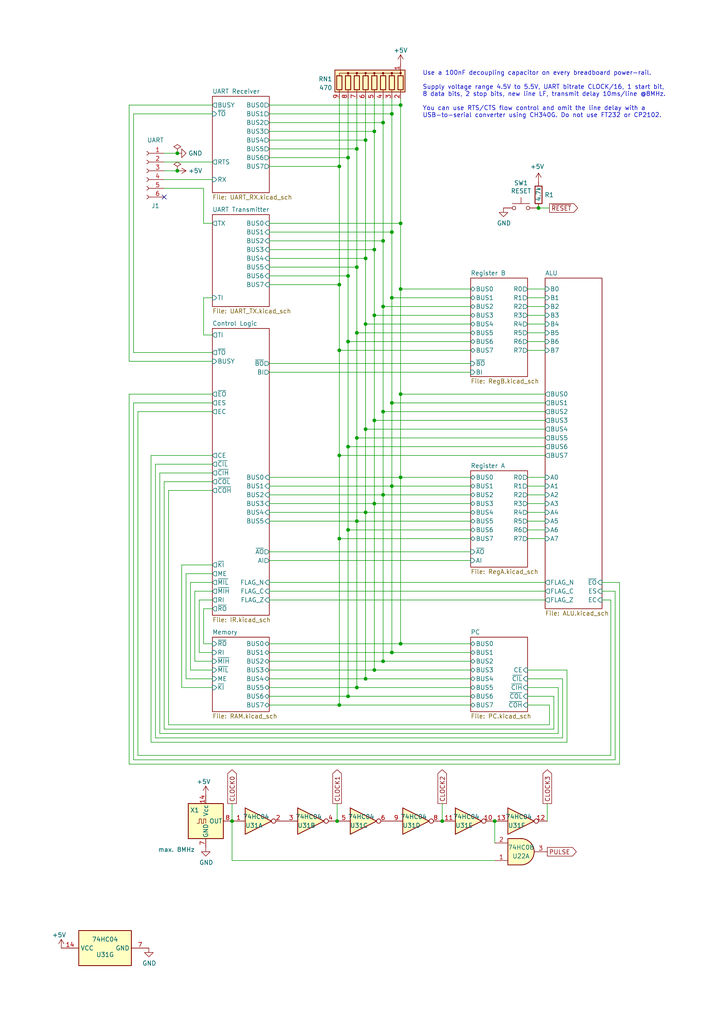
<source format=kicad_sch>
(kicad_sch (version 20211123) (generator eeschema)

  (uuid 78f451eb-c174-41d5-8503-c97ea93c08f4)

  (paper "A4" portrait)

  (title_block
    (title "Minimal CPU 'Redux Beast Mode'")
    (date "2022-07-16")
    (rev "1.6")
    (comment 2 "creativecommons.org/licenses/by-nc-sa/3.0/deed.en")
    (comment 3 "License: CC BY-NC-SA 3.0")
    (comment 4 "Author: Carsten Herting (slu4)")
  )

  (lib_symbols
    (symbol "8-Bit CPU 32k-cache:74HC04" (in_bom yes) (on_board yes)
      (property "Reference" "U" (id 0) (at 0 1.27 0)
        (effects (font (size 1.27 1.27)))
      )
      (property "Value" "74HC04" (id 1) (at 0 -1.27 0)
        (effects (font (size 1.27 1.27)))
      )
      (property "Footprint" "" (id 2) (at 0 0 0)
        (effects (font (size 1.27 1.27)) hide)
      )
      (property "Datasheet" "" (id 3) (at 0 0 0)
        (effects (font (size 1.27 1.27)) hide)
      )
      (property "ki_locked" "" (id 4) (at 0 0 0)
        (effects (font (size 1.27 1.27)))
      )
      (property "ki_fp_filters" "DIP*W7.62mm* SSOP?14* TSSOP?14*" (id 5) (at 0 0 0)
        (effects (font (size 1.27 1.27)) hide)
      )
      (symbol "74HC04_1_0"
        (polyline
          (pts
            (xy -3.81 3.81)
            (xy -3.81 -3.81)
            (xy 3.81 0)
            (xy -3.81 3.81)
          )
          (stroke (width 0.254) (type default) (color 0 0 0 0))
          (fill (type background))
        )
        (pin input line (at -7.62 0 0) (length 3.81)
          (name "~" (effects (font (size 1.27 1.27))))
          (number "1" (effects (font (size 1.27 1.27))))
        )
        (pin output inverted (at 7.62 0 180) (length 3.81)
          (name "~" (effects (font (size 1.27 1.27))))
          (number "2" (effects (font (size 1.27 1.27))))
        )
      )
      (symbol "74HC04_2_0"
        (polyline
          (pts
            (xy -3.81 3.81)
            (xy -3.81 -3.81)
            (xy 3.81 0)
            (xy -3.81 3.81)
          )
          (stroke (width 0.254) (type default) (color 0 0 0 0))
          (fill (type background))
        )
        (pin input line (at -7.62 0 0) (length 3.81)
          (name "~" (effects (font (size 1.27 1.27))))
          (number "3" (effects (font (size 1.27 1.27))))
        )
        (pin output inverted (at 7.62 0 180) (length 3.81)
          (name "~" (effects (font (size 1.27 1.27))))
          (number "4" (effects (font (size 1.27 1.27))))
        )
      )
      (symbol "74HC04_3_0"
        (polyline
          (pts
            (xy -3.81 3.81)
            (xy -3.81 -3.81)
            (xy 3.81 0)
            (xy -3.81 3.81)
          )
          (stroke (width 0.254) (type default) (color 0 0 0 0))
          (fill (type background))
        )
        (pin input line (at -7.62 0 0) (length 3.81)
          (name "~" (effects (font (size 1.27 1.27))))
          (number "5" (effects (font (size 1.27 1.27))))
        )
        (pin output inverted (at 7.62 0 180) (length 3.81)
          (name "~" (effects (font (size 1.27 1.27))))
          (number "6" (effects (font (size 1.27 1.27))))
        )
      )
      (symbol "74HC04_4_0"
        (polyline
          (pts
            (xy -3.81 3.81)
            (xy -3.81 -3.81)
            (xy 3.81 0)
            (xy -3.81 3.81)
          )
          (stroke (width 0.254) (type default) (color 0 0 0 0))
          (fill (type background))
        )
        (pin output inverted (at 7.62 0 180) (length 3.81)
          (name "~" (effects (font (size 1.27 1.27))))
          (number "8" (effects (font (size 1.27 1.27))))
        )
        (pin input line (at -7.62 0 0) (length 3.81)
          (name "~" (effects (font (size 1.27 1.27))))
          (number "9" (effects (font (size 1.27 1.27))))
        )
      )
      (symbol "74HC04_5_0"
        (polyline
          (pts
            (xy -3.81 3.81)
            (xy -3.81 -3.81)
            (xy 3.81 0)
            (xy -3.81 3.81)
          )
          (stroke (width 0.254) (type default) (color 0 0 0 0))
          (fill (type background))
        )
        (pin output inverted (at 7.62 0 180) (length 3.81)
          (name "~" (effects (font (size 1.27 1.27))))
          (number "10" (effects (font (size 1.27 1.27))))
        )
        (pin input line (at -7.62 0 0) (length 3.81)
          (name "~" (effects (font (size 1.27 1.27))))
          (number "11" (effects (font (size 1.27 1.27))))
        )
      )
      (symbol "74HC04_6_0"
        (polyline
          (pts
            (xy -3.81 3.81)
            (xy -3.81 -3.81)
            (xy 3.81 0)
            (xy -3.81 3.81)
          )
          (stroke (width 0.254) (type default) (color 0 0 0 0))
          (fill (type background))
        )
        (pin output inverted (at 7.62 0 180) (length 3.81)
          (name "~" (effects (font (size 1.27 1.27))))
          (number "12" (effects (font (size 1.27 1.27))))
        )
        (pin input line (at -7.62 0 0) (length 3.81)
          (name "~" (effects (font (size 1.27 1.27))))
          (number "13" (effects (font (size 1.27 1.27))))
        )
      )
      (symbol "74HC04_7_0"
        (pin power_in line (at 0 12.7 270) (length 5.08)
          (name "VCC" (effects (font (size 1.27 1.27))))
          (number "14" (effects (font (size 1.27 1.27))))
        )
        (pin power_in line (at 0 -12.7 90) (length 5.08)
          (name "GND" (effects (font (size 1.27 1.27))))
          (number "7" (effects (font (size 1.27 1.27))))
        )
      )
      (symbol "74HC04_7_1"
        (rectangle (start -5.08 7.62) (end 5.08 -7.62)
          (stroke (width 0.254) (type default) (color 0 0 0 0))
          (fill (type background))
        )
      )
    )
    (symbol "8-Bit CPU 32k-cache:Oscillator_ACO-xxxMHz" (pin_names (offset 0.254)) (in_bom yes) (on_board yes)
      (property "Reference" "X" (id 0) (at -5.08 6.35 0)
        (effects (font (size 1.27 1.27)) (justify left))
      )
      (property "Value" "Oscillator_ACO-xxxMHz" (id 1) (at 1.27 -6.35 0)
        (effects (font (size 1.27 1.27)) (justify left))
      )
      (property "Footprint" "Oscillator:Oscillator_DIP-14" (id 2) (at 11.43 -8.89 0)
        (effects (font (size 1.27 1.27)) hide)
      )
      (property "Datasheet" "" (id 3) (at -2.54 0 0)
        (effects (font (size 1.27 1.27)) hide)
      )
      (property "ki_fp_filters" "Oscillator*DIP*14*" (id 4) (at 0 0 0)
        (effects (font (size 1.27 1.27)) hide)
      )
      (symbol "Oscillator_ACO-xxxMHz_0_1"
        (rectangle (start -5.08 5.08) (end 5.08 -5.08)
          (stroke (width 0.254) (type default) (color 0 0 0 0))
          (fill (type background))
        )
        (polyline
          (pts
            (xy -2.54 -0.635)
            (xy -1.905 -0.635)
            (xy -1.905 0.635)
            (xy -1.27 0.635)
            (xy -1.27 -0.635)
            (xy -0.635 -0.635)
            (xy -0.635 0.635)
            (xy 0 0.635)
            (xy 0 -0.635)
          )
          (stroke (width 0) (type default) (color 0 0 0 0))
          (fill (type none))
        )
      )
      (symbol "Oscillator_ACO-xxxMHz_1_1"
        (pin no_connect line (at -7.62 0 0) (length 2.54) hide
          (name "NC" (effects (font (size 1.27 1.27))))
          (number "1" (effects (font (size 1.27 1.27))))
        )
        (pin power_in line (at 0 7.62 270) (length 2.54)
          (name "Vcc" (effects (font (size 1.27 1.27))))
          (number "14" (effects (font (size 1.27 1.27))))
        )
        (pin power_in line (at 0 -7.62 90) (length 2.54)
          (name "GND" (effects (font (size 1.27 1.27))))
          (number "7" (effects (font (size 1.27 1.27))))
        )
        (pin output line (at 7.62 0 180) (length 2.54)
          (name "OUT" (effects (font (size 1.27 1.27))))
          (number "8" (effects (font (size 1.27 1.27))))
        )
      )
    )
    (symbol "8-Bit CPU 32k:74HC08" (pin_names (offset 1.016)) (in_bom yes) (on_board yes)
      (property "Reference" "U" (id 0) (at 0 1.27 0)
        (effects (font (size 1.27 1.27)))
      )
      (property "Value" "74HC08" (id 1) (at 0 -1.27 0)
        (effects (font (size 1.27 1.27)))
      )
      (property "Footprint" "" (id 2) (at 0 0 0)
        (effects (font (size 1.27 1.27)) hide)
      )
      (property "Datasheet" "http://www.ti.com/lit/gpn/sn74LS08" (id 3) (at 0 0 0)
        (effects (font (size 1.27 1.27)) hide)
      )
      (property "ki_locked" "" (id 4) (at 0 0 0)
        (effects (font (size 1.27 1.27)))
      )
      (property "ki_keywords" "TTL and2" (id 5) (at 0 0 0)
        (effects (font (size 1.27 1.27)) hide)
      )
      (property "ki_description" "Quad And2" (id 6) (at 0 0 0)
        (effects (font (size 1.27 1.27)) hide)
      )
      (property "ki_fp_filters" "DIP*W7.62mm*" (id 7) (at 0 0 0)
        (effects (font (size 1.27 1.27)) hide)
      )
      (symbol "74HC08_1_1"
        (arc (start 0 -3.81) (mid 3.81 0) (end 0 3.81)
          (stroke (width 0.254) (type default) (color 0 0 0 0))
          (fill (type background))
        )
        (polyline
          (pts
            (xy 0 3.81)
            (xy -3.81 3.81)
            (xy -3.81 -3.81)
            (xy 0 -3.81)
          )
          (stroke (width 0.254) (type default) (color 0 0 0 0))
          (fill (type background))
        )
        (pin input line (at -7.62 2.54 0) (length 3.81)
          (name "~" (effects (font (size 1.27 1.27))))
          (number "1" (effects (font (size 1.27 1.27))))
        )
        (pin input line (at -7.62 -2.54 0) (length 3.81)
          (name "~" (effects (font (size 1.27 1.27))))
          (number "2" (effects (font (size 1.27 1.27))))
        )
        (pin output line (at 7.62 0 180) (length 3.81)
          (name "~" (effects (font (size 1.27 1.27))))
          (number "3" (effects (font (size 1.27 1.27))))
        )
      )
      (symbol "74HC08_1_2"
        (arc (start -3.81 -3.81) (mid -2.589 0) (end -3.81 3.81)
          (stroke (width 0.254) (type default) (color 0 0 0 0))
          (fill (type none))
        )
        (arc (start -0.6096 -3.81) (mid 2.1842 -2.5851) (end 3.81 0)
          (stroke (width 0.254) (type default) (color 0 0 0 0))
          (fill (type background))
        )
        (polyline
          (pts
            (xy -3.81 -3.81)
            (xy -0.635 -3.81)
          )
          (stroke (width 0.254) (type default) (color 0 0 0 0))
          (fill (type background))
        )
        (polyline
          (pts
            (xy -3.81 3.81)
            (xy -0.635 3.81)
          )
          (stroke (width 0.254) (type default) (color 0 0 0 0))
          (fill (type background))
        )
        (polyline
          (pts
            (xy -0.635 3.81)
            (xy -3.81 3.81)
            (xy -3.81 3.81)
            (xy -3.556 3.4036)
            (xy -3.0226 2.2606)
            (xy -2.6924 1.0414)
            (xy -2.6162 -0.254)
            (xy -2.7686 -1.4986)
            (xy -3.175 -2.7178)
            (xy -3.81 -3.81)
            (xy -3.81 -3.81)
            (xy -0.635 -3.81)
          )
          (stroke (width -25.4) (type default) (color 0 0 0 0))
          (fill (type background))
        )
        (arc (start 3.81 0) (mid 2.1915 2.5936) (end -0.6096 3.81)
          (stroke (width 0.254) (type default) (color 0 0 0 0))
          (fill (type background))
        )
        (pin input inverted (at -7.62 2.54 0) (length 4.318)
          (name "~" (effects (font (size 1.27 1.27))))
          (number "1" (effects (font (size 1.27 1.27))))
        )
        (pin input inverted (at -7.62 -2.54 0) (length 4.318)
          (name "~" (effects (font (size 1.27 1.27))))
          (number "2" (effects (font (size 1.27 1.27))))
        )
        (pin output inverted (at 7.62 0 180) (length 3.81)
          (name "~" (effects (font (size 1.27 1.27))))
          (number "3" (effects (font (size 1.27 1.27))))
        )
      )
      (symbol "74HC08_2_1"
        (arc (start 0 -3.81) (mid 3.81 0) (end 0 3.81)
          (stroke (width 0.254) (type default) (color 0 0 0 0))
          (fill (type background))
        )
        (polyline
          (pts
            (xy 0 3.81)
            (xy -3.81 3.81)
            (xy -3.81 -3.81)
            (xy 0 -3.81)
          )
          (stroke (width 0.254) (type default) (color 0 0 0 0))
          (fill (type background))
        )
        (pin input line (at -7.62 2.54 0) (length 3.81)
          (name "~" (effects (font (size 1.27 1.27))))
          (number "4" (effects (font (size 1.27 1.27))))
        )
        (pin input line (at -7.62 -2.54 0) (length 3.81)
          (name "~" (effects (font (size 1.27 1.27))))
          (number "5" (effects (font (size 1.27 1.27))))
        )
        (pin output line (at 7.62 0 180) (length 3.81)
          (name "~" (effects (font (size 1.27 1.27))))
          (number "6" (effects (font (size 1.27 1.27))))
        )
      )
      (symbol "74HC08_2_2"
        (arc (start -3.81 -3.81) (mid -2.589 0) (end -3.81 3.81)
          (stroke (width 0.254) (type default) (color 0 0 0 0))
          (fill (type none))
        )
        (arc (start -0.6096 -3.81) (mid 2.1842 -2.5851) (end 3.81 0)
          (stroke (width 0.254) (type default) (color 0 0 0 0))
          (fill (type background))
        )
        (polyline
          (pts
            (xy -3.81 -3.81)
            (xy -0.635 -3.81)
          )
          (stroke (width 0.254) (type default) (color 0 0 0 0))
          (fill (type background))
        )
        (polyline
          (pts
            (xy -3.81 3.81)
            (xy -0.635 3.81)
          )
          (stroke (width 0.254) (type default) (color 0 0 0 0))
          (fill (type background))
        )
        (polyline
          (pts
            (xy -0.635 3.81)
            (xy -3.81 3.81)
            (xy -3.81 3.81)
            (xy -3.556 3.4036)
            (xy -3.0226 2.2606)
            (xy -2.6924 1.0414)
            (xy -2.6162 -0.254)
            (xy -2.7686 -1.4986)
            (xy -3.175 -2.7178)
            (xy -3.81 -3.81)
            (xy -3.81 -3.81)
            (xy -0.635 -3.81)
          )
          (stroke (width -25.4) (type default) (color 0 0 0 0))
          (fill (type background))
        )
        (arc (start 3.81 0) (mid 2.1915 2.5936) (end -0.6096 3.81)
          (stroke (width 0.254) (type default) (color 0 0 0 0))
          (fill (type background))
        )
        (pin input inverted (at -7.62 2.54 0) (length 4.318)
          (name "~" (effects (font (size 1.27 1.27))))
          (number "4" (effects (font (size 1.27 1.27))))
        )
        (pin input inverted (at -7.62 -2.54 0) (length 4.318)
          (name "~" (effects (font (size 1.27 1.27))))
          (number "5" (effects (font (size 1.27 1.27))))
        )
        (pin output inverted (at 7.62 0 180) (length 3.81)
          (name "~" (effects (font (size 1.27 1.27))))
          (number "6" (effects (font (size 1.27 1.27))))
        )
      )
      (symbol "74HC08_3_1"
        (arc (start 0 -3.81) (mid 3.81 0) (end 0 3.81)
          (stroke (width 0.254) (type default) (color 0 0 0 0))
          (fill (type background))
        )
        (polyline
          (pts
            (xy 0 3.81)
            (xy -3.81 3.81)
            (xy -3.81 -3.81)
            (xy 0 -3.81)
          )
          (stroke (width 0.254) (type default) (color 0 0 0 0))
          (fill (type background))
        )
        (pin input line (at -7.62 -2.54 0) (length 3.81)
          (name "~" (effects (font (size 1.27 1.27))))
          (number "10" (effects (font (size 1.27 1.27))))
        )
        (pin output line (at 7.62 0 180) (length 3.81)
          (name "~" (effects (font (size 1.27 1.27))))
          (number "8" (effects (font (size 1.27 1.27))))
        )
        (pin input line (at -7.62 2.54 0) (length 3.81)
          (name "~" (effects (font (size 1.27 1.27))))
          (number "9" (effects (font (size 1.27 1.27))))
        )
      )
      (symbol "74HC08_3_2"
        (arc (start -3.81 -3.81) (mid -2.589 0) (end -3.81 3.81)
          (stroke (width 0.254) (type default) (color 0 0 0 0))
          (fill (type none))
        )
        (arc (start -0.6096 -3.81) (mid 2.1842 -2.5851) (end 3.81 0)
          (stroke (width 0.254) (type default) (color 0 0 0 0))
          (fill (type background))
        )
        (polyline
          (pts
            (xy -3.81 -3.81)
            (xy -0.635 -3.81)
          )
          (stroke (width 0.254) (type default) (color 0 0 0 0))
          (fill (type background))
        )
        (polyline
          (pts
            (xy -3.81 3.81)
            (xy -0.635 3.81)
          )
          (stroke (width 0.254) (type default) (color 0 0 0 0))
          (fill (type background))
        )
        (polyline
          (pts
            (xy -0.635 3.81)
            (xy -3.81 3.81)
            (xy -3.81 3.81)
            (xy -3.556 3.4036)
            (xy -3.0226 2.2606)
            (xy -2.6924 1.0414)
            (xy -2.6162 -0.254)
            (xy -2.7686 -1.4986)
            (xy -3.175 -2.7178)
            (xy -3.81 -3.81)
            (xy -3.81 -3.81)
            (xy -0.635 -3.81)
          )
          (stroke (width -25.4) (type default) (color 0 0 0 0))
          (fill (type background))
        )
        (arc (start 3.81 0) (mid 2.1915 2.5936) (end -0.6096 3.81)
          (stroke (width 0.254) (type default) (color 0 0 0 0))
          (fill (type background))
        )
        (pin input inverted (at -7.62 -2.54 0) (length 4.318)
          (name "~" (effects (font (size 1.27 1.27))))
          (number "10" (effects (font (size 1.27 1.27))))
        )
        (pin output inverted (at 7.62 0 180) (length 3.81)
          (name "~" (effects (font (size 1.27 1.27))))
          (number "8" (effects (font (size 1.27 1.27))))
        )
        (pin input inverted (at -7.62 2.54 0) (length 4.318)
          (name "~" (effects (font (size 1.27 1.27))))
          (number "9" (effects (font (size 1.27 1.27))))
        )
      )
      (symbol "74HC08_4_1"
        (arc (start 0 -3.81) (mid 3.81 0) (end 0 3.81)
          (stroke (width 0.254) (type default) (color 0 0 0 0))
          (fill (type background))
        )
        (polyline
          (pts
            (xy 0 3.81)
            (xy -3.81 3.81)
            (xy -3.81 -3.81)
            (xy 0 -3.81)
          )
          (stroke (width 0.254) (type default) (color 0 0 0 0))
          (fill (type background))
        )
        (pin output line (at 7.62 0 180) (length 3.81)
          (name "~" (effects (font (size 1.27 1.27))))
          (number "11" (effects (font (size 1.27 1.27))))
        )
        (pin input line (at -7.62 2.54 0) (length 3.81)
          (name "~" (effects (font (size 1.27 1.27))))
          (number "12" (effects (font (size 1.27 1.27))))
        )
        (pin input line (at -7.62 -2.54 0) (length 3.81)
          (name "~" (effects (font (size 1.27 1.27))))
          (number "13" (effects (font (size 1.27 1.27))))
        )
      )
      (symbol "74HC08_4_2"
        (arc (start -3.81 -3.81) (mid -2.589 0) (end -3.81 3.81)
          (stroke (width 0.254) (type default) (color 0 0 0 0))
          (fill (type none))
        )
        (arc (start -0.6096 -3.81) (mid 2.1842 -2.5851) (end 3.81 0)
          (stroke (width 0.254) (type default) (color 0 0 0 0))
          (fill (type background))
        )
        (polyline
          (pts
            (xy -3.81 -3.81)
            (xy -0.635 -3.81)
          )
          (stroke (width 0.254) (type default) (color 0 0 0 0))
          (fill (type background))
        )
        (polyline
          (pts
            (xy -3.81 3.81)
            (xy -0.635 3.81)
          )
          (stroke (width 0.254) (type default) (color 0 0 0 0))
          (fill (type background))
        )
        (polyline
          (pts
            (xy -0.635 3.81)
            (xy -3.81 3.81)
            (xy -3.81 3.81)
            (xy -3.556 3.4036)
            (xy -3.0226 2.2606)
            (xy -2.6924 1.0414)
            (xy -2.6162 -0.254)
            (xy -2.7686 -1.4986)
            (xy -3.175 -2.7178)
            (xy -3.81 -3.81)
            (xy -3.81 -3.81)
            (xy -0.635 -3.81)
          )
          (stroke (width -25.4) (type default) (color 0 0 0 0))
          (fill (type background))
        )
        (arc (start 3.81 0) (mid 2.1915 2.5936) (end -0.6096 3.81)
          (stroke (width 0.254) (type default) (color 0 0 0 0))
          (fill (type background))
        )
        (pin output inverted (at 7.62 0 180) (length 3.81)
          (name "~" (effects (font (size 1.27 1.27))))
          (number "11" (effects (font (size 1.27 1.27))))
        )
        (pin input inverted (at -7.62 2.54 0) (length 4.318)
          (name "~" (effects (font (size 1.27 1.27))))
          (number "12" (effects (font (size 1.27 1.27))))
        )
        (pin input inverted (at -7.62 -2.54 0) (length 4.318)
          (name "~" (effects (font (size 1.27 1.27))))
          (number "13" (effects (font (size 1.27 1.27))))
        )
      )
      (symbol "74HC08_5_0"
        (pin power_in line (at 0 12.7 270) (length 5.08)
          (name "VCC" (effects (font (size 1.27 1.27))))
          (number "14" (effects (font (size 1.27 1.27))))
        )
        (pin power_in line (at 0 -12.7 90) (length 5.08)
          (name "GND" (effects (font (size 1.27 1.27))))
          (number "7" (effects (font (size 1.27 1.27))))
        )
      )
      (symbol "74HC08_5_1"
        (rectangle (start -5.08 7.62) (end 5.08 -7.62)
          (stroke (width 0.254) (type default) (color 0 0 0 0))
          (fill (type background))
        )
      )
    )
    (symbol "Connector:Conn_01x06_Female" (pin_names (offset 1.016) hide) (in_bom yes) (on_board yes)
      (property "Reference" "J" (id 0) (at 0 7.62 0)
        (effects (font (size 1.27 1.27)))
      )
      (property "Value" "Conn_01x06_Female" (id 1) (at 0 -10.16 0)
        (effects (font (size 1.27 1.27)))
      )
      (property "Footprint" "" (id 2) (at 0 0 0)
        (effects (font (size 1.27 1.27)) hide)
      )
      (property "Datasheet" "~" (id 3) (at 0 0 0)
        (effects (font (size 1.27 1.27)) hide)
      )
      (property "ki_keywords" "connector" (id 4) (at 0 0 0)
        (effects (font (size 1.27 1.27)) hide)
      )
      (property "ki_description" "Generic connector, single row, 01x06, script generated (kicad-library-utils/schlib/autogen/connector/)" (id 5) (at 0 0 0)
        (effects (font (size 1.27 1.27)) hide)
      )
      (property "ki_fp_filters" "Connector*:*_1x??_*" (id 6) (at 0 0 0)
        (effects (font (size 1.27 1.27)) hide)
      )
      (symbol "Conn_01x06_Female_1_1"
        (arc (start 0 -7.112) (mid -0.508 -7.62) (end 0 -8.128)
          (stroke (width 0.1524) (type default) (color 0 0 0 0))
          (fill (type none))
        )
        (arc (start 0 -4.572) (mid -0.508 -5.08) (end 0 -5.588)
          (stroke (width 0.1524) (type default) (color 0 0 0 0))
          (fill (type none))
        )
        (arc (start 0 -2.032) (mid -0.508 -2.54) (end 0 -3.048)
          (stroke (width 0.1524) (type default) (color 0 0 0 0))
          (fill (type none))
        )
        (polyline
          (pts
            (xy -1.27 -7.62)
            (xy -0.508 -7.62)
          )
          (stroke (width 0.1524) (type default) (color 0 0 0 0))
          (fill (type none))
        )
        (polyline
          (pts
            (xy -1.27 -5.08)
            (xy -0.508 -5.08)
          )
          (stroke (width 0.1524) (type default) (color 0 0 0 0))
          (fill (type none))
        )
        (polyline
          (pts
            (xy -1.27 -2.54)
            (xy -0.508 -2.54)
          )
          (stroke (width 0.1524) (type default) (color 0 0 0 0))
          (fill (type none))
        )
        (polyline
          (pts
            (xy -1.27 0)
            (xy -0.508 0)
          )
          (stroke (width 0.1524) (type default) (color 0 0 0 0))
          (fill (type none))
        )
        (polyline
          (pts
            (xy -1.27 2.54)
            (xy -0.508 2.54)
          )
          (stroke (width 0.1524) (type default) (color 0 0 0 0))
          (fill (type none))
        )
        (polyline
          (pts
            (xy -1.27 5.08)
            (xy -0.508 5.08)
          )
          (stroke (width 0.1524) (type default) (color 0 0 0 0))
          (fill (type none))
        )
        (arc (start 0 0.508) (mid -0.508 0) (end 0 -0.508)
          (stroke (width 0.1524) (type default) (color 0 0 0 0))
          (fill (type none))
        )
        (arc (start 0 3.048) (mid -0.508 2.54) (end 0 2.032)
          (stroke (width 0.1524) (type default) (color 0 0 0 0))
          (fill (type none))
        )
        (arc (start 0 5.588) (mid -0.508 5.08) (end 0 4.572)
          (stroke (width 0.1524) (type default) (color 0 0 0 0))
          (fill (type none))
        )
        (pin passive line (at -5.08 5.08 0) (length 3.81)
          (name "Pin_1" (effects (font (size 1.27 1.27))))
          (number "1" (effects (font (size 1.27 1.27))))
        )
        (pin passive line (at -5.08 2.54 0) (length 3.81)
          (name "Pin_2" (effects (font (size 1.27 1.27))))
          (number "2" (effects (font (size 1.27 1.27))))
        )
        (pin passive line (at -5.08 0 0) (length 3.81)
          (name "Pin_3" (effects (font (size 1.27 1.27))))
          (number "3" (effects (font (size 1.27 1.27))))
        )
        (pin passive line (at -5.08 -2.54 0) (length 3.81)
          (name "Pin_4" (effects (font (size 1.27 1.27))))
          (number "4" (effects (font (size 1.27 1.27))))
        )
        (pin passive line (at -5.08 -5.08 0) (length 3.81)
          (name "Pin_5" (effects (font (size 1.27 1.27))))
          (number "5" (effects (font (size 1.27 1.27))))
        )
        (pin passive line (at -5.08 -7.62 0) (length 3.81)
          (name "Pin_6" (effects (font (size 1.27 1.27))))
          (number "6" (effects (font (size 1.27 1.27))))
        )
      )
    )
    (symbol "Device:R" (pin_numbers hide) (pin_names (offset 0)) (in_bom yes) (on_board yes)
      (property "Reference" "R" (id 0) (at 2.032 0 90)
        (effects (font (size 1.27 1.27)))
      )
      (property "Value" "R" (id 1) (at 0 0 90)
        (effects (font (size 1.27 1.27)))
      )
      (property "Footprint" "" (id 2) (at -1.778 0 90)
        (effects (font (size 1.27 1.27)) hide)
      )
      (property "Datasheet" "~" (id 3) (at 0 0 0)
        (effects (font (size 1.27 1.27)) hide)
      )
      (property "ki_keywords" "R res resistor" (id 4) (at 0 0 0)
        (effects (font (size 1.27 1.27)) hide)
      )
      (property "ki_description" "Resistor" (id 5) (at 0 0 0)
        (effects (font (size 1.27 1.27)) hide)
      )
      (property "ki_fp_filters" "R_*" (id 6) (at 0 0 0)
        (effects (font (size 1.27 1.27)) hide)
      )
      (symbol "R_0_1"
        (rectangle (start -1.016 -2.54) (end 1.016 2.54)
          (stroke (width 0.254) (type default) (color 0 0 0 0))
          (fill (type none))
        )
      )
      (symbol "R_1_1"
        (pin passive line (at 0 3.81 270) (length 1.27)
          (name "~" (effects (font (size 1.27 1.27))))
          (number "1" (effects (font (size 1.27 1.27))))
        )
        (pin passive line (at 0 -3.81 90) (length 1.27)
          (name "~" (effects (font (size 1.27 1.27))))
          (number "2" (effects (font (size 1.27 1.27))))
        )
      )
    )
    (symbol "Device:R_Network08" (pin_names (offset 0) hide) (in_bom yes) (on_board yes)
      (property "Reference" "RN" (id 0) (at -12.7 0 90)
        (effects (font (size 1.27 1.27)))
      )
      (property "Value" "R_Network08" (id 1) (at 10.16 0 90)
        (effects (font (size 1.27 1.27)))
      )
      (property "Footprint" "Resistor_THT:R_Array_SIP9" (id 2) (at 12.065 0 90)
        (effects (font (size 1.27 1.27)) hide)
      )
      (property "Datasheet" "http://www.vishay.com/docs/31509/csc.pdf" (id 3) (at 0 0 0)
        (effects (font (size 1.27 1.27)) hide)
      )
      (property "ki_keywords" "R network star-topology" (id 4) (at 0 0 0)
        (effects (font (size 1.27 1.27)) hide)
      )
      (property "ki_description" "8 resistor network, star topology, bussed resistors, small symbol" (id 5) (at 0 0 0)
        (effects (font (size 1.27 1.27)) hide)
      )
      (property "ki_fp_filters" "R?Array?SIP*" (id 6) (at 0 0 0)
        (effects (font (size 1.27 1.27)) hide)
      )
      (symbol "R_Network08_0_1"
        (rectangle (start -11.43 -3.175) (end 8.89 3.175)
          (stroke (width 0.254) (type default) (color 0 0 0 0))
          (fill (type background))
        )
        (rectangle (start -10.922 1.524) (end -9.398 -2.54)
          (stroke (width 0.254) (type default) (color 0 0 0 0))
          (fill (type none))
        )
        (circle (center -10.16 2.286) (radius 0.254)
          (stroke (width 0) (type default) (color 0 0 0 0))
          (fill (type outline))
        )
        (rectangle (start -8.382 1.524) (end -6.858 -2.54)
          (stroke (width 0.254) (type default) (color 0 0 0 0))
          (fill (type none))
        )
        (circle (center -7.62 2.286) (radius 0.254)
          (stroke (width 0) (type default) (color 0 0 0 0))
          (fill (type outline))
        )
        (rectangle (start -5.842 1.524) (end -4.318 -2.54)
          (stroke (width 0.254) (type default) (color 0 0 0 0))
          (fill (type none))
        )
        (circle (center -5.08 2.286) (radius 0.254)
          (stroke (width 0) (type default) (color 0 0 0 0))
          (fill (type outline))
        )
        (rectangle (start -3.302 1.524) (end -1.778 -2.54)
          (stroke (width 0.254) (type default) (color 0 0 0 0))
          (fill (type none))
        )
        (circle (center -2.54 2.286) (radius 0.254)
          (stroke (width 0) (type default) (color 0 0 0 0))
          (fill (type outline))
        )
        (rectangle (start -0.762 1.524) (end 0.762 -2.54)
          (stroke (width 0.254) (type default) (color 0 0 0 0))
          (fill (type none))
        )
        (polyline
          (pts
            (xy -10.16 -2.54)
            (xy -10.16 -3.81)
          )
          (stroke (width 0) (type default) (color 0 0 0 0))
          (fill (type none))
        )
        (polyline
          (pts
            (xy -7.62 -2.54)
            (xy -7.62 -3.81)
          )
          (stroke (width 0) (type default) (color 0 0 0 0))
          (fill (type none))
        )
        (polyline
          (pts
            (xy -5.08 -2.54)
            (xy -5.08 -3.81)
          )
          (stroke (width 0) (type default) (color 0 0 0 0))
          (fill (type none))
        )
        (polyline
          (pts
            (xy -2.54 -2.54)
            (xy -2.54 -3.81)
          )
          (stroke (width 0) (type default) (color 0 0 0 0))
          (fill (type none))
        )
        (polyline
          (pts
            (xy 0 -2.54)
            (xy 0 -3.81)
          )
          (stroke (width 0) (type default) (color 0 0 0 0))
          (fill (type none))
        )
        (polyline
          (pts
            (xy 2.54 -2.54)
            (xy 2.54 -3.81)
          )
          (stroke (width 0) (type default) (color 0 0 0 0))
          (fill (type none))
        )
        (polyline
          (pts
            (xy 5.08 -2.54)
            (xy 5.08 -3.81)
          )
          (stroke (width 0) (type default) (color 0 0 0 0))
          (fill (type none))
        )
        (polyline
          (pts
            (xy 7.62 -2.54)
            (xy 7.62 -3.81)
          )
          (stroke (width 0) (type default) (color 0 0 0 0))
          (fill (type none))
        )
        (polyline
          (pts
            (xy -10.16 1.524)
            (xy -10.16 2.286)
            (xy -7.62 2.286)
            (xy -7.62 1.524)
          )
          (stroke (width 0) (type default) (color 0 0 0 0))
          (fill (type none))
        )
        (polyline
          (pts
            (xy -7.62 1.524)
            (xy -7.62 2.286)
            (xy -5.08 2.286)
            (xy -5.08 1.524)
          )
          (stroke (width 0) (type default) (color 0 0 0 0))
          (fill (type none))
        )
        (polyline
          (pts
            (xy -5.08 1.524)
            (xy -5.08 2.286)
            (xy -2.54 2.286)
            (xy -2.54 1.524)
          )
          (stroke (width 0) (type default) (color 0 0 0 0))
          (fill (type none))
        )
        (polyline
          (pts
            (xy -2.54 1.524)
            (xy -2.54 2.286)
            (xy 0 2.286)
            (xy 0 1.524)
          )
          (stroke (width 0) (type default) (color 0 0 0 0))
          (fill (type none))
        )
        (polyline
          (pts
            (xy 0 1.524)
            (xy 0 2.286)
            (xy 2.54 2.286)
            (xy 2.54 1.524)
          )
          (stroke (width 0) (type default) (color 0 0 0 0))
          (fill (type none))
        )
        (polyline
          (pts
            (xy 2.54 1.524)
            (xy 2.54 2.286)
            (xy 5.08 2.286)
            (xy 5.08 1.524)
          )
          (stroke (width 0) (type default) (color 0 0 0 0))
          (fill (type none))
        )
        (polyline
          (pts
            (xy 5.08 1.524)
            (xy 5.08 2.286)
            (xy 7.62 2.286)
            (xy 7.62 1.524)
          )
          (stroke (width 0) (type default) (color 0 0 0 0))
          (fill (type none))
        )
        (circle (center 0 2.286) (radius 0.254)
          (stroke (width 0) (type default) (color 0 0 0 0))
          (fill (type outline))
        )
        (rectangle (start 1.778 1.524) (end 3.302 -2.54)
          (stroke (width 0.254) (type default) (color 0 0 0 0))
          (fill (type none))
        )
        (circle (center 2.54 2.286) (radius 0.254)
          (stroke (width 0) (type default) (color 0 0 0 0))
          (fill (type outline))
        )
        (rectangle (start 4.318 1.524) (end 5.842 -2.54)
          (stroke (width 0.254) (type default) (color 0 0 0 0))
          (fill (type none))
        )
        (circle (center 5.08 2.286) (radius 0.254)
          (stroke (width 0) (type default) (color 0 0 0 0))
          (fill (type outline))
        )
        (rectangle (start 6.858 1.524) (end 8.382 -2.54)
          (stroke (width 0.254) (type default) (color 0 0 0 0))
          (fill (type none))
        )
      )
      (symbol "R_Network08_1_1"
        (pin passive line (at -10.16 5.08 270) (length 2.54)
          (name "common" (effects (font (size 1.27 1.27))))
          (number "1" (effects (font (size 1.27 1.27))))
        )
        (pin passive line (at -10.16 -5.08 90) (length 1.27)
          (name "R1" (effects (font (size 1.27 1.27))))
          (number "2" (effects (font (size 1.27 1.27))))
        )
        (pin passive line (at -7.62 -5.08 90) (length 1.27)
          (name "R2" (effects (font (size 1.27 1.27))))
          (number "3" (effects (font (size 1.27 1.27))))
        )
        (pin passive line (at -5.08 -5.08 90) (length 1.27)
          (name "R3" (effects (font (size 1.27 1.27))))
          (number "4" (effects (font (size 1.27 1.27))))
        )
        (pin passive line (at -2.54 -5.08 90) (length 1.27)
          (name "R4" (effects (font (size 1.27 1.27))))
          (number "5" (effects (font (size 1.27 1.27))))
        )
        (pin passive line (at 0 -5.08 90) (length 1.27)
          (name "R5" (effects (font (size 1.27 1.27))))
          (number "6" (effects (font (size 1.27 1.27))))
        )
        (pin passive line (at 2.54 -5.08 90) (length 1.27)
          (name "R6" (effects (font (size 1.27 1.27))))
          (number "7" (effects (font (size 1.27 1.27))))
        )
        (pin passive line (at 5.08 -5.08 90) (length 1.27)
          (name "R7" (effects (font (size 1.27 1.27))))
          (number "8" (effects (font (size 1.27 1.27))))
        )
        (pin passive line (at 7.62 -5.08 90) (length 1.27)
          (name "R8" (effects (font (size 1.27 1.27))))
          (number "9" (effects (font (size 1.27 1.27))))
        )
      )
    )
    (symbol "Switch:SW_Push" (pin_numbers hide) (pin_names (offset 1.016) hide) (in_bom yes) (on_board yes)
      (property "Reference" "SW" (id 0) (at 1.27 2.54 0)
        (effects (font (size 1.27 1.27)) (justify left))
      )
      (property "Value" "SW_Push" (id 1) (at 0 -1.524 0)
        (effects (font (size 1.27 1.27)))
      )
      (property "Footprint" "" (id 2) (at 0 5.08 0)
        (effects (font (size 1.27 1.27)) hide)
      )
      (property "Datasheet" "~" (id 3) (at 0 5.08 0)
        (effects (font (size 1.27 1.27)) hide)
      )
      (property "ki_keywords" "switch normally-open pushbutton push-button" (id 4) (at 0 0 0)
        (effects (font (size 1.27 1.27)) hide)
      )
      (property "ki_description" "Push button switch, generic, two pins" (id 5) (at 0 0 0)
        (effects (font (size 1.27 1.27)) hide)
      )
      (symbol "SW_Push_0_1"
        (circle (center -2.032 0) (radius 0.508)
          (stroke (width 0) (type default) (color 0 0 0 0))
          (fill (type none))
        )
        (polyline
          (pts
            (xy 0 1.27)
            (xy 0 3.048)
          )
          (stroke (width 0) (type default) (color 0 0 0 0))
          (fill (type none))
        )
        (polyline
          (pts
            (xy 2.54 1.27)
            (xy -2.54 1.27)
          )
          (stroke (width 0) (type default) (color 0 0 0 0))
          (fill (type none))
        )
        (circle (center 2.032 0) (radius 0.508)
          (stroke (width 0) (type default) (color 0 0 0 0))
          (fill (type none))
        )
        (pin passive line (at -5.08 0 0) (length 2.54)
          (name "1" (effects (font (size 1.27 1.27))))
          (number "1" (effects (font (size 1.27 1.27))))
        )
        (pin passive line (at 5.08 0 180) (length 2.54)
          (name "2" (effects (font (size 1.27 1.27))))
          (number "2" (effects (font (size 1.27 1.27))))
        )
      )
    )
    (symbol "power:+5V" (power) (pin_names (offset 0)) (in_bom yes) (on_board yes)
      (property "Reference" "#PWR" (id 0) (at 0 -3.81 0)
        (effects (font (size 1.27 1.27)) hide)
      )
      (property "Value" "+5V" (id 1) (at 0 3.556 0)
        (effects (font (size 1.27 1.27)))
      )
      (property "Footprint" "" (id 2) (at 0 0 0)
        (effects (font (size 1.27 1.27)) hide)
      )
      (property "Datasheet" "" (id 3) (at 0 0 0)
        (effects (font (size 1.27 1.27)) hide)
      )
      (property "ki_keywords" "power-flag" (id 4) (at 0 0 0)
        (effects (font (size 1.27 1.27)) hide)
      )
      (property "ki_description" "Power symbol creates a global label with name \"+5V\"" (id 5) (at 0 0 0)
        (effects (font (size 1.27 1.27)) hide)
      )
      (symbol "+5V_0_1"
        (polyline
          (pts
            (xy -0.762 1.27)
            (xy 0 2.54)
          )
          (stroke (width 0) (type default) (color 0 0 0 0))
          (fill (type none))
        )
        (polyline
          (pts
            (xy 0 0)
            (xy 0 2.54)
          )
          (stroke (width 0) (type default) (color 0 0 0 0))
          (fill (type none))
        )
        (polyline
          (pts
            (xy 0 2.54)
            (xy 0.762 1.27)
          )
          (stroke (width 0) (type default) (color 0 0 0 0))
          (fill (type none))
        )
      )
      (symbol "+5V_1_1"
        (pin power_in line (at 0 0 90) (length 0) hide
          (name "+5V" (effects (font (size 1.27 1.27))))
          (number "1" (effects (font (size 1.27 1.27))))
        )
      )
    )
    (symbol "power:GND" (power) (pin_names (offset 0)) (in_bom yes) (on_board yes)
      (property "Reference" "#PWR" (id 0) (at 0 -6.35 0)
        (effects (font (size 1.27 1.27)) hide)
      )
      (property "Value" "GND" (id 1) (at 0 -3.81 0)
        (effects (font (size 1.27 1.27)))
      )
      (property "Footprint" "" (id 2) (at 0 0 0)
        (effects (font (size 1.27 1.27)) hide)
      )
      (property "Datasheet" "" (id 3) (at 0 0 0)
        (effects (font (size 1.27 1.27)) hide)
      )
      (property "ki_keywords" "power-flag" (id 4) (at 0 0 0)
        (effects (font (size 1.27 1.27)) hide)
      )
      (property "ki_description" "Power symbol creates a global label with name \"GND\" , ground" (id 5) (at 0 0 0)
        (effects (font (size 1.27 1.27)) hide)
      )
      (symbol "GND_0_1"
        (polyline
          (pts
            (xy 0 0)
            (xy 0 -1.27)
            (xy 1.27 -1.27)
            (xy 0 -2.54)
            (xy -1.27 -1.27)
            (xy 0 -1.27)
          )
          (stroke (width 0) (type default) (color 0 0 0 0))
          (fill (type none))
        )
      )
      (symbol "GND_1_1"
        (pin power_in line (at 0 0 270) (length 0) hide
          (name "GND" (effects (font (size 1.27 1.27))))
          (number "1" (effects (font (size 1.27 1.27))))
        )
      )
    )
    (symbol "power:PWR_FLAG" (power) (pin_numbers hide) (pin_names (offset 0) hide) (in_bom yes) (on_board yes)
      (property "Reference" "#FLG" (id 0) (at 0 1.905 0)
        (effects (font (size 1.27 1.27)) hide)
      )
      (property "Value" "PWR_FLAG" (id 1) (at 0 3.81 0)
        (effects (font (size 1.27 1.27)))
      )
      (property "Footprint" "" (id 2) (at 0 0 0)
        (effects (font (size 1.27 1.27)) hide)
      )
      (property "Datasheet" "~" (id 3) (at 0 0 0)
        (effects (font (size 1.27 1.27)) hide)
      )
      (property "ki_keywords" "power-flag" (id 4) (at 0 0 0)
        (effects (font (size 1.27 1.27)) hide)
      )
      (property "ki_description" "Special symbol for telling ERC where power comes from" (id 5) (at 0 0 0)
        (effects (font (size 1.27 1.27)) hide)
      )
      (symbol "PWR_FLAG_0_0"
        (pin power_out line (at 0 0 90) (length 0)
          (name "pwr" (effects (font (size 1.27 1.27))))
          (number "1" (effects (font (size 1.27 1.27))))
        )
      )
      (symbol "PWR_FLAG_0_1"
        (polyline
          (pts
            (xy 0 0)
            (xy 0 1.27)
            (xy -1.016 1.905)
            (xy 0 2.54)
            (xy 1.016 1.905)
            (xy 0 1.27)
          )
          (stroke (width 0) (type default) (color 0 0 0 0))
          (fill (type none))
        )
      )
    )
  )

  (junction (at 111.125 191.77) (diameter 0) (color 0 0 0 0)
    (uuid 03de8b3c-270d-4873-9357-486b3df01cb6)
  )
  (junction (at 128.27 238.125) (diameter 0) (color 0 0 0 0)
    (uuid 0b7c1836-9051-436f-bc06-b3673df4dc6f)
  )
  (junction (at 106.045 148.59) (diameter 0) (color 0 0 0 0)
    (uuid 0bc49133-030e-42c3-83f1-ff2ce7c9d887)
  )
  (junction (at 113.665 86.36) (diameter 0) (color 0 0 0 0)
    (uuid 12ddfab5-f7c5-4ae6-a7e7-8cd2eacfb36b)
  )
  (junction (at 111.125 35.56) (diameter 0) (color 0 0 0 0)
    (uuid 13f2741b-495e-4113-8649-5173d60fa9b8)
  )
  (junction (at 100.965 99.06) (diameter 0) (color 0 0 0 0)
    (uuid 14bbd79d-3dec-42c2-b0c0-b4b35f575b78)
  )
  (junction (at 108.585 194.31) (diameter 0) (color 0 0 0 0)
    (uuid 18c224a6-1da5-434c-9efa-280a61114ff5)
  )
  (junction (at 106.045 74.93) (diameter 0) (color 0 0 0 0)
    (uuid 1d8ea8fc-7f0d-47b5-8cae-074e2ad2a9aa)
  )
  (junction (at 116.205 83.82) (diameter 0) (color 0 0 0 0)
    (uuid 1e024d71-8d59-48fa-82fd-ea1058516fea)
  )
  (junction (at 111.125 143.51) (diameter 0) (color 0 0 0 0)
    (uuid 288727e2-883c-4f99-8824-ca2d2c046e57)
  )
  (junction (at 98.425 132.08) (diameter 0) (color 0 0 0 0)
    (uuid 2b6dfb3d-3d63-4c8a-afb7-86a22d4cc525)
  )
  (junction (at 100.965 201.93) (diameter 0) (color 0 0 0 0)
    (uuid 312a2372-3f8f-4a8a-9e2d-b021e42ba5c2)
  )
  (junction (at 108.585 38.1) (diameter 0) (color 0 0 0 0)
    (uuid 32dee04b-9e38-4279-a837-8fe2984b509a)
  )
  (junction (at 111.125 88.9) (diameter 0) (color 0 0 0 0)
    (uuid 333b43a4-637a-4fa0-8be9-d3b25a011b66)
  )
  (junction (at 100.965 129.54) (diameter 0) (color 0 0 0 0)
    (uuid 33d0aefa-83f1-4b28-9875-c6b6ae11b4df)
  )
  (junction (at 98.425 82.55) (diameter 0) (color 0 0 0 0)
    (uuid 3916d2d3-38fc-4005-b78f-676d8bea5da0)
  )
  (junction (at 97.79 238.125) (diameter 0) (color 0 0 0 0)
    (uuid 48411e29-43bc-4197-80fa-5ba29a700b61)
  )
  (junction (at 108.585 121.92) (diameter 0) (color 0 0 0 0)
    (uuid 4a9f446d-ffca-451a-a603-ca76c01f708e)
  )
  (junction (at 108.585 72.39) (diameter 0) (color 0 0 0 0)
    (uuid 523830f3-8a09-4fdd-bfad-9646d026cc08)
  )
  (junction (at 116.205 186.69) (diameter 0) (color 0 0 0 0)
    (uuid 54493512-f538-4a42-b17c-a1ce7dd567d4)
  )
  (junction (at 106.045 93.98) (diameter 0) (color 0 0 0 0)
    (uuid 5993f049-466d-4d02-b06b-d8d51a4cb0c0)
  )
  (junction (at 113.665 116.84) (diameter 0) (color 0 0 0 0)
    (uuid 6d7c37b3-b768-4ed2-be20-59d030bcdf5f)
  )
  (junction (at 103.505 151.13) (diameter 0) (color 0 0 0 0)
    (uuid 7584a58b-2356-4fae-be44-ab453111a3ce)
  )
  (junction (at 98.425 101.6) (diameter 0) (color 0 0 0 0)
    (uuid 77124133-60e1-47cc-b215-d5e1d4b850cc)
  )
  (junction (at 116.205 138.43) (diameter 0) (color 0 0 0 0)
    (uuid 7856d2d4-2cf6-4b0c-ac84-c9cb952446c3)
  )
  (junction (at 113.665 189.23) (diameter 0) (color 0 0 0 0)
    (uuid 7a2e4dbb-5c40-427d-b559-662686eaac38)
  )
  (junction (at 100.965 80.01) (diameter 0) (color 0 0 0 0)
    (uuid 7b077335-44da-4a05-8765-3786d00f809c)
  )
  (junction (at 156.21 60.325) (diameter 0) (color 0 0 0 0)
    (uuid 7b8f9932-2912-4666-bf45-5649565d5347)
  )
  (junction (at 51.435 49.53) (diameter 0) (color 0 0 0 0)
    (uuid 816c111a-c1cc-41cb-bf28-58ad974a553a)
  )
  (junction (at 98.425 48.26) (diameter 0) (color 0 0 0 0)
    (uuid 81deba52-cae2-40a5-b643-7589bc5de570)
  )
  (junction (at 143.51 238.125) (diameter 0) (color 0 0 0 0)
    (uuid 8b92305e-cfc3-45a4-9988-940d01a2d416)
  )
  (junction (at 100.965 153.67) (diameter 0) (color 0 0 0 0)
    (uuid 93192fe5-a0a8-48b6-ae37-73b959f6c5b2)
  )
  (junction (at 106.045 124.46) (diameter 0) (color 0 0 0 0)
    (uuid 94d7495b-e1ae-44b7-af8b-4a3beda0384b)
  )
  (junction (at 116.205 30.48) (diameter 0) (color 0 0 0 0)
    (uuid 990b24dd-14ac-4b9b-b095-6cb3680e3681)
  )
  (junction (at 108.585 91.44) (diameter 0) (color 0 0 0 0)
    (uuid b0505ccd-c60c-44c4-b7b1-55a129dafbe7)
  )
  (junction (at 111.125 69.85) (diameter 0) (color 0 0 0 0)
    (uuid b49a9d7b-979f-487f-a609-749393a8ffdf)
  )
  (junction (at 106.045 196.85) (diameter 0) (color 0 0 0 0)
    (uuid b70f9f16-6279-490a-b9c1-587a0542042e)
  )
  (junction (at 116.205 64.77) (diameter 0) (color 0 0 0 0)
    (uuid b8367474-ef33-4b42-b9ce-863a41408d80)
  )
  (junction (at 100.965 45.72) (diameter 0) (color 0 0 0 0)
    (uuid bbd9ce91-31af-419c-99ca-549b6107b40b)
  )
  (junction (at 116.205 114.3) (diameter 0) (color 0 0 0 0)
    (uuid bc5af55d-9ea8-4818-aa43-a0a649c940ad)
  )
  (junction (at 67.31 238.125) (diameter 0) (color 0 0 0 0)
    (uuid bfb7a02c-b072-48ed-8a67-f3e12442c554)
  )
  (junction (at 108.585 146.05) (diameter 0) (color 0 0 0 0)
    (uuid c65b3d13-38fc-4be8-8a30-eab71454bb35)
  )
  (junction (at 106.045 40.64) (diameter 0) (color 0 0 0 0)
    (uuid c8e677ce-64fa-4592-8c1b-c651a2a2b71a)
  )
  (junction (at 103.505 127) (diameter 0) (color 0 0 0 0)
    (uuid d586e38d-c18d-4a83-8d85-0dd9eddfb0bd)
  )
  (junction (at 111.125 119.38) (diameter 0) (color 0 0 0 0)
    (uuid dbfb9493-2d21-4387-8103-a6d5e40424c4)
  )
  (junction (at 113.665 33.02) (diameter 0) (color 0 0 0 0)
    (uuid dc94c64d-44ed-4ffc-8c2a-0811314a3f9c)
  )
  (junction (at 103.505 199.39) (diameter 0) (color 0 0 0 0)
    (uuid e30ad830-5c74-4893-acae-1f3221d79c15)
  )
  (junction (at 113.665 140.97) (diameter 0) (color 0 0 0 0)
    (uuid e4faedc1-e895-42d5-a9bb-8fbc0daa6a5b)
  )
  (junction (at 98.425 156.21) (diameter 0) (color 0 0 0 0)
    (uuid e525feb3-6693-45d8-baef-1b6438499b42)
  )
  (junction (at 103.505 43.18) (diameter 0) (color 0 0 0 0)
    (uuid e7322972-7c6b-484d-9270-b0b3504241d0)
  )
  (junction (at 103.505 96.52) (diameter 0) (color 0 0 0 0)
    (uuid efa271d4-ab93-4ec1-af15-3c2f86200c0e)
  )
  (junction (at 113.665 67.31) (diameter 0) (color 0 0 0 0)
    (uuid f366f32d-eb5d-4ae7-ae5a-36b8b441be01)
  )
  (junction (at 103.505 77.47) (diameter 0) (color 0 0 0 0)
    (uuid f4af547a-d631-4030-8de2-f93dd14a7fb7)
  )
  (junction (at 98.425 204.47) (diameter 0) (color 0 0 0 0)
    (uuid fcb8781d-56b7-40f4-ae5b-3d3dfed12320)
  )
  (junction (at 51.435 44.45) (diameter 0) (color 0 0 0 0)
    (uuid fd215a28-75a1-4c10-8b0f-d16271b437bc)
  )

  (no_connect (at 47.625 57.15) (uuid 5d467fde-c27f-495c-8d1c-9664f561dbcb))

  (wire (pts (xy 98.425 82.55) (xy 98.425 101.6))
    (stroke (width 0) (type default) (color 0 0 0 0))
    (uuid 012e88d8-93f5-483c-9638-18a4b03729e1)
  )
  (wire (pts (xy 98.425 132.08) (xy 98.425 156.21))
    (stroke (width 0) (type default) (color 0 0 0 0))
    (uuid 0162edd5-e57a-40da-9b5f-96ff873d9899)
  )
  (wire (pts (xy 78.105 189.23) (xy 113.665 189.23))
    (stroke (width 0) (type default) (color 0 0 0 0))
    (uuid 01be0d8d-75d5-49d1-ba8b-a2ac011f04ca)
  )
  (wire (pts (xy 158.115 101.6) (xy 153.035 101.6))
    (stroke (width 0) (type default) (color 0 0 0 0))
    (uuid 03253a34-8858-4934-b466-40f68ac11f17)
  )
  (wire (pts (xy 37.465 104.775) (xy 37.465 30.48))
    (stroke (width 0) (type default) (color 0 0 0 0))
    (uuid 05ada6b2-d0ab-4ea1-a5ce-eb72bf0f7c76)
  )
  (wire (pts (xy 100.965 45.72) (xy 100.965 80.01))
    (stroke (width 0) (type default) (color 0 0 0 0))
    (uuid 0678c8df-cbbd-4ddf-9512-84cb8f45f1e5)
  )
  (wire (pts (xy 38.735 116.84) (xy 61.595 116.84))
    (stroke (width 0) (type default) (color 0 0 0 0))
    (uuid 09e99b0f-9a8d-46ca-b828-d286ce267671)
  )
  (wire (pts (xy 103.505 77.47) (xy 103.505 96.52))
    (stroke (width 0) (type default) (color 0 0 0 0))
    (uuid 0a62ffb3-090f-4497-be4e-e03ab223ddf2)
  )
  (wire (pts (xy 106.045 196.85) (xy 106.045 148.59))
    (stroke (width 0) (type default) (color 0 0 0 0))
    (uuid 0b042f1e-0cfa-4265-9afa-8822566001e1)
  )
  (wire (pts (xy 113.665 116.84) (xy 158.115 116.84))
    (stroke (width 0) (type default) (color 0 0 0 0))
    (uuid 0b4d7e84-6128-4ecc-a6eb-1823fc6c134c)
  )
  (wire (pts (xy 78.105 35.56) (xy 111.125 35.56))
    (stroke (width 0) (type default) (color 0 0 0 0))
    (uuid 0c35a058-35c9-4a74-b53f-9fe151bd1338)
  )
  (wire (pts (xy 43.815 215.265) (xy 164.465 215.265))
    (stroke (width 0) (type default) (color 0 0 0 0))
    (uuid 0d75c773-2698-4427-b314-bb5181be7ee2)
  )
  (wire (pts (xy 178.435 171.45) (xy 178.435 220.345))
    (stroke (width 0) (type default) (color 0 0 0 0))
    (uuid 0e1a7dc5-e7dd-49c9-a6e5-3f8d4c10872e)
  )
  (wire (pts (xy 43.815 132.08) (xy 43.815 215.265))
    (stroke (width 0) (type default) (color 0 0 0 0))
    (uuid 0e61707e-a3d4-415b-b8ac-9f4de118aaf4)
  )
  (wire (pts (xy 98.425 28.575) (xy 98.425 48.26))
    (stroke (width 0) (type default) (color 0 0 0 0))
    (uuid 0e7e34e6-5194-4414-a945-4bd68a8f2629)
  )
  (wire (pts (xy 108.585 194.31) (xy 136.525 194.31))
    (stroke (width 0) (type default) (color 0 0 0 0))
    (uuid 0f486a10-3311-46fa-b1aa-087486d42e94)
  )
  (wire (pts (xy 45.085 134.62) (xy 61.595 134.62))
    (stroke (width 0) (type default) (color 0 0 0 0))
    (uuid 0fbd3aba-fec5-47f8-863d-2edd9fc42444)
  )
  (wire (pts (xy 97.79 233.045) (xy 97.79 238.125))
    (stroke (width 0) (type default) (color 0 0 0 0))
    (uuid 12522269-2601-4648-83f5-f37a873900b9)
  )
  (wire (pts (xy 128.27 233.045) (xy 128.27 238.125))
    (stroke (width 0) (type default) (color 0 0 0 0))
    (uuid 1599aa2e-f60b-4b4f-9d0a-f2f677d4a171)
  )
  (wire (pts (xy 153.035 151.13) (xy 158.115 151.13))
    (stroke (width 0) (type default) (color 0 0 0 0))
    (uuid 15b9b32e-36bd-4a54-b232-401ed66d6afe)
  )
  (wire (pts (xy 78.105 191.77) (xy 111.125 191.77))
    (stroke (width 0) (type default) (color 0 0 0 0))
    (uuid 16393b4e-a4e9-4252-9206-aa9007c81d82)
  )
  (wire (pts (xy 111.125 119.38) (xy 158.115 119.38))
    (stroke (width 0) (type default) (color 0 0 0 0))
    (uuid 19f8fa4f-be52-40e2-a96e-bc54baa7910d)
  )
  (wire (pts (xy 116.205 30.48) (xy 116.205 64.77))
    (stroke (width 0) (type default) (color 0 0 0 0))
    (uuid 1caeb84a-9dfb-4c15-b570-d0fe244cd1bd)
  )
  (wire (pts (xy 103.505 96.52) (xy 103.505 127))
    (stroke (width 0) (type default) (color 0 0 0 0))
    (uuid 1cfc76fd-3b89-433c-a285-909a590b6a2d)
  )
  (wire (pts (xy 116.205 114.3) (xy 158.115 114.3))
    (stroke (width 0) (type default) (color 0 0 0 0))
    (uuid 1d031069-e7e8-47ca-9824-3d197ab1db18)
  )
  (wire (pts (xy 103.505 151.13) (xy 78.105 151.13))
    (stroke (width 0) (type default) (color 0 0 0 0))
    (uuid 1e1705dc-ea8f-4ac3-9a22-d113afb64b05)
  )
  (wire (pts (xy 53.975 196.85) (xy 61.595 196.85))
    (stroke (width 0) (type default) (color 0 0 0 0))
    (uuid 1f192260-09ea-42ac-aec6-ff785c6bae8b)
  )
  (wire (pts (xy 116.205 114.3) (xy 116.205 138.43))
    (stroke (width 0) (type default) (color 0 0 0 0))
    (uuid 20e0e94b-e989-4571-b959-01c1c6358f35)
  )
  (wire (pts (xy 164.465 215.265) (xy 164.465 194.31))
    (stroke (width 0) (type default) (color 0 0 0 0))
    (uuid 214152af-9dc7-49a1-b761-4892c82788c6)
  )
  (wire (pts (xy 136.525 146.05) (xy 108.585 146.05))
    (stroke (width 0) (type default) (color 0 0 0 0))
    (uuid 21fc77e8-0222-422b-8b7c-6de4d152f2ad)
  )
  (wire (pts (xy 78.105 105.41) (xy 136.525 105.41))
    (stroke (width 0) (type default) (color 0 0 0 0))
    (uuid 250dfe63-0368-4ba1-9aae-ae9ad301421e)
  )
  (wire (pts (xy 78.105 107.95) (xy 136.525 107.95))
    (stroke (width 0) (type default) (color 0 0 0 0))
    (uuid 265c95b5-09e8-4fae-a72a-e44699b7d595)
  )
  (wire (pts (xy 61.595 166.37) (xy 53.975 166.37))
    (stroke (width 0) (type default) (color 0 0 0 0))
    (uuid 280e8465-8782-4c15-962f-49bd23e8108d)
  )
  (wire (pts (xy 153.035 138.43) (xy 158.115 138.43))
    (stroke (width 0) (type default) (color 0 0 0 0))
    (uuid 287b627b-1f28-4432-80ff-dd9ca0c41584)
  )
  (wire (pts (xy 37.465 114.3) (xy 61.595 114.3))
    (stroke (width 0) (type default) (color 0 0 0 0))
    (uuid 2cd32dcf-e6f1-4430-b789-e9570345b7cc)
  )
  (wire (pts (xy 47.625 211.455) (xy 47.625 139.7))
    (stroke (width 0) (type default) (color 0 0 0 0))
    (uuid 2d1a93a8-9cb7-4357-93be-332eb2882a1b)
  )
  (wire (pts (xy 61.595 132.08) (xy 43.815 132.08))
    (stroke (width 0) (type default) (color 0 0 0 0))
    (uuid 2d824df3-eedc-4b58-bedd-adf8e943d5d7)
  )
  (wire (pts (xy 78.105 43.18) (xy 103.505 43.18))
    (stroke (width 0) (type default) (color 0 0 0 0))
    (uuid 2e051888-c135-400c-912f-8a72a476a1f6)
  )
  (wire (pts (xy 111.125 28.575) (xy 111.125 35.56))
    (stroke (width 0) (type default) (color 0 0 0 0))
    (uuid 2e29e6e8-5b81-4ad3-96e3-49cc889b59b6)
  )
  (wire (pts (xy 116.205 64.77) (xy 116.205 83.82))
    (stroke (width 0) (type default) (color 0 0 0 0))
    (uuid 2e562164-1bbd-4c74-9b16-62969964a566)
  )
  (wire (pts (xy 153.035 146.05) (xy 158.115 146.05))
    (stroke (width 0) (type default) (color 0 0 0 0))
    (uuid 2f0df1b5-0d99-4684-8b9d-26e76ee5d5eb)
  )
  (wire (pts (xy 108.585 72.39) (xy 108.585 91.44))
    (stroke (width 0) (type default) (color 0 0 0 0))
    (uuid 327ca1e9-5255-4323-bc23-59179fca000f)
  )
  (wire (pts (xy 61.595 176.53) (xy 59.055 176.53))
    (stroke (width 0) (type default) (color 0 0 0 0))
    (uuid 338a137a-3b6b-44ea-89a3-16dee482440e)
  )
  (wire (pts (xy 48.895 142.24) (xy 48.895 210.185))
    (stroke (width 0) (type default) (color 0 0 0 0))
    (uuid 338bd480-d9d1-47b9-95d4-0a186c2543f0)
  )
  (wire (pts (xy 177.165 173.99) (xy 174.625 173.99))
    (stroke (width 0) (type default) (color 0 0 0 0))
    (uuid 33eee959-c06e-42c6-9b4d-d202d532467b)
  )
  (wire (pts (xy 40.005 119.38) (xy 61.595 119.38))
    (stroke (width 0) (type default) (color 0 0 0 0))
    (uuid 34d158b1-b9e3-4ee8-83e2-2c293813653d)
  )
  (wire (pts (xy 57.785 189.23) (xy 61.595 189.23))
    (stroke (width 0) (type default) (color 0 0 0 0))
    (uuid 3564c3b3-6e31-4510-aff6-bdc1df75585c)
  )
  (wire (pts (xy 100.965 80.01) (xy 100.965 99.06))
    (stroke (width 0) (type default) (color 0 0 0 0))
    (uuid 390ba798-91bf-4f76-aa8f-f52d22ae1633)
  )
  (wire (pts (xy 67.31 233.045) (xy 67.31 238.125))
    (stroke (width 0) (type default) (color 0 0 0 0))
    (uuid 396fefd3-f18e-4649-9e39-c026dcb8471e)
  )
  (wire (pts (xy 55.245 194.31) (xy 61.595 194.31))
    (stroke (width 0) (type default) (color 0 0 0 0))
    (uuid 3b4e9719-1259-4156-afd4-3918069203fa)
  )
  (wire (pts (xy 59.055 54.61) (xy 47.625 54.61))
    (stroke (width 0) (type default) (color 0 0 0 0))
    (uuid 3dc39dff-2ba6-4da2-ad28-2ec5f559da7f)
  )
  (wire (pts (xy 103.505 151.13) (xy 136.525 151.13))
    (stroke (width 0) (type default) (color 0 0 0 0))
    (uuid 3e2a593e-54d4-42c4-baff-754f7d75d171)
  )
  (wire (pts (xy 48.895 142.24) (xy 61.595 142.24))
    (stroke (width 0) (type default) (color 0 0 0 0))
    (uuid 3f993fb2-2779-464d-8500-d2009807cd39)
  )
  (wire (pts (xy 78.105 30.48) (xy 116.205 30.48))
    (stroke (width 0) (type default) (color 0 0 0 0))
    (uuid 3fe720de-fe48-4f37-8a9a-d4cb0599c199)
  )
  (wire (pts (xy 174.625 171.45) (xy 178.435 171.45))
    (stroke (width 0) (type default) (color 0 0 0 0))
    (uuid 427c2132-0702-4c3f-88a0-3252b865f15b)
  )
  (wire (pts (xy 56.515 191.77) (xy 56.515 171.45))
    (stroke (width 0) (type default) (color 0 0 0 0))
    (uuid 42ba83a7-7b7d-4644-ae65-d53498138d3f)
  )
  (wire (pts (xy 98.425 204.47) (xy 136.525 204.47))
    (stroke (width 0) (type default) (color 0 0 0 0))
    (uuid 440a6969-7bfa-41fb-815a-1254921744e4)
  )
  (wire (pts (xy 61.595 168.91) (xy 55.245 168.91))
    (stroke (width 0) (type default) (color 0 0 0 0))
    (uuid 4638bc31-9130-4981-b5b9-8474eaf40b83)
  )
  (wire (pts (xy 37.465 30.48) (xy 61.595 30.48))
    (stroke (width 0) (type default) (color 0 0 0 0))
    (uuid 46fc3811-0d88-4b7b-9749-6f29ec9fb5e3)
  )
  (wire (pts (xy 78.105 74.93) (xy 106.045 74.93))
    (stroke (width 0) (type default) (color 0 0 0 0))
    (uuid 494209ea-e381-4c76-8427-788437be9e2c)
  )
  (wire (pts (xy 108.585 121.92) (xy 158.115 121.92))
    (stroke (width 0) (type default) (color 0 0 0 0))
    (uuid 49646a62-cf4f-4406-8f07-fbb615de120f)
  )
  (wire (pts (xy 116.205 28.575) (xy 116.205 30.48))
    (stroke (width 0) (type default) (color 0 0 0 0))
    (uuid 4d36c978-953b-4c51-8904-158f29f14c9a)
  )
  (wire (pts (xy 113.665 67.31) (xy 78.105 67.31))
    (stroke (width 0) (type default) (color 0 0 0 0))
    (uuid 4dad375f-0026-44b0-b564-ff4d1feb6d70)
  )
  (wire (pts (xy 38.735 102.235) (xy 38.735 33.02))
    (stroke (width 0) (type default) (color 0 0 0 0))
    (uuid 4db64bef-2a5c-4a41-afcb-9bbdecba7326)
  )
  (wire (pts (xy 78.105 199.39) (xy 103.505 199.39))
    (stroke (width 0) (type default) (color 0 0 0 0))
    (uuid 4dcdbde7-0663-46ef-b23b-a595a7356eff)
  )
  (wire (pts (xy 46.355 137.16) (xy 61.595 137.16))
    (stroke (width 0) (type default) (color 0 0 0 0))
    (uuid 4e391646-33e6-43b7-8102-00c370e20cd4)
  )
  (wire (pts (xy 78.105 186.69) (xy 116.205 186.69))
    (stroke (width 0) (type default) (color 0 0 0 0))
    (uuid 4e5015d6-deaf-4f0f-8196-436c03dd64ac)
  )
  (wire (pts (xy 106.045 93.98) (xy 106.045 124.46))
    (stroke (width 0) (type default) (color 0 0 0 0))
    (uuid 4ed6b48d-3d8c-4f56-810e-e4d74d827e89)
  )
  (wire (pts (xy 100.965 129.54) (xy 158.115 129.54))
    (stroke (width 0) (type default) (color 0 0 0 0))
    (uuid 4f9d56ea-f931-46a1-87be-62c378e16822)
  )
  (wire (pts (xy 78.105 160.02) (xy 136.525 160.02))
    (stroke (width 0) (type default) (color 0 0 0 0))
    (uuid 515f1f6c-4325-47b3-95e5-6d2eeaaf9b77)
  )
  (wire (pts (xy 136.525 143.51) (xy 111.125 143.51))
    (stroke (width 0) (type default) (color 0 0 0 0))
    (uuid 529bddd4-e90b-47f6-9592-ae56923c6d5d)
  )
  (wire (pts (xy 78.105 138.43) (xy 116.205 138.43))
    (stroke (width 0) (type default) (color 0 0 0 0))
    (uuid 52b77f7b-4b42-4fb0-901d-6d1d5a5b8042)
  )
  (wire (pts (xy 113.665 86.36) (xy 113.665 116.84))
    (stroke (width 0) (type default) (color 0 0 0 0))
    (uuid 5377dea2-f0a2-469b-9789-1e6a1e18aa80)
  )
  (wire (pts (xy 108.585 28.575) (xy 108.585 38.1))
    (stroke (width 0) (type default) (color 0 0 0 0))
    (uuid 549825ad-4e6c-47b8-ac2f-8091b192abfd)
  )
  (wire (pts (xy 55.245 168.91) (xy 55.245 194.31))
    (stroke (width 0) (type default) (color 0 0 0 0))
    (uuid 55bae73c-c00d-47e1-abc7-c5715f1bd1ff)
  )
  (wire (pts (xy 164.465 194.31) (xy 153.035 194.31))
    (stroke (width 0) (type default) (color 0 0 0 0))
    (uuid 5624ab30-3ae6-4c13-8b3f-900243b0450c)
  )
  (wire (pts (xy 136.525 138.43) (xy 116.205 138.43))
    (stroke (width 0) (type default) (color 0 0 0 0))
    (uuid 58a417e1-fd9d-49e0-b2b9-690d9e3f4c65)
  )
  (wire (pts (xy 158.115 140.97) (xy 153.035 140.97))
    (stroke (width 0) (type default) (color 0 0 0 0))
    (uuid 59e4bcd8-03d3-4dbb-8d0c-10de205382cf)
  )
  (wire (pts (xy 103.505 151.13) (xy 103.505 199.39))
    (stroke (width 0) (type default) (color 0 0 0 0))
    (uuid 5a8f2057-bdf8-4e8c-9c3d-40ae1df1113d)
  )
  (wire (pts (xy 47.625 211.455) (xy 160.655 211.455))
    (stroke (width 0) (type default) (color 0 0 0 0))
    (uuid 5c3a223b-74c2-4f35-b886-d462f93d791d)
  )
  (wire (pts (xy 177.165 219.075) (xy 177.165 173.99))
    (stroke (width 0) (type default) (color 0 0 0 0))
    (uuid 5cda873d-1efb-4a02-8992-bf556f41e8c7)
  )
  (wire (pts (xy 108.585 146.05) (xy 78.105 146.05))
    (stroke (width 0) (type default) (color 0 0 0 0))
    (uuid 5d43858d-b15a-4905-807e-73c1fa1c62ce)
  )
  (wire (pts (xy 153.035 93.98) (xy 158.115 93.98))
    (stroke (width 0) (type default) (color 0 0 0 0))
    (uuid 5ff96ecc-a22d-4047-a390-46b4e55763a5)
  )
  (wire (pts (xy 100.965 45.72) (xy 78.105 45.72))
    (stroke (width 0) (type default) (color 0 0 0 0))
    (uuid 61d8e182-2784-458a-a4f0-1e6bf6e33f7d)
  )
  (wire (pts (xy 113.665 28.575) (xy 113.665 33.02))
    (stroke (width 0) (type default) (color 0 0 0 0))
    (uuid 660735c9-855c-44b9-aff4-1c13171ada30)
  )
  (wire (pts (xy 47.625 44.45) (xy 51.435 44.45))
    (stroke (width 0) (type default) (color 0 0 0 0))
    (uuid 6834c4c1-936b-4568-89d5-c2546e3e6884)
  )
  (wire (pts (xy 103.505 43.18) (xy 103.505 77.47))
    (stroke (width 0) (type default) (color 0 0 0 0))
    (uuid 68eb6823-2af3-49b1-8035-e04ce59559b2)
  )
  (wire (pts (xy 98.425 156.21) (xy 98.425 204.47))
    (stroke (width 0) (type default) (color 0 0 0 0))
    (uuid 6a23b669-988e-4434-bf0b-b237017a1090)
  )
  (wire (pts (xy 98.425 48.26) (xy 98.425 82.55))
    (stroke (width 0) (type default) (color 0 0 0 0))
    (uuid 6b3e1f1a-efd7-4882-b5f4-a2f150707af7)
  )
  (wire (pts (xy 103.505 127) (xy 103.505 151.13))
    (stroke (width 0) (type default) (color 0 0 0 0))
    (uuid 6d7c3d30-2d23-4f71-b50c-0bd569d29d8b)
  )
  (wire (pts (xy 136.525 153.67) (xy 100.965 153.67))
    (stroke (width 0) (type default) (color 0 0 0 0))
    (uuid 6da9c385-700a-41bd-919f-71a99efac482)
  )
  (wire (pts (xy 158.115 91.44) (xy 153.035 91.44))
    (stroke (width 0) (type default) (color 0 0 0 0))
    (uuid 704e1a0c-a7ba-4678-83d6-7374e33681c1)
  )
  (wire (pts (xy 159.385 204.47) (xy 159.385 210.185))
    (stroke (width 0) (type default) (color 0 0 0 0))
    (uuid 70fa0506-01f9-42d0-9431-601ed016156c)
  )
  (wire (pts (xy 100.965 28.575) (xy 100.965 45.72))
    (stroke (width 0) (type default) (color 0 0 0 0))
    (uuid 721b04e6-7e8e-4701-986c-35226a182544)
  )
  (wire (pts (xy 53.975 166.37) (xy 53.975 196.85))
    (stroke (width 0) (type default) (color 0 0 0 0))
    (uuid 7464c0d2-ae66-4da3-a346-74f7abbc3ce9)
  )
  (wire (pts (xy 103.505 28.575) (xy 103.505 43.18))
    (stroke (width 0) (type default) (color 0 0 0 0))
    (uuid 74aa4622-027f-4228-8072-caf2dfb9f48f)
  )
  (wire (pts (xy 113.665 116.84) (xy 113.665 140.97))
    (stroke (width 0) (type default) (color 0 0 0 0))
    (uuid 7504ec1e-d273-4514-bba5-0915b00c1a4c)
  )
  (wire (pts (xy 156.21 60.325) (xy 159.385 60.325))
    (stroke (width 0) (type default) (color 0 0 0 0))
    (uuid 753ee38e-1f82-4752-8081-409dc8725c5d)
  )
  (wire (pts (xy 57.785 173.99) (xy 57.785 189.23))
    (stroke (width 0) (type default) (color 0 0 0 0))
    (uuid 75d1bd09-ef53-4d5e-900a-d3aacefcc5aa)
  )
  (wire (pts (xy 103.505 199.39) (xy 136.525 199.39))
    (stroke (width 0) (type default) (color 0 0 0 0))
    (uuid 76bb26de-7fc8-4cda-97c5-34a81e462412)
  )
  (wire (pts (xy 52.705 163.83) (xy 61.595 163.83))
    (stroke (width 0) (type default) (color 0 0 0 0))
    (uuid 76c99a0b-3ab0-4730-a591-a781fad38b83)
  )
  (wire (pts (xy 38.735 220.345) (xy 38.735 116.84))
    (stroke (width 0) (type default) (color 0 0 0 0))
    (uuid 77e73b33-272e-4e8b-8e3f-fc4b66d95905)
  )
  (wire (pts (xy 59.055 186.69) (xy 59.055 176.53))
    (stroke (width 0) (type default) (color 0 0 0 0))
    (uuid 7bb06b0c-e767-4db3-af3a-9a6acd7ef9f3)
  )
  (wire (pts (xy 40.005 119.38) (xy 40.005 219.075))
    (stroke (width 0) (type default) (color 0 0 0 0))
    (uuid 7c95e29d-4f65-4d81-ac84-eb109a817bc3)
  )
  (wire (pts (xy 100.965 129.54) (xy 100.965 153.67))
    (stroke (width 0) (type default) (color 0 0 0 0))
    (uuid 7c97e2b0-18c1-458b-8131-3807243ea216)
  )
  (wire (pts (xy 48.895 210.185) (xy 159.385 210.185))
    (stroke (width 0) (type default) (color 0 0 0 0))
    (uuid 7d622304-be5f-443b-bda1-3b0ce226a591)
  )
  (wire (pts (xy 113.665 189.23) (xy 113.665 140.97))
    (stroke (width 0) (type default) (color 0 0 0 0))
    (uuid 7e5ce5eb-128f-4591-a629-2c4f6c3b160f)
  )
  (wire (pts (xy 78.105 162.56) (xy 136.525 162.56))
    (stroke (width 0) (type default) (color 0 0 0 0))
    (uuid 7fb9bcc5-3197-4e76-8a9c-f07429b940ef)
  )
  (wire (pts (xy 111.125 88.9) (xy 111.125 119.38))
    (stroke (width 0) (type default) (color 0 0 0 0))
    (uuid 8000b7f4-2257-4f2a-956d-27020a2ca106)
  )
  (wire (pts (xy 106.045 28.575) (xy 106.045 40.64))
    (stroke (width 0) (type default) (color 0 0 0 0))
    (uuid 813edef0-2dfc-4e1b-abba-ddf078eeaff6)
  )
  (wire (pts (xy 136.525 86.36) (xy 113.665 86.36))
    (stroke (width 0) (type default) (color 0 0 0 0))
    (uuid 85d07d44-b353-4a4e-b6cf-2514b2b3c697)
  )
  (wire (pts (xy 45.085 134.62) (xy 45.085 213.995))
    (stroke (width 0) (type default) (color 0 0 0 0))
    (uuid 8776aeb4-3435-498b-8820-a36a477636de)
  )
  (wire (pts (xy 78.105 80.01) (xy 100.965 80.01))
    (stroke (width 0) (type default) (color 0 0 0 0))
    (uuid 87d32a38-db28-402f-9f06-0c784d314788)
  )
  (wire (pts (xy 111.125 35.56) (xy 111.125 69.85))
    (stroke (width 0) (type default) (color 0 0 0 0))
    (uuid 88b521a8-aabf-443f-8750-57c872fe4664)
  )
  (wire (pts (xy 106.045 40.64) (xy 106.045 74.93))
    (stroke (width 0) (type default) (color 0 0 0 0))
    (uuid 8929aade-8ef0-490e-b10f-5ecc097e4327)
  )
  (wire (pts (xy 106.045 124.46) (xy 106.045 148.59))
    (stroke (width 0) (type default) (color 0 0 0 0))
    (uuid 897f247f-4a1d-44e7-ba3f-eac0afec1e34)
  )
  (wire (pts (xy 111.125 119.38) (xy 111.125 143.51))
    (stroke (width 0) (type default) (color 0 0 0 0))
    (uuid 8ad62a02-c528-438d-b427-fcf7620b3ba7)
  )
  (wire (pts (xy 78.105 33.02) (xy 113.665 33.02))
    (stroke (width 0) (type default) (color 0 0 0 0))
    (uuid 8af8a873-9009-4cc1-ab82-43f3e7e789e7)
  )
  (wire (pts (xy 59.055 64.77) (xy 59.055 54.61))
    (stroke (width 0) (type default) (color 0 0 0 0))
    (uuid 8bc0ebf8-d9f1-4293-9f08-7976aa7a572c)
  )
  (wire (pts (xy 78.105 148.59) (xy 106.045 148.59))
    (stroke (width 0) (type default) (color 0 0 0 0))
    (uuid 8c5fc17c-365b-4ca1-ac47-fda3b2d84ac0)
  )
  (wire (pts (xy 61.595 199.39) (xy 52.705 199.39))
    (stroke (width 0) (type default) (color 0 0 0 0))
    (uuid 8ceba38d-9996-4f61-acd8-ea9a15151c9e)
  )
  (wire (pts (xy 113.665 189.23) (xy 136.525 189.23))
    (stroke (width 0) (type default) (color 0 0 0 0))
    (uuid 8e3224c6-b73c-4d8e-be05-8e3365d51a28)
  )
  (wire (pts (xy 163.195 196.85) (xy 163.195 213.995))
    (stroke (width 0) (type default) (color 0 0 0 0))
    (uuid 912bea38-7e0a-4621-89c7-5d625c77582c)
  )
  (wire (pts (xy 61.595 171.45) (xy 56.515 171.45))
    (stroke (width 0) (type default) (color 0 0 0 0))
    (uuid 938ff342-f9d4-4c87-b853-4400bcac874f)
  )
  (wire (pts (xy 153.035 199.39) (xy 161.925 199.39))
    (stroke (width 0) (type default) (color 0 0 0 0))
    (uuid 95254958-9972-4f29-ac68-d5a7f649ccc1)
  )
  (wire (pts (xy 59.055 64.77) (xy 61.595 64.77))
    (stroke (width 0) (type default) (color 0 0 0 0))
    (uuid 95309604-d5ed-4f81-9a24-3b5856656afe)
  )
  (wire (pts (xy 46.355 137.16) (xy 46.355 212.725))
    (stroke (width 0) (type default) (color 0 0 0 0))
    (uuid 955b4495-9d55-4d7e-8b1c-3bf741357eda)
  )
  (wire (pts (xy 179.705 221.615) (xy 37.465 221.615))
    (stroke (width 0) (type default) (color 0 0 0 0))
    (uuid 95799e00-07d2-499e-98c4-9e9daeb6f5a8)
  )
  (wire (pts (xy 59.055 186.69) (xy 61.595 186.69))
    (stroke (width 0) (type default) (color 0 0 0 0))
    (uuid 95d9e9ac-13bb-43c4-843b-c09abcba7143)
  )
  (wire (pts (xy 59.055 97.155) (xy 59.055 86.36))
    (stroke (width 0) (type default) (color 0 0 0 0))
    (uuid 9607538f-74c6-4c64-9184-e6025d9730e8)
  )
  (wire (pts (xy 108.585 91.44) (xy 108.585 121.92))
    (stroke (width 0) (type default) (color 0 0 0 0))
    (uuid 991c63b2-b37b-4bdc-9c26-d51b7aac4ae8)
  )
  (wire (pts (xy 153.035 88.9) (xy 158.115 88.9))
    (stroke (width 0) (type default) (color 0 0 0 0))
    (uuid 992e92d0-aec9-4379-9ca0-38c89af5bd1f)
  )
  (wire (pts (xy 161.925 199.39) (xy 161.925 212.725))
    (stroke (width 0) (type default) (color 0 0 0 0))
    (uuid 99afb4fd-85dd-4bda-afc6-0b02bc33f7ac)
  )
  (wire (pts (xy 103.505 77.47) (xy 78.105 77.47))
    (stroke (width 0) (type default) (color 0 0 0 0))
    (uuid 9b8cd986-ac55-40b2-989c-d65c5da030d4)
  )
  (wire (pts (xy 153.035 156.21) (xy 158.115 156.21))
    (stroke (width 0) (type default) (color 0 0 0 0))
    (uuid 9d9f9900-1189-4255-bd48-be99d0663857)
  )
  (wire (pts (xy 47.625 52.07) (xy 61.595 52.07))
    (stroke (width 0) (type default) (color 0 0 0 0))
    (uuid 9e989361-ef30-4cb1-a74f-93cff1882285)
  )
  (wire (pts (xy 59.055 86.36) (xy 61.595 86.36))
    (stroke (width 0) (type default) (color 0 0 0 0))
    (uuid 9f45e5dc-822a-4f9b-93fe-a7b9ab64f818)
  )
  (wire (pts (xy 160.655 211.455) (xy 160.655 201.93))
    (stroke (width 0) (type default) (color 0 0 0 0))
    (uuid 9fa4fc35-04ba-4de6-8050-a1c93e648f9c)
  )
  (wire (pts (xy 78.105 38.1) (xy 108.585 38.1))
    (stroke (width 0) (type default) (color 0 0 0 0))
    (uuid a071b51d-ede2-49fd-a47f-829f5020ff8a)
  )
  (wire (pts (xy 78.105 196.85) (xy 106.045 196.85))
    (stroke (width 0) (type default) (color 0 0 0 0))
    (uuid a1206125-68f4-4ddd-818f-b713d2a37440)
  )
  (wire (pts (xy 143.51 238.125) (xy 143.51 244.475))
    (stroke (width 0) (type default) (color 0 0 0 0))
    (uuid a5f3cac7-13b7-44ad-9524-41a6d93c7ea3)
  )
  (wire (pts (xy 78.105 194.31) (xy 108.585 194.31))
    (stroke (width 0) (type default) (color 0 0 0 0))
    (uuid a70c2935-89e2-4aaf-9c75-c9e78c9e626c)
  )
  (wire (pts (xy 106.045 196.85) (xy 136.525 196.85))
    (stroke (width 0) (type default) (color 0 0 0 0))
    (uuid a9f57bb8-d80a-4fca-abc7-9e114ee08162)
  )
  (wire (pts (xy 47.625 46.99) (xy 61.595 46.99))
    (stroke (width 0) (type default) (color 0 0 0 0))
    (uuid aa486155-b3cf-4244-be62-92fef9aab97e)
  )
  (wire (pts (xy 153.035 86.36) (xy 158.115 86.36))
    (stroke (width 0) (type default) (color 0 0 0 0))
    (uuid aa5de046-1be4-4217-9bbe-ea8e4fb0722c)
  )
  (wire (pts (xy 116.205 186.69) (xy 136.525 186.69))
    (stroke (width 0) (type default) (color 0 0 0 0))
    (uuid ab59dc57-0a1b-4fd3-83e9-9d2cc5919324)
  )
  (wire (pts (xy 116.205 83.82) (xy 116.205 114.3))
    (stroke (width 0) (type default) (color 0 0 0 0))
    (uuid ab5c273a-efe0-4d92-8690-78b068369319)
  )
  (wire (pts (xy 106.045 40.64) (xy 78.105 40.64))
    (stroke (width 0) (type default) (color 0 0 0 0))
    (uuid abe18ce4-808e-4f38-997e-a9346d309535)
  )
  (wire (pts (xy 113.665 140.97) (xy 78.105 140.97))
    (stroke (width 0) (type default) (color 0 0 0 0))
    (uuid acab14f8-7407-4733-91f8-801585efa875)
  )
  (wire (pts (xy 163.195 213.995) (xy 45.085 213.995))
    (stroke (width 0) (type default) (color 0 0 0 0))
    (uuid adf0dafe-6cc5-426b-88a3-8b8ff3b00877)
  )
  (wire (pts (xy 78.105 64.77) (xy 116.205 64.77))
    (stroke (width 0) (type default) (color 0 0 0 0))
    (uuid ae4533d4-36e2-4c5b-9dcf-cc65f4e230df)
  )
  (wire (pts (xy 153.035 153.67) (xy 158.115 153.67))
    (stroke (width 0) (type default) (color 0 0 0 0))
    (uuid af82df6a-c8b8-49d0-a680-2099ad21f392)
  )
  (wire (pts (xy 111.125 69.85) (xy 111.125 88.9))
    (stroke (width 0) (type default) (color 0 0 0 0))
    (uuid b23c352d-12d2-48df-920f-1c6db7dfa286)
  )
  (wire (pts (xy 67.31 238.125) (xy 67.31 249.555))
    (stroke (width 0) (type default) (color 0 0 0 0))
    (uuid b346b300-eb75-4dff-88af-f65d6766ed75)
  )
  (wire (pts (xy 38.735 33.02) (xy 61.595 33.02))
    (stroke (width 0) (type default) (color 0 0 0 0))
    (uuid b39f48cc-13ec-4a81-b3f3-2354a234b426)
  )
  (wire (pts (xy 57.785 173.99) (xy 61.595 173.99))
    (stroke (width 0) (type default) (color 0 0 0 0))
    (uuid b4685142-b5da-48ff-ba30-528b3b9930bb)
  )
  (wire (pts (xy 158.75 233.045) (xy 158.75 238.125))
    (stroke (width 0) (type default) (color 0 0 0 0))
    (uuid b46dd890-dcd3-44c6-900b-2698f89d322e)
  )
  (wire (pts (xy 153.035 99.06) (xy 158.115 99.06))
    (stroke (width 0) (type default) (color 0 0 0 0))
    (uuid b4da9751-70b8-4e0f-9ed9-7e5d0eafa714)
  )
  (wire (pts (xy 161.925 212.725) (xy 46.355 212.725))
    (stroke (width 0) (type default) (color 0 0 0 0))
    (uuid b68b4045-ccfb-452c-8dc2-e25967813cde)
  )
  (wire (pts (xy 103.505 96.52) (xy 136.525 96.52))
    (stroke (width 0) (type default) (color 0 0 0 0))
    (uuid b9091111-e544-4874-9c80-2e8707fc7402)
  )
  (wire (pts (xy 47.625 49.53) (xy 51.435 49.53))
    (stroke (width 0) (type default) (color 0 0 0 0))
    (uuid b9523f23-bc66-40b7-8c11-6e94f0a03872)
  )
  (wire (pts (xy 136.525 140.97) (xy 113.665 140.97))
    (stroke (width 0) (type default) (color 0 0 0 0))
    (uuid bbd6519e-7098-45d9-9018-eb6b7f59cef1)
  )
  (wire (pts (xy 111.125 191.77) (xy 136.525 191.77))
    (stroke (width 0) (type default) (color 0 0 0 0))
    (uuid bc92d8b2-b568-4c3e-82ae-676c73211cef)
  )
  (wire (pts (xy 78.105 201.93) (xy 100.965 201.93))
    (stroke (width 0) (type default) (color 0 0 0 0))
    (uuid bed9d8bc-f886-437c-b36f-49fbd48e345c)
  )
  (wire (pts (xy 158.115 168.91) (xy 78.105 168.91))
    (stroke (width 0) (type default) (color 0 0 0 0))
    (uuid bf8ee3fc-f736-4676-83be-2f507e67b8ed)
  )
  (wire (pts (xy 111.125 191.77) (xy 111.125 143.51))
    (stroke (width 0) (type default) (color 0 0 0 0))
    (uuid c43dcec7-4bd7-48b6-ab48-0167139d0672)
  )
  (wire (pts (xy 61.595 102.235) (xy 38.735 102.235))
    (stroke (width 0) (type default) (color 0 0 0 0))
    (uuid c5a0bebe-b37d-4800-96b4-1dac74aa9832)
  )
  (wire (pts (xy 136.525 93.98) (xy 106.045 93.98))
    (stroke (width 0) (type default) (color 0 0 0 0))
    (uuid c5ddaa4f-8535-490f-94ea-bed509358ef7)
  )
  (wire (pts (xy 61.595 104.775) (xy 37.465 104.775))
    (stroke (width 0) (type default) (color 0 0 0 0))
    (uuid c74d9b69-aeaf-4f8e-b4eb-76cf9e21280b)
  )
  (wire (pts (xy 178.435 220.345) (xy 38.735 220.345))
    (stroke (width 0) (type default) (color 0 0 0 0))
    (uuid c7e4ac76-e83f-46c4-94d5-0dd38d96c94b)
  )
  (wire (pts (xy 37.465 221.615) (xy 37.465 114.3))
    (stroke (width 0) (type default) (color 0 0 0 0))
    (uuid c85881db-7551-4f52-b789-2f808b8a02ea)
  )
  (wire (pts (xy 98.425 132.08) (xy 158.115 132.08))
    (stroke (width 0) (type default) (color 0 0 0 0))
    (uuid ca77e003-14db-49f3-b29e-1647eec92a6c)
  )
  (wire (pts (xy 153.035 148.59) (xy 158.115 148.59))
    (stroke (width 0) (type default) (color 0 0 0 0))
    (uuid cc94b1f8-8569-4506-afc6-7270ad863f7f)
  )
  (wire (pts (xy 40.005 219.075) (xy 177.165 219.075))
    (stroke (width 0) (type default) (color 0 0 0 0))
    (uuid ccb27800-065e-48ad-8bcf-bfc1d5e336a6)
  )
  (wire (pts (xy 98.425 156.21) (xy 136.525 156.21))
    (stroke (width 0) (type default) (color 0 0 0 0))
    (uuid ccff3085-4f32-4137-933c-911f266bd6c5)
  )
  (wire (pts (xy 78.105 69.85) (xy 111.125 69.85))
    (stroke (width 0) (type default) (color 0 0 0 0))
    (uuid d0a52743-962d-4bb4-970f-d83513260371)
  )
  (wire (pts (xy 78.105 48.26) (xy 98.425 48.26))
    (stroke (width 0) (type default) (color 0 0 0 0))
    (uuid d18b78bd-5c6f-4882-9695-cb89b85b5de2)
  )
  (wire (pts (xy 108.585 72.39) (xy 78.105 72.39))
    (stroke (width 0) (type default) (color 0 0 0 0))
    (uuid d491b8e1-a555-4aca-b701-307d74ee0ddd)
  )
  (wire (pts (xy 52.705 199.39) (xy 52.705 163.83))
    (stroke (width 0) (type default) (color 0 0 0 0))
    (uuid d4b4dbba-ace6-4f62-825c-f2eb2519b856)
  )
  (wire (pts (xy 113.665 33.02) (xy 113.665 67.31))
    (stroke (width 0) (type default) (color 0 0 0 0))
    (uuid d4c54ac5-255c-4add-a996-c8a49796856b)
  )
  (wire (pts (xy 100.965 153.67) (xy 100.965 201.93))
    (stroke (width 0) (type default) (color 0 0 0 0))
    (uuid d4e3150d-a9a9-4b18-8dcf-9f74c0011c18)
  )
  (wire (pts (xy 159.385 204.47) (xy 153.035 204.47))
    (stroke (width 0) (type default) (color 0 0 0 0))
    (uuid d61fa344-a3ad-4629-9106-16271e7c942c)
  )
  (wire (pts (xy 108.585 121.92) (xy 108.585 146.05))
    (stroke (width 0) (type default) (color 0 0 0 0))
    (uuid d71df36a-12a8-4e3e-8a28-8eeea95871f6)
  )
  (wire (pts (xy 136.525 101.6) (xy 98.425 101.6))
    (stroke (width 0) (type default) (color 0 0 0 0))
    (uuid d833d731-112e-47a8-9a74-d5998c8585cd)
  )
  (wire (pts (xy 179.705 168.91) (xy 179.705 221.615))
    (stroke (width 0) (type default) (color 0 0 0 0))
    (uuid d94e0fb9-abc6-4111-b18f-336ba8750543)
  )
  (wire (pts (xy 106.045 124.46) (xy 158.115 124.46))
    (stroke (width 0) (type default) (color 0 0 0 0))
    (uuid d959f9c6-0146-4033-a173-34c1b7ea35d9)
  )
  (wire (pts (xy 67.31 249.555) (xy 143.51 249.555))
    (stroke (width 0) (type default) (color 0 0 0 0))
    (uuid db4daf9d-32d8-46b4-a0b5-e6dd40e32f22)
  )
  (wire (pts (xy 100.965 99.06) (xy 100.965 129.54))
    (stroke (width 0) (type default) (color 0 0 0 0))
    (uuid db6a6cc8-62c9-4cac-bf94-13edae34412c)
  )
  (wire (pts (xy 116.205 138.43) (xy 116.205 186.69))
    (stroke (width 0) (type default) (color 0 0 0 0))
    (uuid dc036e4e-f08a-4327-93d1-fbc09cd94b63)
  )
  (wire (pts (xy 98.425 82.55) (xy 78.105 82.55))
    (stroke (width 0) (type default) (color 0 0 0 0))
    (uuid dc0df53d-53d0-4506-afe0-5607da2d0771)
  )
  (wire (pts (xy 108.585 146.05) (xy 108.585 194.31))
    (stroke (width 0) (type default) (color 0 0 0 0))
    (uuid de21528b-245d-412a-9f34-55970535d116)
  )
  (wire (pts (xy 78.105 143.51) (xy 111.125 143.51))
    (stroke (width 0) (type default) (color 0 0 0 0))
    (uuid de5f9828-d180-4b6f-847e-3caf1169f249)
  )
  (wire (pts (xy 61.595 139.7) (xy 47.625 139.7))
    (stroke (width 0) (type default) (color 0 0 0 0))
    (uuid de8e81f0-0b7a-44d6-9223-20051578971c)
  )
  (wire (pts (xy 108.585 38.1) (xy 108.585 72.39))
    (stroke (width 0) (type default) (color 0 0 0 0))
    (uuid e07bfbeb-68e7-4788-8d2c-229366b452d6)
  )
  (wire (pts (xy 106.045 74.93) (xy 106.045 93.98))
    (stroke (width 0) (type default) (color 0 0 0 0))
    (uuid e0a08813-aa60-47bf-927c-1b6bdde07691)
  )
  (wire (pts (xy 158.115 171.45) (xy 78.105 171.45))
    (stroke (width 0) (type default) (color 0 0 0 0))
    (uuid e1ec0980-0f62-4dc7-b87f-87eddf77e108)
  )
  (wire (pts (xy 136.525 88.9) (xy 111.125 88.9))
    (stroke (width 0) (type default) (color 0 0 0 0))
    (uuid e3e6b49d-8e7d-4256-b8b4-576e9b305a45)
  )
  (wire (pts (xy 158.115 173.99) (xy 78.105 173.99))
    (stroke (width 0) (type default) (color 0 0 0 0))
    (uuid e5d9c2ec-1f38-44f9-979d-16c2ff6a3e97)
  )
  (wire (pts (xy 113.665 67.31) (xy 113.665 86.36))
    (stroke (width 0) (type default) (color 0 0 0 0))
    (uuid e7d519d6-cdf1-4ed5-8a52-d01e59415eca)
  )
  (wire (pts (xy 158.115 96.52) (xy 153.035 96.52))
    (stroke (width 0) (type default) (color 0 0 0 0))
    (uuid e858b988-df83-4957-b59a-e4f1fac04d2f)
  )
  (wire (pts (xy 103.505 127) (xy 158.115 127))
    (stroke (width 0) (type default) (color 0 0 0 0))
    (uuid e86d51b1-c068-4b92-a17d-c91a3d99a295)
  )
  (wire (pts (xy 78.105 204.47) (xy 98.425 204.47))
    (stroke (width 0) (type default) (color 0 0 0 0))
    (uuid e9a1b7da-2593-4936-92f0-a8222cfd6505)
  )
  (wire (pts (xy 153.035 143.51) (xy 158.115 143.51))
    (stroke (width 0) (type default) (color 0 0 0 0))
    (uuid ee1719db-b911-4df7-8a70-158fe4abdce5)
  )
  (wire (pts (xy 160.655 201.93) (xy 153.035 201.93))
    (stroke (width 0) (type default) (color 0 0 0 0))
    (uuid ef1f7fca-8d18-4f16-a376-47bcc0d34d8f)
  )
  (wire (pts (xy 56.515 191.77) (xy 61.595 191.77))
    (stroke (width 0) (type default) (color 0 0 0 0))
    (uuid f13171e2-b05a-48a2-849b-3bae64f8be13)
  )
  (wire (pts (xy 100.965 201.93) (xy 136.525 201.93))
    (stroke (width 0) (type default) (color 0 0 0 0))
    (uuid f311783e-fe7f-41f0-b5bc-bd211e1d5c01)
  )
  (wire (pts (xy 136.525 148.59) (xy 106.045 148.59))
    (stroke (width 0) (type default) (color 0 0 0 0))
    (uuid f6802b83-86ac-4e3a-9cb1-dc3042c0e43f)
  )
  (wire (pts (xy 136.525 83.82) (xy 116.205 83.82))
    (stroke (width 0) (type default) (color 0 0 0 0))
    (uuid f80700d2-e1c3-41f4-a50b-7cc60e6fdee7)
  )
  (wire (pts (xy 174.625 168.91) (xy 179.705 168.91))
    (stroke (width 0) (type default) (color 0 0 0 0))
    (uuid f8e37dd8-363f-4b9c-8cf8-bdda71b083a8)
  )
  (wire (pts (xy 108.585 91.44) (xy 136.525 91.44))
    (stroke (width 0) (type default) (color 0 0 0 0))
    (uuid fcb23c0c-a31f-45b6-9d33-c14479d4220c)
  )
  (wire (pts (xy 153.035 83.82) (xy 158.115 83.82))
    (stroke (width 0) (type default) (color 0 0 0 0))
    (uuid fcc84446-e3dd-4adf-a8da-91e155d3721a)
  )
  (wire (pts (xy 153.035 196.85) (xy 163.195 196.85))
    (stroke (width 0) (type default) (color 0 0 0 0))
    (uuid fd31dc75-8b6d-4244-83a2-b9a628374637)
  )
  (wire (pts (xy 98.425 101.6) (xy 98.425 132.08))
    (stroke (width 0) (type default) (color 0 0 0 0))
    (uuid ff0dd5eb-312e-42b3-8869-17cc3fc36f1a)
  )
  (wire (pts (xy 61.595 97.155) (xy 59.055 97.155))
    (stroke (width 0) (type default) (color 0 0 0 0))
    (uuid ff12131f-6be4-4ca4-8206-d99f9aa5246e)
  )
  (wire (pts (xy 136.525 99.06) (xy 100.965 99.06))
    (stroke (width 0) (type default) (color 0 0 0 0))
    (uuid ff6d16a8-2857-4a15-add5-991edfc4c818)
  )

  (text "Use a 100nF decoupling capacitor on every breadboard power-rail.\n\nSupply voltage range 4.5V to 5.5V, UART bitrate CLOCK/16, 1 start bit,\n8 data bits, 2 stop bits, new line LF, transmit delay 10ms/line @8MHz.\n\nYou can use RTS/CTS flow control and omit the line delay with a\nUSB-to-serial converter using CH340G. Do not use FT232 or CP2102.\n"
    (at 122.555 34.29 0)
    (effects (font (size 1.27 1.27)) (justify left bottom))
    (uuid 6e0a9d00-a2c0-4203-885c-9be43972b221)
  )

  (global_label "~{RESET}" (shape output) (at 159.385 60.325 0) (fields_autoplaced)
    (effects (font (size 1.27 1.27)) (justify left))
    (uuid 540840e4-c274-4108-a636-3491576a0054)
    (property "Intersheet References" "${INTERSHEET_REFS}" (id 0) (at 85.725 -27.305 0)
      (effects (font (size 1.27 1.27)) hide)
    )
  )
  (global_label "CLOCK3" (shape output) (at 158.75 233.045 90) (fields_autoplaced)
    (effects (font (size 1.27 1.27)) (justify left))
    (uuid 709c799b-ef7e-4af7-98d0-f0a2649c2f7f)
    (property "Intersheet References" "${INTERSHEET_REFS}" (id 0) (at 158.6706 223.3427 90)
      (effects (font (size 1.27 1.27)) (justify left) hide)
    )
  )
  (global_label "CLOCK1" (shape output) (at 97.79 233.045 90) (fields_autoplaced)
    (effects (font (size 1.27 1.27)) (justify left))
    (uuid a2861c2d-c227-4dec-a4a0-6c91d2145dcf)
    (property "Intersheet References" "${INTERSHEET_REFS}" (id 0) (at 97.7106 223.3427 90)
      (effects (font (size 1.27 1.27)) (justify left) hide)
    )
  )
  (global_label "CLOCK0" (shape output) (at 67.31 233.045 90) (fields_autoplaced)
    (effects (font (size 1.27 1.27)) (justify left))
    (uuid da4d2302-f2af-4930-83c2-eaa6c0499e36)
    (property "Intersheet References" "${INTERSHEET_REFS}" (id 0) (at 67.2306 223.3427 90)
      (effects (font (size 1.27 1.27)) (justify left) hide)
    )
  )
  (global_label "CLOCK2" (shape output) (at 128.27 233.045 90) (fields_autoplaced)
    (effects (font (size 1.27 1.27)) (justify left))
    (uuid e95e82ae-0876-4868-9e1e-8c635ee3b591)
    (property "Intersheet References" "${INTERSHEET_REFS}" (id 0) (at 128.1906 223.3427 90)
      (effects (font (size 1.27 1.27)) (justify left) hide)
    )
  )
  (global_label "PULSE" (shape output) (at 158.75 247.015 0) (fields_autoplaced)
    (effects (font (size 1.27 1.27)) (justify left))
    (uuid f2dc3a09-516e-4509-a4db-d819d6098527)
    (property "Intersheet References" "${INTERSHEET_REFS}" (id 0) (at 167.0613 246.9356 0)
      (effects (font (size 1.27 1.27)) (justify left) hide)
    )
  )

  (symbol (lib_id "Connector:Conn_01x06_Female") (at 42.545 49.53 0) (mirror y) (unit 1)
    (in_bom yes) (on_board yes)
    (uuid 00000000-0000-0000-0000-00005f351101)
    (property "Reference" "J1" (id 0) (at 45.085 59.69 0))
    (property "Value" "UART" (id 1) (at 45.085 40.64 0))
    (property "Footprint" "Connector_PinSocket_2.54mm:PinSocket_1x06_P2.54mm_Vertical" (id 2) (at 42.545 49.53 0)
      (effects (font (size 1.27 1.27)) hide)
    )
    (property "Datasheet" "~" (id 3) (at 42.545 49.53 0)
      (effects (font (size 1.27 1.27)) hide)
    )
    (pin "1" (uuid 637fa2b6-24b0-43f6-b6f1-1b206b779ccc))
    (pin "2" (uuid 50427276-edaa-49bd-8211-94afb8c701d4))
    (pin "3" (uuid aa2f661a-3f7d-4b8f-8e0b-dff4516c033e))
    (pin "4" (uuid e60c1c16-4f00-41cd-b303-ad613cf3cbac))
    (pin "5" (uuid ab25613e-bc24-4815-afa6-bd36317555c9))
    (pin "6" (uuid d1d9e934-2ae3-47d2-8aed-ee8e1183b3e1))
  )

  (symbol (lib_id "power:PWR_FLAG") (at 51.435 49.53 0) (unit 1)
    (in_bom yes) (on_board yes)
    (uuid 00000000-0000-0000-0000-00005f399079)
    (property "Reference" "#FLG02" (id 0) (at 51.435 47.625 0)
      (effects (font (size 1.27 1.27)) hide)
    )
    (property "Value" "PWR_FLAG" (id 1) (at 57.785 46.99 0)
      (effects (font (size 1.27 1.27)) hide)
    )
    (property "Footprint" "" (id 2) (at 51.435 49.53 0)
      (effects (font (size 1.27 1.27)) hide)
    )
    (property "Datasheet" "~" (id 3) (at 51.435 49.53 0)
      (effects (font (size 1.27 1.27)) hide)
    )
    (pin "1" (uuid d360fe8d-df45-455b-9fe6-7f53873b2f4b))
  )

  (symbol (lib_id "power:PWR_FLAG") (at 51.435 44.45 0) (unit 1)
    (in_bom yes) (on_board yes)
    (uuid 00000000-0000-0000-0000-00005f399b07)
    (property "Reference" "#FLG01" (id 0) (at 51.435 42.545 0)
      (effects (font (size 1.27 1.27)) hide)
    )
    (property "Value" "PWR_FLAG" (id 1) (at 57.785 41.91 0)
      (effects (font (size 1.27 1.27)) hide)
    )
    (property "Footprint" "" (id 2) (at 51.435 44.45 0)
      (effects (font (size 1.27 1.27)) hide)
    )
    (property "Datasheet" "~" (id 3) (at 51.435 44.45 0)
      (effects (font (size 1.27 1.27)) hide)
    )
    (pin "1" (uuid 068b6cf1-b351-4625-80b6-090772674a6e))
  )

  (symbol (lib_id "power:GND") (at 51.435 44.45 90) (unit 1)
    (in_bom yes) (on_board yes)
    (uuid 00000000-0000-0000-0000-00005f46faf8)
    (property "Reference" "#PWR01" (id 0) (at 57.785 44.45 0)
      (effects (font (size 1.27 1.27)) hide)
    )
    (property "Value" "GND" (id 1) (at 54.61 44.45 90)
      (effects (font (size 1.27 1.27)) (justify right))
    )
    (property "Footprint" "" (id 2) (at 51.435 44.45 0)
      (effects (font (size 1.27 1.27)) hide)
    )
    (property "Datasheet" "" (id 3) (at 51.435 44.45 0)
      (effects (font (size 1.27 1.27)) hide)
    )
    (pin "1" (uuid 01461f67-31c6-4334-add2-ce36a947cf4f))
  )

  (symbol (lib_id "power:+5V") (at 51.435 49.53 270) (unit 1)
    (in_bom yes) (on_board yes)
    (uuid 00000000-0000-0000-0000-00005f6bb48a)
    (property "Reference" "#PWR02" (id 0) (at 47.625 49.53 0)
      (effects (font (size 1.27 1.27)) hide)
    )
    (property "Value" "+5V" (id 1) (at 54.61 49.53 90)
      (effects (font (size 1.27 1.27)) (justify left))
    )
    (property "Footprint" "" (id 2) (at 51.435 49.53 0)
      (effects (font (size 1.27 1.27)) hide)
    )
    (property "Datasheet" "" (id 3) (at 51.435 49.53 0)
      (effects (font (size 1.27 1.27)) hide)
    )
    (pin "1" (uuid ecca76f8-5455-4526-9909-a02df2c09be9))
  )

  (symbol (lib_id "Device:R") (at 156.21 56.515 0) (mirror y) (unit 1)
    (in_bom yes) (on_board yes)
    (uuid 049866ba-3c58-4e8e-a0af-7675d663b6da)
    (property "Reference" "R1" (id 0) (at 160.655 56.515 0)
      (effects (font (size 1.27 1.27)) (justify left))
    )
    (property "Value" "4.7k" (id 1) (at 156.21 58.42 90)
      (effects (font (size 1.27 1.27)) (justify left))
    )
    (property "Footprint" "Resistor_THT:R_Axial_DIN0207_L6.3mm_D2.5mm_P7.62mm_Horizontal" (id 2) (at 157.988 56.515 90)
      (effects (font (size 1.27 1.27)) hide)
    )
    (property "Datasheet" "~" (id 3) (at 156.21 56.515 0)
      (effects (font (size 1.27 1.27)) hide)
    )
    (pin "1" (uuid 3289e22e-0983-4b1b-941d-7e1b6491092b))
    (pin "2" (uuid 44ace570-42f0-49e9-8346-ab1e826250c6))
  )

  (symbol (lib_id "8-Bit CPU 32k-cache:74HC04") (at 120.65 238.125 0) (unit 4)
    (in_bom yes) (on_board yes)
    (uuid 247a8910-6687-4c29-8c07-fee271a3f184)
    (property "Reference" "U31" (id 0) (at 119.38 239.395 0))
    (property "Value" "74HC04" (id 1) (at 120.015 236.855 0))
    (property "Footprint" "Package_DIP:DIP-14_W7.62mm" (id 2) (at 120.65 238.125 0)
      (effects (font (size 1.27 1.27)) hide)
    )
    (property "Datasheet" "" (id 3) (at 120.65 238.125 0)
      (effects (font (size 1.27 1.27)) hide)
    )
    (pin "1" (uuid ce2079ca-cd1e-4a04-959f-a3e67b9dc063))
    (pin "2" (uuid 09a4f92d-22c8-4d4f-b466-4fc399aa35d6))
    (pin "3" (uuid 8974c8a4-dcc7-43c8-9924-e9afddf32c84))
    (pin "4" (uuid 38e23098-6379-4a6d-97c4-00d8b05f7da2))
    (pin "5" (uuid 9ab03a50-5b59-42e8-8bc1-62f18b3e96b5))
    (pin "6" (uuid 581da75d-7b8a-45cb-8051-d3a5113652a8))
    (pin "8" (uuid 652ad0b2-ec81-4008-8301-118cc0385f25))
    (pin "9" (uuid 56bacbe6-9277-46f0-b5f8-b08e771de0d6))
    (pin "10" (uuid b798dd26-9b88-4212-8df4-5fb1e7fe2833))
    (pin "11" (uuid d8dbc036-8145-4a0a-b204-4f12e3d874da))
    (pin "12" (uuid 7bf83ff1-d923-46cd-bf50-4d2f302fe44c))
    (pin "13" (uuid c20b8244-cd15-4639-929f-25e2cb435a70))
    (pin "14" (uuid ea9fc520-4fdc-4955-8a46-1badf53dc261))
    (pin "7" (uuid 31015155-ee13-454f-bcdf-26da5a4f83cc))
  )

  (symbol (lib_id "power:+5V") (at 59.69 230.505 0) (unit 1)
    (in_bom yes) (on_board yes)
    (uuid 24b15355-806a-44d5-8d03-ccc98893c21f)
    (property "Reference" "#PWR04" (id 0) (at 59.69 234.315 0)
      (effects (font (size 1.27 1.27)) hide)
    )
    (property "Value" "+5V" (id 1) (at 59.055 226.695 0))
    (property "Footprint" "" (id 2) (at 59.69 230.505 0)
      (effects (font (size 1.27 1.27)) hide)
    )
    (property "Datasheet" "" (id 3) (at 59.69 230.505 0)
      (effects (font (size 1.27 1.27)) hide)
    )
    (pin "1" (uuid 96cbf7de-d467-492d-ae25-f32522bfc4da))
  )

  (symbol (lib_id "8-Bit CPU 32k-cache:74HC04") (at 74.93 238.125 0) (unit 1)
    (in_bom yes) (on_board yes)
    (uuid 53c3c9ca-7208-47b2-90fa-d8f814d6815b)
    (property "Reference" "U31" (id 0) (at 73.66 239.395 0))
    (property "Value" "74HC04" (id 1) (at 74.295 236.855 0))
    (property "Footprint" "Package_DIP:DIP-14_W7.62mm" (id 2) (at 74.93 238.125 0)
      (effects (font (size 1.27 1.27)) hide)
    )
    (property "Datasheet" "" (id 3) (at 74.93 238.125 0)
      (effects (font (size 1.27 1.27)) hide)
    )
    (pin "1" (uuid 7905007f-4fa3-4479-9cb4-b67f8ea8f66b))
    (pin "2" (uuid df0dcddf-9595-4e62-9557-f7c605069762))
    (pin "3" (uuid 8f6af6ed-1887-4c31-901c-304af8f2bfe4))
    (pin "4" (uuid 8e5268b1-5309-411d-9b9e-142d246ad665))
    (pin "5" (uuid 48ef726c-3f02-45bc-9078-455d0ab61e01))
    (pin "6" (uuid 8d886b43-9cdb-466b-b7dd-dc3455c7c378))
    (pin "8" (uuid db62953e-e825-4f89-9c1f-bf849c7b22be))
    (pin "9" (uuid 7383a6a6-9a88-4811-97ab-8bba5cbc0af5))
    (pin "10" (uuid 5d77d1e8-fbc8-48a9-98ec-4f31a6fc353e))
    (pin "11" (uuid 3243c03d-0513-4555-8479-3cd44dea3b8f))
    (pin "12" (uuid 02f5e5c8-1a4a-4b2c-8104-c9c7f2c11108))
    (pin "13" (uuid 71ea9165-a776-4aa7-8daa-8bdfaf94071b))
    (pin "14" (uuid b81fe0d8-2727-4941-8c7d-f766225fd0e1))
    (pin "7" (uuid 275f8959-1bcf-4b02-9752-78bdd501d00b))
  )

  (symbol (lib_id "8-Bit CPU 32k:74HC08") (at 151.13 247.015 0) (mirror x) (unit 1)
    (in_bom yes) (on_board yes)
    (uuid 5a8fac10-5412-47a4-9bd2-c64ba279db2b)
    (property "Reference" "U22" (id 0) (at 151.13 248.285 0))
    (property "Value" "74HC08" (id 1) (at 151.13 245.745 0))
    (property "Footprint" "Package_DIP:DIP-14_W7.62mm" (id 2) (at 151.13 247.015 0)
      (effects (font (size 1.27 1.27)) hide)
    )
    (property "Datasheet" "http://www.ti.com/lit/gpn/sn74LS08" (id 3) (at 151.13 247.015 0)
      (effects (font (size 1.27 1.27)) hide)
    )
    (pin "1" (uuid 1b226433-bd6f-4d24-ba3d-65653b58527c))
    (pin "2" (uuid 98b5d6eb-9a27-40b7-92e1-868b28611389))
    (pin "3" (uuid e4a065cb-672d-4bfd-9bd7-6ef130e1689d))
    (pin "4" (uuid f50a0ae2-0c08-4088-ad1c-482fc0afb985))
    (pin "5" (uuid e89463d6-70bb-42a3-aed3-97bd8fc89bff))
    (pin "6" (uuid 7bfdbe22-6f61-4ce9-b229-906e3509d719))
    (pin "10" (uuid a1ab67d7-04aa-4578-a7e7-ffe162c019ce))
    (pin "8" (uuid 570ecf80-cba5-4fa3-92b8-a7fab8a9a98f))
    (pin "9" (uuid 7b3b917e-e717-4f50-81f0-9ff7f5ce30f3))
    (pin "11" (uuid 74c34411-6104-43b0-a843-9b0800c267c3))
    (pin "12" (uuid 07070d5c-5d62-41df-bb42-37466555cf64))
    (pin "13" (uuid ad6d9b02-3f03-41e7-b6b5-c422adc8e8ae))
    (pin "14" (uuid 75eee2ce-953c-427a-9be2-7aa2f197da96))
    (pin "7" (uuid 81b9b29d-00e2-4f83-8e8f-50e36749f53b))
  )

  (symbol (lib_id "power:+5V") (at 17.78 274.955 0) (unit 1)
    (in_bom yes) (on_board yes)
    (uuid 5ceb2fd9-4987-4515-bc60-ef79b107f2d1)
    (property "Reference" "#PWR037" (id 0) (at 17.78 278.765 0)
      (effects (font (size 1.27 1.27)) hide)
    )
    (property "Value" "+5V" (id 1) (at 17.145 271.145 0))
    (property "Footprint" "" (id 2) (at 17.78 274.955 0)
      (effects (font (size 1.27 1.27)) hide)
    )
    (property "Datasheet" "" (id 3) (at 17.78 274.955 0)
      (effects (font (size 1.27 1.27)) hide)
    )
    (pin "1" (uuid d3bbfd77-e501-4848-8a26-b833e41b2f82))
  )

  (symbol (lib_id "power:GND") (at 146.05 60.325 0) (unit 1)
    (in_bom yes) (on_board yes)
    (uuid 6745f78d-e173-464a-acdb-7a7295bf32f6)
    (property "Reference" "#PWR08" (id 0) (at 146.05 66.675 0)
      (effects (font (size 1.27 1.27)) hide)
    )
    (property "Value" "GND" (id 1) (at 146.177 64.7192 0))
    (property "Footprint" "" (id 2) (at 146.05 60.325 0)
      (effects (font (size 1.27 1.27)) hide)
    )
    (property "Datasheet" "" (id 3) (at 146.05 60.325 0)
      (effects (font (size 1.27 1.27)) hide)
    )
    (pin "1" (uuid 952e2d0b-2449-4845-ba6e-338e71f5d6f3))
  )

  (symbol (lib_id "power:+5V") (at 116.205 18.415 0) (mirror y) (unit 1)
    (in_bom yes) (on_board yes)
    (uuid 7da4cfd4-72a0-4382-8e91-34cf68977766)
    (property "Reference" "#PWR03" (id 0) (at 116.205 22.225 0)
      (effects (font (size 1.27 1.27)) hide)
    )
    (property "Value" "+5V" (id 1) (at 116.205 14.605 0))
    (property "Footprint" "" (id 2) (at 116.205 18.415 0)
      (effects (font (size 1.27 1.27)) hide)
    )
    (property "Datasheet" "" (id 3) (at 116.205 18.415 0)
      (effects (font (size 1.27 1.27)) hide)
    )
    (pin "1" (uuid b3d8e67d-a979-4247-8819-6b6c13d7b02f))
  )

  (symbol (lib_id "8-Bit CPU 32k-cache:74HC04") (at 90.17 238.125 0) (unit 2)
    (in_bom yes) (on_board yes)
    (uuid 913cffa4-f8f3-42ce-8073-6e66f40477ca)
    (property "Reference" "U31" (id 0) (at 88.9 239.395 0))
    (property "Value" "74HC04" (id 1) (at 89.535 236.855 0))
    (property "Footprint" "Package_DIP:DIP-14_W7.62mm" (id 2) (at 90.17 238.125 0)
      (effects (font (size 1.27 1.27)) hide)
    )
    (property "Datasheet" "" (id 3) (at 90.17 238.125 0)
      (effects (font (size 1.27 1.27)) hide)
    )
    (pin "1" (uuid ebded3f7-fb90-445e-ab13-ce7a7d581c71))
    (pin "2" (uuid 67d7187a-3b90-438a-bcc6-59abb699c6f6))
    (pin "3" (uuid faf264b3-c801-4b48-a1cc-f4bd29e7ea03))
    (pin "4" (uuid c54414c7-87fd-4ea8-bad2-b07c49c59ff0))
    (pin "5" (uuid 65e084f4-6a82-4f75-a804-4f514d00014a))
    (pin "6" (uuid 6e12499a-f853-4c3c-8f7e-b474da1d1306))
    (pin "8" (uuid 6f738859-b551-4bdb-bb5f-ead92b96fe1d))
    (pin "9" (uuid ce09abeb-8b29-4f7d-aa2f-b3098edddd8b))
    (pin "10" (uuid ab6d0768-3ee6-474a-91a5-139bebf80459))
    (pin "11" (uuid 87bd5e3e-9ab8-49d3-96ae-24ea2cc1e1b1))
    (pin "12" (uuid c0bb2caa-22b5-417d-bc59-65222a673ee6))
    (pin "13" (uuid b6fd71c3-768a-412d-ac99-94277169827f))
    (pin "14" (uuid 05caf5b1-2716-4a82-ad09-48b190508b80))
    (pin "7" (uuid 5ed0b35e-4bc9-44fb-9a60-78ed52e98b44))
  )

  (symbol (lib_id "power:GND") (at 43.18 274.955 0) (unit 1)
    (in_bom yes) (on_board yes)
    (uuid 94e88784-4f5b-44e1-8f2e-2bb9a2f80f42)
    (property "Reference" "#PWR068" (id 0) (at 43.18 281.305 0)
      (effects (font (size 1.27 1.27)) hide)
    )
    (property "Value" "GND" (id 1) (at 43.307 279.3492 0))
    (property "Footprint" "" (id 2) (at 43.18 274.955 0)
      (effects (font (size 1.27 1.27)) hide)
    )
    (property "Datasheet" "" (id 3) (at 43.18 274.955 0)
      (effects (font (size 1.27 1.27)) hide)
    )
    (pin "1" (uuid 99dd0c0a-266e-4a7f-ba9b-c86bbf8a6eb0))
  )

  (symbol (lib_id "Switch:SW_Push") (at 151.13 60.325 0) (unit 1)
    (in_bom yes) (on_board yes)
    (uuid a1d138fc-711f-40c0-b761-b5e191bab84f)
    (property "Reference" "SW1" (id 0) (at 151.13 53.086 0))
    (property "Value" "RESET" (id 1) (at 151.13 55.3974 0))
    (property "Footprint" "Button_Switch_THT:SW_PUSH_6mm" (id 2) (at 151.13 55.245 0)
      (effects (font (size 1.27 1.27)) hide)
    )
    (property "Datasheet" "~" (id 3) (at 151.13 55.245 0)
      (effects (font (size 1.27 1.27)) hide)
    )
    (pin "1" (uuid 466da364-31f2-4227-a097-12bdd5500861))
    (pin "2" (uuid a558a907-20a6-4038-aeca-7000fea86560))
  )

  (symbol (lib_id "power:+5V") (at 156.21 52.705 0) (mirror y) (unit 1)
    (in_bom yes) (on_board yes)
    (uuid b3ac9e84-8473-4e7a-9e87-ed91a52aab14)
    (property "Reference" "#PWR023" (id 0) (at 156.21 56.515 0)
      (effects (font (size 1.27 1.27)) hide)
    )
    (property "Value" "+5V" (id 1) (at 155.829 48.3108 0))
    (property "Footprint" "" (id 2) (at 156.21 52.705 0)
      (effects (font (size 1.27 1.27)) hide)
    )
    (property "Datasheet" "" (id 3) (at 156.21 52.705 0)
      (effects (font (size 1.27 1.27)) hide)
    )
    (pin "1" (uuid 6c34e828-a871-44dc-9d9d-92b677e9679d))
  )

  (symbol (lib_id "8-Bit CPU 32k-cache:74HC04") (at 105.41 238.125 0) (unit 3)
    (in_bom yes) (on_board yes)
    (uuid be5cb1f4-f3ee-4ca9-a8fa-551fb04732a3)
    (property "Reference" "U31" (id 0) (at 104.14 239.395 0))
    (property "Value" "74HC04" (id 1) (at 104.775 236.855 0))
    (property "Footprint" "Package_DIP:DIP-14_W7.62mm" (id 2) (at 105.41 238.125 0)
      (effects (font (size 1.27 1.27)) hide)
    )
    (property "Datasheet" "" (id 3) (at 105.41 238.125 0)
      (effects (font (size 1.27 1.27)) hide)
    )
    (pin "1" (uuid 07ec9fb1-2122-4e2f-b441-0159be6eecd7))
    (pin "2" (uuid b30cd444-d3a3-46da-a454-c5a8a6e5a15e))
    (pin "3" (uuid 9406142f-fe8a-4a2a-80f5-1034625fffb4))
    (pin "4" (uuid d8d78d31-2758-4f6f-bb3f-24dc097a2fd9))
    (pin "5" (uuid 5fa404cc-b10f-4186-b6bc-7e1c980bfaa9))
    (pin "6" (uuid 0562a4a8-9b06-40a4-a253-3656ff117ad6))
    (pin "8" (uuid 6136d115-d12a-4654-bc06-8f1edddb4015))
    (pin "9" (uuid 2f36985b-0f1c-436c-8939-fd2f4be51266))
    (pin "10" (uuid 175dd145-1b53-4e8f-8e14-8648d4462fc1))
    (pin "11" (uuid 679a6268-ae43-43b7-a85f-ef8cdcd65762))
    (pin "12" (uuid 168a7272-3024-46f2-bd39-6dfb62fca8fb))
    (pin "13" (uuid 30a85c32-2f06-402e-bb2f-d79e058a1c48))
    (pin "14" (uuid 0d75caa0-c7e9-46fc-8e93-156420d1810b))
    (pin "7" (uuid 70017744-f033-45c9-a210-5a0cb8811a53))
  )

  (symbol (lib_id "Device:R_Network08") (at 106.045 23.495 0) (mirror y) (unit 1)
    (in_bom yes) (on_board yes) (fields_autoplaced)
    (uuid bec6ebfb-2f27-4152-8ff3-4a8366c5dc48)
    (property "Reference" "RN1" (id 0) (at 96.393 22.9143 0)
      (effects (font (size 1.27 1.27)) (justify left))
    )
    (property "Value" "470" (id 1) (at 96.393 25.4512 0)
      (effects (font (size 1.27 1.27)) (justify left))
    )
    (property "Footprint" "Resistor_THT:R_Array_SIP9" (id 2) (at 93.98 23.495 90)
      (effects (font (size 1.27 1.27)) hide)
    )
    (property "Datasheet" "http://www.vishay.com/docs/31509/csc.pdf" (id 3) (at 106.045 23.495 0)
      (effects (font (size 1.27 1.27)) hide)
    )
    (pin "1" (uuid 2e3ae3ae-12a8-4d15-a349-7b109ddfc2b0))
    (pin "2" (uuid 94e54d98-9dbe-42cc-a480-1875ca8e3287))
    (pin "3" (uuid c362dcc4-268f-4e23-9064-4e8a718b7c04))
    (pin "4" (uuid 01719fdc-eb0a-416e-93cf-1c6b07bbeba4))
    (pin "5" (uuid f3c2af2c-af49-4c8c-91ab-7c47edd7d3ca))
    (pin "6" (uuid c1a76b8d-c8f9-44e4-9a24-ed7f6c745905))
    (pin "7" (uuid 16ad6c38-022e-49f9-bb99-a637b05c74a7))
    (pin "8" (uuid b99da139-4105-4cde-8a31-378bd9fe54da))
    (pin "9" (uuid 63146d27-6412-44eb-aae1-c2f5f735697d))
  )

  (symbol (lib_id "8-Bit CPU 32k-cache:74HC04") (at 151.13 238.125 0) (unit 6)
    (in_bom yes) (on_board yes)
    (uuid d85eef19-c708-49f6-b41d-612ee6ef48f4)
    (property "Reference" "U31" (id 0) (at 149.86 239.395 0))
    (property "Value" "74HC04" (id 1) (at 150.495 236.855 0))
    (property "Footprint" "Package_DIP:DIP-14_W7.62mm" (id 2) (at 151.13 238.125 0)
      (effects (font (size 1.27 1.27)) hide)
    )
    (property "Datasheet" "" (id 3) (at 151.13 238.125 0)
      (effects (font (size 1.27 1.27)) hide)
    )
    (pin "1" (uuid e26739ff-8fbf-4a9e-bc1d-646882c9b4c0))
    (pin "2" (uuid 273ce2dd-2d42-47bb-9faf-37f6212d5397))
    (pin "3" (uuid a5e186f5-cc3e-4e8d-8791-d1258e1b0e13))
    (pin "4" (uuid e0122070-69ba-4e15-a0cf-ab7bdbb5cfa2))
    (pin "5" (uuid 8be1ef97-8472-4ba3-bf0b-5bb03ae09502))
    (pin "6" (uuid 24520ba8-c2b3-47f5-b0f8-ee08e6043ed8))
    (pin "8" (uuid df96fea2-e017-4d58-92ad-924dc94758d4))
    (pin "9" (uuid e511cf77-9573-406c-92c1-a5ebdb68135a))
    (pin "10" (uuid 72202a1c-9d15-43e6-9ef0-abc92f7e9fee))
    (pin "11" (uuid 61108337-a259-4666-a8ac-63a8a43742a8))
    (pin "12" (uuid 46193dac-7b0c-4d45-a5ed-f06e3ab85ff5))
    (pin "13" (uuid 5251a0ed-481b-4079-bb11-cddac0653405))
    (pin "14" (uuid 0b5c40d5-306f-4ec2-885f-e3624bf24c49))
    (pin "7" (uuid 99f45db1-d65c-4915-b3c0-eb5fae8cfd7b))
  )

  (symbol (lib_id "8-Bit CPU 32k-cache:74HC04") (at 135.89 238.125 0) (unit 5)
    (in_bom yes) (on_board yes)
    (uuid db1366ce-bcba-4eac-acaf-24e5743724e6)
    (property "Reference" "U31" (id 0) (at 134.62 239.395 0))
    (property "Value" "74HC04" (id 1) (at 135.255 236.855 0))
    (property "Footprint" "Package_DIP:DIP-14_W7.62mm" (id 2) (at 135.89 238.125 0)
      (effects (font (size 1.27 1.27)) hide)
    )
    (property "Datasheet" "" (id 3) (at 135.89 238.125 0)
      (effects (font (size 1.27 1.27)) hide)
    )
    (pin "1" (uuid cc46ed84-c520-41f1-a3e0-fe3171e0b839))
    (pin "2" (uuid ec8f6dcd-393a-4810-9036-a1cd224cf1d1))
    (pin "3" (uuid 30ee4100-7213-48d9-be39-1a6597bb377b))
    (pin "4" (uuid 4f7d916b-499c-493b-bdb0-3310321ac29b))
    (pin "5" (uuid 76f13ca6-5e5d-4b91-8393-9c21233e6289))
    (pin "6" (uuid 27e2f42e-749b-493a-8476-4c7e032acd36))
    (pin "8" (uuid 12909d5f-ca50-45c9-b4de-78638593dff6))
    (pin "9" (uuid 81af1378-2378-4f94-9112-06d2012643d1))
    (pin "10" (uuid f3a9ce0f-53b4-4ac8-8904-9702702e53e1))
    (pin "11" (uuid 2a10dc6c-2fdb-4401-b9a4-85ed77107be7))
    (pin "12" (uuid 0c8f0775-da30-46d8-a9b1-ddf2a88c0ae0))
    (pin "13" (uuid 56b45e20-d26f-43fb-a3a7-4a22a844b168))
    (pin "14" (uuid 9484679a-0ac2-4d3f-b0c5-a0fb6e617c9f))
    (pin "7" (uuid 8c03cb48-eeba-459d-82de-18f1513ebc1c))
  )

  (symbol (lib_id "8-Bit CPU 32k-cache:74HC04") (at 30.48 274.955 90) (unit 7)
    (in_bom yes) (on_board yes)
    (uuid ea77f728-c4cd-4d92-96d4-6a348c2b269e)
    (property "Reference" "U31" (id 0) (at 30.48 276.86 90))
    (property "Value" "74HC04" (id 1) (at 30.48 272.415 90))
    (property "Footprint" "Package_DIP:DIP-14_W7.62mm" (id 2) (at 30.48 274.955 0)
      (effects (font (size 1.27 1.27)) hide)
    )
    (property "Datasheet" "" (id 3) (at 30.48 274.955 0)
      (effects (font (size 1.27 1.27)) hide)
    )
    (pin "1" (uuid 2cf48ee0-6973-4f24-bea0-ed11acb4811e))
    (pin "2" (uuid 362eb737-ec6c-46ec-b4e1-17978e05158e))
    (pin "3" (uuid b780c9a6-900c-4c91-abf2-93523d64d31a))
    (pin "4" (uuid d967206c-a362-482d-9649-e1b434f94fce))
    (pin "5" (uuid 04753188-bcf1-48a6-9b58-259b23ba56f6))
    (pin "6" (uuid bd8e6ae8-d66c-4935-90c5-5bf1f37673ba))
    (pin "8" (uuid 4fe984f4-5509-4da4-9d61-d064d8817400))
    (pin "9" (uuid 3bf9b526-ea7c-49fc-92e2-ad8df52a0524))
    (pin "10" (uuid e811c460-3c02-4758-9d33-f59bcfd39c8f))
    (pin "11" (uuid 3530ce19-31c3-4953-b975-6b29adf22653))
    (pin "12" (uuid 40a06a06-8f44-4eb5-82d5-55a3ef681e59))
    (pin "13" (uuid fb7eaacd-dca2-4375-a90c-3e35d0edecc0))
    (pin "14" (uuid b671351b-ed9b-4644-b93d-d8dc079a29bd))
    (pin "7" (uuid 78bf122d-ae7a-4dd7-a6ee-09ac36d9dedf))
  )

  (symbol (lib_id "power:GND") (at 59.69 245.745 0) (unit 1)
    (in_bom yes) (on_board yes)
    (uuid eccc3e6a-33fa-45d4-ae56-5be8f68b5540)
    (property "Reference" "#PWR05" (id 0) (at 59.69 252.095 0)
      (effects (font (size 1.27 1.27)) hide)
    )
    (property "Value" "GND" (id 1) (at 59.817 250.1392 0))
    (property "Footprint" "" (id 2) (at 59.69 245.745 0)
      (effects (font (size 1.27 1.27)) hide)
    )
    (property "Datasheet" "" (id 3) (at 59.69 245.745 0)
      (effects (font (size 1.27 1.27)) hide)
    )
    (pin "1" (uuid d1894b21-a28f-423e-a398-5c55fb86cfe5))
  )

  (symbol (lib_id "8-Bit CPU 32k-cache:Oscillator_ACO-xxxMHz") (at 59.69 238.125 0) (unit 1)
    (in_bom yes) (on_board yes)
    (uuid eefb3aee-229e-489a-b090-8e0d7eafb3f0)
    (property "Reference" "X1" (id 0) (at 57.785 234.95 0)
      (effects (font (size 1.27 1.27)) (justify right))
    )
    (property "Value" "max. 8MHz" (id 1) (at 56.515 246.38 0)
      (effects (font (size 1.27 1.27)) (justify right))
    )
    (property "Footprint" "Oscillator:Oscillator_DIP-14" (id 2) (at 71.12 247.015 0)
      (effects (font (size 1.27 1.27)) hide)
    )
    (property "Datasheet" "" (id 3) (at 57.15 238.125 0)
      (effects (font (size 1.27 1.27)) hide)
    )
    (pin "1" (uuid 33395def-0635-49ce-8ece-ca655968333d))
    (pin "14" (uuid e0c83103-6ee7-41c9-adf6-acfe221931d0))
    (pin "7" (uuid 750a7675-93ca-42c9-89f7-b84b891f7cfb))
    (pin "8" (uuid 29004699-66ae-4e29-bb7d-0d0b4d8cca08))
  )

  (sheet (at 136.525 184.785) (size 16.51 21.59) (fields_autoplaced)
    (stroke (width 0) (type solid) (color 0 0 0 0))
    (fill (color 0 0 0 0.0000))
    (uuid 00000000-0000-0000-0000-00005ec5738f)
    (property "Sheet name" "PC" (id 0) (at 136.525 184.0734 0)
      (effects (font (size 1.27 1.27)) (justify left bottom))
    )
    (property "Sheet file" "PC.kicad_sch" (id 1) (at 136.525 206.9596 0)
      (effects (font (size 1.27 1.27)) (justify left top))
    )
    (pin "BUS0" bidirectional (at 136.525 186.69 180)
      (effects (font (size 1.27 1.27)) (justify left))
      (uuid 8f4baa52-5eb4-4295-b53c-daffd15f05e2)
    )
    (pin "BUS1" bidirectional (at 136.525 189.23 180)
      (effects (font (size 1.27 1.27)) (justify left))
      (uuid aa55c261-2fb5-450e-bbae-53a24461845a)
    )
    (pin "BUS2" bidirectional (at 136.525 191.77 180)
      (effects (font (size 1.27 1.27)) (justify left))
      (uuid b6c6cf36-c4fa-40de-bbbb-49de97e3d20c)
    )
    (pin "BUS3" bidirectional (at 136.525 194.31 180)
      (effects (font (size 1.27 1.27)) (justify left))
      (uuid edcf29a2-e170-44d3-9ef3-97cfd9d063ab)
    )
    (pin "BUS4" bidirectional (at 136.525 196.85 180)
      (effects (font (size 1.27 1.27)) (justify left))
      (uuid 678e8b05-4d00-463a-8e13-e3aec0fe7da1)
    )
    (pin "BUS5" bidirectional (at 136.525 199.39 180)
      (effects (font (size 1.27 1.27)) (justify left))
      (uuid 49c93d93-f9ee-4f89-a8a4-22b77de8d719)
    )
    (pin "BUS6" bidirectional (at 136.525 201.93 180)
      (effects (font (size 1.27 1.27)) (justify left))
      (uuid 1acd9a11-b568-4a47-a2ce-db4eda2b4c6b)
    )
    (pin "BUS7" bidirectional (at 136.525 204.47 180)
      (effects (font (size 1.27 1.27)) (justify left))
      (uuid 711013b3-26c7-4860-8c31-7b2ffd0e15d2)
    )
    (pin "CE" input (at 153.035 194.31 0)
      (effects (font (size 1.27 1.27)) (justify right))
      (uuid bd34683d-96db-4c04-842f-f70ae6c6c4d7)
    )
    (pin "~{CIL}" input (at 153.035 196.85 0)
      (effects (font (size 1.27 1.27)) (justify right))
      (uuid 0e6b6739-d450-4778-9e8f-6f9fa6eaf0d9)
    )
    (pin "~{COL}" input (at 153.035 201.93 0)
      (effects (font (size 1.27 1.27)) (justify right))
      (uuid 7e2055fe-be16-4b69-9fcc-3200000c66fd)
    )
    (pin "~{CIH}" input (at 153.035 199.39 0)
      (effects (font (size 1.27 1.27)) (justify right))
      (uuid 6f892bc3-2e1f-4fea-a81f-7d8e6cd2cc87)
    )
    (pin "~{COH}" input (at 153.035 204.47 0)
      (effects (font (size 1.27 1.27)) (justify right))
      (uuid 41c705dd-59d0-4da0-99db-ae598d1057d6)
    )
  )

  (sheet (at 136.525 136.525) (size 16.51 27.94) (fields_autoplaced)
    (stroke (width 0) (type solid) (color 0 0 0 0))
    (fill (color 0 0 0 0.0000))
    (uuid 00000000-0000-0000-0000-00005ec573da)
    (property "Sheet name" "Register A" (id 0) (at 136.525 135.8134 0)
      (effects (font (size 1.27 1.27)) (justify left bottom))
    )
    (property "Sheet file" "RegA.kicad_sch" (id 1) (at 136.525 165.0496 0)
      (effects (font (size 1.27 1.27)) (justify left top))
    )
    (pin "BUS0" bidirectional (at 136.525 138.43 180)
      (effects (font (size 1.27 1.27)) (justify left))
      (uuid 8e4430a4-2319-4059-88f4-f1bee871c01a)
    )
    (pin "BUS1" bidirectional (at 136.525 140.97 180)
      (effects (font (size 1.27 1.27)) (justify left))
      (uuid 65336076-4512-4be8-acc6-bfe5220367f7)
    )
    (pin "BUS2" bidirectional (at 136.525 143.51 180)
      (effects (font (size 1.27 1.27)) (justify left))
      (uuid 9d294a7d-fefb-407e-b39f-3eff19592434)
    )
    (pin "BUS3" bidirectional (at 136.525 146.05 180)
      (effects (font (size 1.27 1.27)) (justify left))
      (uuid f7373cdd-f06c-4afe-9d91-eab095e8f910)
    )
    (pin "BUS4" bidirectional (at 136.525 148.59 180)
      (effects (font (size 1.27 1.27)) (justify left))
      (uuid 36d0875f-346a-49f9-966e-1790a89958a2)
    )
    (pin "BUS5" bidirectional (at 136.525 151.13 180)
      (effects (font (size 1.27 1.27)) (justify left))
      (uuid 529da8df-de37-40dc-985d-879431a01372)
    )
    (pin "BUS6" bidirectional (at 136.525 153.67 180)
      (effects (font (size 1.27 1.27)) (justify left))
      (uuid fc4d25f6-43fd-4110-a14d-07c8c435a8be)
    )
    (pin "BUS7" bidirectional (at 136.525 156.21 180)
      (effects (font (size 1.27 1.27)) (justify left))
      (uuid 2821b329-1449-4d9a-9450-7c3d8febbd5d)
    )
    (pin "AI" input (at 136.525 162.56 180)
      (effects (font (size 1.27 1.27)) (justify left))
      (uuid 6e5b39f2-4852-436c-8d98-5de07a3a7836)
    )
    (pin "~{AO}" input (at 136.525 160.02 180)
      (effects (font (size 1.27 1.27)) (justify left))
      (uuid 8d5a674a-9d7c-43ff-b3e7-259b3dfbd2df)
    )
    (pin "R0" output (at 153.035 138.43 0)
      (effects (font (size 1.27 1.27)) (justify right))
      (uuid 5a7be49d-c4fc-42fe-9e84-83528b48eb40)
    )
    (pin "R1" output (at 153.035 140.97 0)
      (effects (font (size 1.27 1.27)) (justify right))
      (uuid 3de7bbe3-13c6-4a4d-9c38-6756f36be7c1)
    )
    (pin "R2" output (at 153.035 143.51 0)
      (effects (font (size 1.27 1.27)) (justify right))
      (uuid e742b1ce-77d0-46c2-a893-51eaa0b4d84b)
    )
    (pin "R3" output (at 153.035 146.05 0)
      (effects (font (size 1.27 1.27)) (justify right))
      (uuid 826e4bc0-3c13-4d85-8467-7fb235df2b16)
    )
    (pin "R4" output (at 153.035 148.59 0)
      (effects (font (size 1.27 1.27)) (justify right))
      (uuid 506cd82c-53ec-4fa7-8b1c-4eb7f70caedd)
    )
    (pin "R5" output (at 153.035 151.13 0)
      (effects (font (size 1.27 1.27)) (justify right))
      (uuid 15a173b4-e478-4492-8383-8a26686f10ba)
    )
    (pin "R6" output (at 153.035 153.67 0)
      (effects (font (size 1.27 1.27)) (justify right))
      (uuid ab3cac98-6cc1-4738-8370-6ba93c35a6a4)
    )
    (pin "R7" output (at 153.035 156.21 0)
      (effects (font (size 1.27 1.27)) (justify right))
      (uuid 6076cdc4-0713-4557-9476-c65c6b6ef1a8)
    )
  )

  (sheet (at 61.595 95.25) (size 16.51 83.185) (fields_autoplaced)
    (stroke (width 0) (type solid) (color 0 0 0 0))
    (fill (color 0 0 0 0.0000))
    (uuid 00000000-0000-0000-0000-00005ec57429)
    (property "Sheet name" "Control Logic" (id 0) (at 61.595 94.5384 0)
      (effects (font (size 1.27 1.27)) (justify left bottom))
    )
    (property "Sheet file" "IR.kicad_sch" (id 1) (at 61.595 179.0196 0)
      (effects (font (size 1.27 1.27)) (justify left top))
    )
    (pin "BUS0" input (at 78.105 138.43 0)
      (effects (font (size 1.27 1.27)) (justify right))
      (uuid 4a5110bd-176c-4e04-a8e3-3177a8a115a0)
    )
    (pin "BUS1" input (at 78.105 140.97 0)
      (effects (font (size 1.27 1.27)) (justify right))
      (uuid 38d9f0fa-2672-4f56-9419-c11579f650d2)
    )
    (pin "BUS2" input (at 78.105 143.51 0)
      (effects (font (size 1.27 1.27)) (justify right))
      (uuid 0a41ea20-f4c4-4e32-b3fc-739796beb83a)
    )
    (pin "BUS3" input (at 78.105 146.05 0)
      (effects (font (size 1.27 1.27)) (justify right))
      (uuid 25804099-b164-4276-9daf-6a5abe9b816e)
    )
    (pin "BUS4" input (at 78.105 148.59 0)
      (effects (font (size 1.27 1.27)) (justify right))
      (uuid 3293e38e-2f84-4eb0-8886-db3ea8550b6b)
    )
    (pin "BUS5" input (at 78.105 151.13 0)
      (effects (font (size 1.27 1.27)) (justify right))
      (uuid f34cbdba-123e-43d7-b26b-1d43c37e6151)
    )
    (pin "AI" output (at 78.105 162.56 0)
      (effects (font (size 1.27 1.27)) (justify right))
      (uuid cdb53eb4-61db-4db4-b600-1c2620e9efc2)
    )
    (pin "~{AO}" output (at 78.105 160.02 0)
      (effects (font (size 1.27 1.27)) (justify right))
      (uuid 7146eb9c-5559-4e5b-ba0c-6e8d24508bfd)
    )
    (pin "BI" output (at 78.105 107.95 0)
      (effects (font (size 1.27 1.27)) (justify right))
      (uuid e097f69a-b53b-49cc-aa1a-82684648ce71)
    )
    (pin "~{BO}" output (at 78.105 105.41 0)
      (effects (font (size 1.27 1.27)) (justify right))
      (uuid 5d79b451-641e-4666-8a95-8fdcd4797e2a)
    )
    (pin "~{EO}" output (at 61.595 114.3 180)
      (effects (font (size 1.27 1.27)) (justify left))
      (uuid 0e045c9c-19b8-480c-b34c-73f48579c2c5)
    )
    (pin "ES" output (at 61.595 116.84 180)
      (effects (font (size 1.27 1.27)) (justify left))
      (uuid 8400c1fa-ef94-4409-801a-06181f6a06dd)
    )
    (pin "EC" output (at 61.595 119.38 180)
      (effects (font (size 1.27 1.27)) (justify left))
      (uuid 53c98d84-6665-4ccd-b967-05d91c510685)
    )
    (pin "~{RO}" output (at 61.595 176.53 180)
      (effects (font (size 1.27 1.27)) (justify left))
      (uuid 40e9c11e-afe9-4628-b5fe-1f7aaec7c696)
    )
    (pin "FLAG_C" input (at 78.105 171.45 0)
      (effects (font (size 1.27 1.27)) (justify right))
      (uuid a5b50b9f-13cc-4633-9307-038523e963ef)
    )
    (pin "FLAG_N" input (at 78.105 168.91 0)
      (effects (font (size 1.27 1.27)) (justify right))
      (uuid 8082a762-496b-49cd-858f-3d2377d8c5a4)
    )
    (pin "TI" output (at 61.595 97.155 180)
      (effects (font (size 1.27 1.27)) (justify left))
      (uuid 3c56ee6d-0c11-4780-a8fd-b27f50c6ba1c)
    )
    (pin "~{TO}" output (at 61.595 102.235 180)
      (effects (font (size 1.27 1.27)) (justify left))
      (uuid 658af8f2-acc9-4ce3-b3f9-8986a69e16d1)
    )
    (pin "BUSY" input (at 61.595 104.775 180)
      (effects (font (size 1.27 1.27)) (justify left))
      (uuid f922704e-c9cc-4239-b6b7-8de6102f1518)
    )
    (pin "FLAG_Z" input (at 78.105 173.99 0)
      (effects (font (size 1.27 1.27)) (justify right))
      (uuid 2326e5b3-4856-4ed3-96ac-5be81a211848)
    )
    (pin "~{KI}" output (at 61.595 163.83 180)
      (effects (font (size 1.27 1.27)) (justify left))
      (uuid 7c7e5ab8-cfc8-4ac1-8788-aa201b3853eb)
    )
    (pin "~{MIL}" output (at 61.595 168.91 180)
      (effects (font (size 1.27 1.27)) (justify left))
      (uuid f6cbbe5a-a518-4247-860a-dc7131f9dac8)
    )
    (pin "~{MIH}" output (at 61.595 171.45 180)
      (effects (font (size 1.27 1.27)) (justify left))
      (uuid a30b557c-1150-4b6c-ba34-a1f6ebec0201)
    )
    (pin "~{CIL}" output (at 61.595 134.62 180)
      (effects (font (size 1.27 1.27)) (justify left))
      (uuid 736f000f-d4b2-4eec-b417-cb4970cc20a7)
    )
    (pin "~{COH}" output (at 61.595 142.24 180)
      (effects (font (size 1.27 1.27)) (justify left))
      (uuid 8ebaff4f-afbe-4a95-a327-9ef7f9237a0b)
    )
    (pin "~{COL}" output (at 61.595 139.7 180)
      (effects (font (size 1.27 1.27)) (justify left))
      (uuid 37f29931-c46f-4352-8e75-7ce8e844a8b3)
    )
    (pin "~{CIH}" output (at 61.595 137.16 180)
      (effects (font (size 1.27 1.27)) (justify left))
      (uuid efafb8ff-30f9-4432-a17d-f751325c227c)
    )
    (pin "CE" output (at 61.595 132.08 180)
      (effects (font (size 1.27 1.27)) (justify left))
      (uuid 7f3bc15a-4465-4b55-ac3b-836f04665726)
    )
    (pin "RI" output (at 61.595 173.99 180)
      (effects (font (size 1.27 1.27)) (justify left))
      (uuid 53e21b9c-3dc2-40e2-a5f0-bf47ef810284)
    )
    (pin "ME" output (at 61.595 166.37 180)
      (effects (font (size 1.27 1.27)) (justify left))
      (uuid a45e12f8-3bf3-418e-b25d-9a41f3e9e14f)
    )
  )

  (sheet (at 61.595 184.785) (size 16.51 21.59) (fields_autoplaced)
    (stroke (width 0) (type solid) (color 0 0 0 0))
    (fill (color 0 0 0 0.0000))
    (uuid 00000000-0000-0000-0000-00005ec57456)
    (property "Sheet name" "Memory" (id 0) (at 61.595 184.0734 0)
      (effects (font (size 1.27 1.27)) (justify left bottom))
    )
    (property "Sheet file" "RAM.kicad_sch" (id 1) (at 61.595 206.9596 0)
      (effects (font (size 1.27 1.27)) (justify left top))
    )
    (pin "BUS0" bidirectional (at 78.105 186.69 0)
      (effects (font (size 1.27 1.27)) (justify right))
      (uuid 7fe67d35-af00-40a8-8987-c656c12066e3)
    )
    (pin "BUS1" bidirectional (at 78.105 189.23 0)
      (effects (font (size 1.27 1.27)) (justify right))
      (uuid 339ac875-cd46-406b-9721-15536cfd46cd)
    )
    (pin "BUS2" bidirectional (at 78.105 191.77 0)
      (effects (font (size 1.27 1.27)) (justify right))
      (uuid 716b393e-2c40-4665-8296-818cb19b619a)
    )
    (pin "BUS3" bidirectional (at 78.105 194.31 0)
      (effects (font (size 1.27 1.27)) (justify right))
      (uuid 7de0e5c9-392e-419e-b85e-8bd7c2542d38)
    )
    (pin "BUS4" bidirectional (at 78.105 196.85 0)
      (effects (font (size 1.27 1.27)) (justify right))
      (uuid f1720f07-6692-4cd6-a960-99e94e7c447d)
    )
    (pin "BUS5" bidirectional (at 78.105 199.39 0)
      (effects (font (size 1.27 1.27)) (justify right))
      (uuid 08dedf9a-c214-490b-a12b-676808a7b486)
    )
    (pin "BUS6" bidirectional (at 78.105 201.93 0)
      (effects (font (size 1.27 1.27)) (justify right))
      (uuid 1f7b72cd-4e1a-411d-8211-8e9d85a09acd)
    )
    (pin "BUS7" bidirectional (at 78.105 204.47 0)
      (effects (font (size 1.27 1.27)) (justify right))
      (uuid da273325-e9a4-4b93-99ad-19acac36427f)
    )
    (pin "~{RO}" input (at 61.595 186.69 180)
      (effects (font (size 1.27 1.27)) (justify left))
      (uuid 4b74a107-9636-41c0-87ce-dd9ae5cf57b8)
    )
    (pin "ME" input (at 61.595 196.85 180)
      (effects (font (size 1.27 1.27)) (justify left))
      (uuid ece24b27-9de6-4ee5-98a7-af0448466360)
    )
    (pin "~{MIH}" input (at 61.595 191.77 180)
      (effects (font (size 1.27 1.27)) (justify left))
      (uuid f35542eb-aabf-472a-ac93-09a077a04308)
    )
    (pin "~{KI}" input (at 61.595 199.39 180)
      (effects (font (size 1.27 1.27)) (justify left))
      (uuid 1966d2c3-dd3e-49f5-b9bf-012322813d75)
    )
    (pin "~{MIL}" input (at 61.595 194.31 180)
      (effects (font (size 1.27 1.27)) (justify left))
      (uuid ce389b16-7d64-485b-97b6-5ff6e38bf9f5)
    )
    (pin "RI" input (at 61.595 189.23 180)
      (effects (font (size 1.27 1.27)) (justify left))
      (uuid cd520961-5a43-43e5-9687-62eb25ee0197)
    )
  )

  (sheet (at 158.115 80.645) (size 16.51 95.885) (fields_autoplaced)
    (stroke (width 0) (type solid) (color 0 0 0 0))
    (fill (color 0 0 0 0.0000))
    (uuid 00000000-0000-0000-0000-00005ec57909)
    (property "Sheet name" "ALU" (id 0) (at 158.115 79.9334 0)
      (effects (font (size 1.27 1.27)) (justify left bottom))
    )
    (property "Sheet file" "ALU.kicad_sch" (id 1) (at 158.115 177.1146 0)
      (effects (font (size 1.27 1.27)) (justify left top))
    )
    (pin "BUS0" output (at 158.115 114.3 180)
      (effects (font (size 1.27 1.27)) (justify left))
      (uuid 3e62ff71-d192-4371-af2b-eca385831502)
    )
    (pin "BUS1" output (at 158.115 116.84 180)
      (effects (font (size 1.27 1.27)) (justify left))
      (uuid 6403b14b-f198-4b48-a08a-7f542b47c2e0)
    )
    (pin "BUS2" output (at 158.115 119.38 180)
      (effects (font (size 1.27 1.27)) (justify left))
      (uuid cf18cbd6-a3e9-44d7-a9d0-136ccaa4043c)
    )
    (pin "BUS3" output (at 158.115 121.92 180)
      (effects (font (size 1.27 1.27)) (justify left))
      (uuid a2e99ac2-be19-4326-8f1f-3ac0137710ab)
    )
    (pin "BUS4" output (at 158.115 124.46 180)
      (effects (font (size 1.27 1.27)) (justify left))
      (uuid 498cbf54-99b1-48ec-8f35-06c6926ddd90)
    )
    (pin "BUS5" output (at 158.115 127 180)
      (effects (font (size 1.27 1.27)) (justify left))
      (uuid 81f7a2c4-bfaf-43db-82a9-12df4254c806)
    )
    (pin "BUS6" output (at 158.115 129.54 180)
      (effects (font (size 1.27 1.27)) (justify left))
      (uuid 9d0cd68c-06a9-491e-9fe5-395eacd56e72)
    )
    (pin "BUS7" output (at 158.115 132.08 180)
      (effects (font (size 1.27 1.27)) (justify left))
      (uuid bdf0daa3-a961-4eb8-b994-447c4ccfd08c)
    )
    (pin "A0" input (at 158.115 138.43 180)
      (effects (font (size 1.27 1.27)) (justify left))
      (uuid 1f7d1d87-4cf9-49af-aa1e-4099b5d65463)
    )
    (pin "A1" input (at 158.115 140.97 180)
      (effects (font (size 1.27 1.27)) (justify left))
      (uuid d452fbce-c17d-49ce-8b43-3ff683c18849)
    )
    (pin "A2" input (at 158.115 143.51 180)
      (effects (font (size 1.27 1.27)) (justify left))
      (uuid dd6ccd50-4dfc-4832-b432-2ddbe0410db2)
    )
    (pin "A3" input (at 158.115 146.05 180)
      (effects (font (size 1.27 1.27)) (justify left))
      (uuid 013ee600-78b2-4ccc-afaa-3523f5a7cae0)
    )
    (pin "A4" input (at 158.115 148.59 180)
      (effects (font (size 1.27 1.27)) (justify left))
      (uuid 983eace4-1812-473b-ad1a-51eac33891a3)
    )
    (pin "A5" input (at 158.115 151.13 180)
      (effects (font (size 1.27 1.27)) (justify left))
      (uuid c7bf5b11-c042-4774-9a3a-fcbc6a555616)
    )
    (pin "A6" input (at 158.115 153.67 180)
      (effects (font (size 1.27 1.27)) (justify left))
      (uuid 174e6ca1-9bec-4d38-9162-64ff99f30d55)
    )
    (pin "A7" input (at 158.115 156.21 180)
      (effects (font (size 1.27 1.27)) (justify left))
      (uuid 50515016-57be-414b-bbcf-7d1879006efd)
    )
    (pin "B0" input (at 158.115 83.82 180)
      (effects (font (size 1.27 1.27)) (justify left))
      (uuid a8a836cf-8550-42d0-9e50-12bddc253311)
    )
    (pin "B1" input (at 158.115 86.36 180)
      (effects (font (size 1.27 1.27)) (justify left))
      (uuid e0738417-3dc1-4a88-b3c7-ec6df32ecda9)
    )
    (pin "B2" input (at 158.115 88.9 180)
      (effects (font (size 1.27 1.27)) (justify left))
      (uuid 58c4f47e-690c-45ac-a602-356e1939c3c1)
    )
    (pin "B3" input (at 158.115 91.44 180)
      (effects (font (size 1.27 1.27)) (justify left))
      (uuid 197e2998-f164-43f4-911f-2075561d8a26)
    )
    (pin "B4" input (at 158.115 93.98 180)
      (effects (font (size 1.27 1.27)) (justify left))
      (uuid 4f156518-a8d0-450a-92a8-02d918ebea35)
    )
    (pin "B5" input (at 158.115 96.52 180)
      (effects (font (size 1.27 1.27)) (justify left))
      (uuid 5754365f-1804-4417-9735-aeec33273b6a)
    )
    (pin "B6" input (at 158.115 99.06 180)
      (effects (font (size 1.27 1.27)) (justify left))
      (uuid 48d6f55f-8ff2-4c2f-af89-2c3209722798)
    )
    (pin "B7" input (at 158.115 101.6 180)
      (effects (font (size 1.27 1.27)) (justify left))
      (uuid bf6447fd-5d67-4654-85b1-3a6afbf4a4c4)
    )
    (pin "~{EO}" input (at 174.625 168.91 0)
      (effects (font (size 1.27 1.27)) (justify right))
      (uuid 8cae773a-2e93-40ef-b603-6afa0b577ae6)
    )
    (pin "ES" input (at 174.625 171.45 0)
      (effects (font (size 1.27 1.27)) (justify right))
      (uuid 23a05b53-4f24-4e2d-aada-cad4d3fb0239)
    )
    (pin "EC" input (at 174.625 173.99 0)
      (effects (font (size 1.27 1.27)) (justify right))
      (uuid 169ed521-c820-46cc-988d-5978d1a94ab5)
    )
    (pin "FLAG_C" output (at 158.115 171.45 180)
      (effects (font (size 1.27 1.27)) (justify left))
      (uuid 5ae945c8-cf3b-4466-99f9-4d0125ce1d16)
    )
    (pin "FLAG_Z" output (at 158.115 173.99 180)
      (effects (font (size 1.27 1.27)) (justify left))
      (uuid 07f39067-dc12-4e4c-9cd3-8bed64273315)
    )
    (pin "FLAG_N" output (at 158.115 168.91 180)
      (effects (font (size 1.27 1.27)) (justify left))
      (uuid cf9d0853-cbbb-49f1-ae86-fe9bc65307e8)
    )
  )

  (sheet (at 136.525 80.645) (size 16.51 28.575) (fields_autoplaced)
    (stroke (width 0) (type solid) (color 0 0 0 0))
    (fill (color 0 0 0 0.0000))
    (uuid 00000000-0000-0000-0000-00005ec5a568)
    (property "Sheet name" "Register B" (id 0) (at 136.525 79.9334 0)
      (effects (font (size 1.27 1.27)) (justify left bottom))
    )
    (property "Sheet file" "RegB.kicad_sch" (id 1) (at 136.525 109.8046 0)
      (effects (font (size 1.27 1.27)) (justify left top))
    )
    (pin "BUS0" bidirectional (at 136.525 83.82 180)
      (effects (font (size 1.27 1.27)) (justify left))
      (uuid 9239e4c7-b638-4ae5-bf29-3f701fcdab4d)
    )
    (pin "BUS1" bidirectional (at 136.525 86.36 180)
      (effects (font (size 1.27 1.27)) (justify left))
      (uuid bc9fec90-d406-4f43-addd-5fb266c256fd)
    )
    (pin "BUS2" bidirectional (at 136.525 88.9 180)
      (effects (font (size 1.27 1.27)) (justify left))
      (uuid aa56de94-163c-4468-a26c-4c6529b64aaa)
    )
    (pin "BUS3" bidirectional (at 136.525 91.44 180)
      (effects (font (size 1.27 1.27)) (justify left))
      (uuid 91c6c4c3-bddd-42d9-a283-9f3361216056)
    )
    (pin "BUS4" bidirectional (at 136.525 93.98 180)
      (effects (font (size 1.27 1.27)) (justify left))
      (uuid a7e08891-c5bb-45ef-a629-b91d0a4e60ee)
    )
    (pin "BUS5" bidirectional (at 136.525 96.52 180)
      (effects (font (size 1.27 1.27)) (justify left))
      (uuid 2d2eed79-e03f-49f1-aa9e-3497668422d5)
    )
    (pin "BUS6" bidirectional (at 136.525 99.06 180)
      (effects (font (size 1.27 1.27)) (justify left))
      (uuid 07875d7b-dc4e-455d-a0c8-df0a0a1256aa)
    )
    (pin "BUS7" bidirectional (at 136.525 101.6 180)
      (effects (font (size 1.27 1.27)) (justify left))
      (uuid 82c2f961-e4e4-41f7-aa1b-262a96fce959)
    )
    (pin "BI" input (at 136.525 107.95 180)
      (effects (font (size 1.27 1.27)) (justify left))
      (uuid 71e37304-179f-441e-90fc-30368fb97c9b)
    )
    (pin "~{BO}" input (at 136.525 105.41 180)
      (effects (font (size 1.27 1.27)) (justify left))
      (uuid b8cdc0f9-1aae-41f6-855c-e04b1060f197)
    )
    (pin "R0" output (at 153.035 83.82 0)
      (effects (font (size 1.27 1.27)) (justify right))
      (uuid 83fc0de1-f219-4ef9-8da0-d178dc450470)
    )
    (pin "R1" output (at 153.035 86.36 0)
      (effects (font (size 1.27 1.27)) (justify right))
      (uuid b6a42b3a-d980-47e5-92af-6e991b3d4db1)
    )
    (pin "R2" output (at 153.035 88.9 0)
      (effects (font (size 1.27 1.27)) (justify right))
      (uuid 43d568dd-eed3-43f0-8ea6-1f145e35e606)
    )
    (pin "R3" output (at 153.035 91.44 0)
      (effects (font (size 1.27 1.27)) (justify right))
      (uuid 2cc386e9-69c7-4745-9eba-e276a73992ff)
    )
    (pin "R4" output (at 153.035 93.98 0)
      (effects (font (size 1.27 1.27)) (justify right))
      (uuid b08e278a-c3a1-4155-98ed-ebe3793b3aa6)
    )
    (pin "R5" output (at 153.035 96.52 0)
      (effects (font (size 1.27 1.27)) (justify right))
      (uuid dcb535d4-e2be-436c-8a4a-5f829ae6120e)
    )
    (pin "R6" output (at 153.035 99.06 0)
      (effects (font (size 1.27 1.27)) (justify right))
      (uuid 24a71a77-9010-4748-b144-bbba2453edc0)
    )
    (pin "R7" output (at 153.035 101.6 0)
      (effects (font (size 1.27 1.27)) (justify right))
      (uuid 2a665103-f1a7-473b-b82c-655cf264258e)
    )
  )

  (sheet (at 61.595 62.23) (size 16.51 26.67) (fields_autoplaced)
    (stroke (width 0) (type solid) (color 0 0 0 0))
    (fill (color 0 0 0 0.0000))
    (uuid 00000000-0000-0000-0000-00005f64487d)
    (property "Sheet name" "UART Transmitter" (id 0) (at 61.595 61.5184 0)
      (effects (font (size 1.27 1.27)) (justify left bottom))
    )
    (property "Sheet file" "UART_TX.kicad_sch" (id 1) (at 61.595 89.4846 0)
      (effects (font (size 1.27 1.27)) (justify left top))
    )
    (pin "BUS0" input (at 78.105 64.77 0)
      (effects (font (size 1.27 1.27)) (justify right))
      (uuid 738fc4e8-917d-4602-a117-34e83f085653)
    )
    (pin "BUS1" input (at 78.105 67.31 0)
      (effects (font (size 1.27 1.27)) (justify right))
      (uuid 31db909e-28e1-4b39-a696-dc6652b6be7f)
    )
    (pin "BUS2" input (at 78.105 69.85 0)
      (effects (font (size 1.27 1.27)) (justify right))
      (uuid b35f2c5d-840e-4d1f-b4b3-30b073b17cad)
    )
    (pin "BUS3" input (at 78.105 72.39 0)
      (effects (font (size 1.27 1.27)) (justify right))
      (uuid 3e65ef4f-853b-4f92-817b-63d259ad773e)
    )
    (pin "BUS4" input (at 78.105 74.93 0)
      (effects (font (size 1.27 1.27)) (justify right))
      (uuid 826e2f52-de2e-4267-966c-e5426218fd6b)
    )
    (pin "BUS5" input (at 78.105 77.47 0)
      (effects (font (size 1.27 1.27)) (justify right))
      (uuid c5742e10-d08e-43b3-8709-3b9111567117)
    )
    (pin "BUS6" input (at 78.105 80.01 0)
      (effects (font (size 1.27 1.27)) (justify right))
      (uuid 3cf3f180-50b6-4d20-8bef-0c27781ffcf0)
    )
    (pin "BUS7" input (at 78.105 82.55 0)
      (effects (font (size 1.27 1.27)) (justify right))
      (uuid fdd130aa-39c6-4dea-b739-cd1170eb6d98)
    )
    (pin "TX" output (at 61.595 64.77 180)
      (effects (font (size 1.27 1.27)) (justify left))
      (uuid be27f99a-70b8-431e-b438-57b50dbeb7bc)
    )
    (pin "TI" input (at 61.595 86.36 180)
      (effects (font (size 1.27 1.27)) (justify left))
      (uuid efe1d8b2-1b33-4368-9b08-9fd40dc59631)
    )
  )

  (sheet (at 61.595 27.94) (size 16.51 27.94) (fields_autoplaced)
    (stroke (width 0) (type solid) (color 0 0 0 0))
    (fill (color 0 0 0 0.0000))
    (uuid 00000000-0000-0000-0000-00005f645851)
    (property "Sheet name" "UART Receiver" (id 0) (at 61.595 27.2284 0)
      (effects (font (size 1.27 1.27)) (justify left bottom))
    )
    (property "Sheet file" "UART_RX.kicad_sch" (id 1) (at 61.595 56.4646 0)
      (effects (font (size 1.27 1.27)) (justify left top))
    )
    (pin "BUS0" output (at 78.105 30.48 0)
      (effects (font (size 1.27 1.27)) (justify right))
      (uuid 2dfce3f0-9c9a-453e-9aa3-25ba118f6e14)
    )
    (pin "BUS1" output (at 78.105 33.02 0)
      (effects (font (size 1.27 1.27)) (justify right))
      (uuid b4674eb1-dfe4-4ba3-8ec8-27a3b75a6eee)
    )
    (pin "BUS2" output (at 78.105 35.56 0)
      (effects (font (size 1.27 1.27)) (justify right))
      (uuid e51e2420-5f9c-4e00-8e1c-f7ecf2c00462)
    )
    (pin "BUS3" output (at 78.105 38.1 0)
      (effects (font (size 1.27 1.27)) (justify right))
      (uuid f4436ed2-9f55-4184-8a22-c7305ccee57b)
    )
    (pin "BUS4" output (at 78.105 40.64 0)
      (effects (font (size 1.27 1.27)) (justify right))
      (uuid b225515b-1352-4e11-a991-fc0d937f5254)
    )
    (pin "BUS5" output (at 78.105 43.18 0)
      (effects (font (size 1.27 1.27)) (justify right))
      (uuid b184ef0a-87a2-4f30-b9cc-4b21e3aba633)
    )
    (pin "BUS6" output (at 78.105 45.72 0)
      (effects (font (size 1.27 1.27)) (justify right))
      (uuid e470fa51-340f-4fa9-9737-dc277a34192e)
    )
    (pin "BUS7" output (at 78.105 48.26 0)
      (effects (font (size 1.27 1.27)) (justify right))
      (uuid ccfa2d58-3d83-4e22-b7db-7a46b224a8b0)
    )
    (pin "~{TO}" input (at 61.595 33.02 180)
      (effects (font (size 1.27 1.27)) (justify left))
      (uuid fcc6d54c-8faf-46f5-972f-01c1b61d741f)
    )
    (pin "RX" input (at 61.595 52.07 180)
      (effects (font (size 1.27 1.27)) (justify left))
      (uuid c0598eb5-32f9-4573-9a24-81ec0092949a)
    )
    (pin "BUSY" output (at 61.595 30.48 180)
      (effects (font (size 1.27 1.27)) (justify left))
      (uuid 51ecf222-2e82-49cc-b257-ba38647d5a56)
    )
    (pin "RTS" output (at 61.595 46.99 180)
      (effects (font (size 1.27 1.27)) (justify left))
      (uuid 2516972b-307a-411a-8d4f-4ac8c83a22b9)
    )
  )

  (sheet_instances
    (path "/" (page "1"))
    (path "/00000000-0000-0000-0000-00005f645851" (page "2"))
    (path "/00000000-0000-0000-0000-00005f64487d" (page "3"))
    (path "/00000000-0000-0000-0000-00005ec57429" (page "4"))
    (path "/00000000-0000-0000-0000-00005ec57456" (page "5"))
    (path "/00000000-0000-0000-0000-00005ec5a568" (page "7"))
    (path "/00000000-0000-0000-0000-00005ec573da" (page "8"))
    (path "/00000000-0000-0000-0000-00005ec5738f" (page "9"))
    (path "/00000000-0000-0000-0000-00005ec57909" (page "10"))
  )

  (symbol_instances
    (path "/00000000-0000-0000-0000-00005f399b07"
      (reference "#FLG01") (unit 1) (value "PWR_FLAG") (footprint "")
    )
    (path "/00000000-0000-0000-0000-00005f399079"
      (reference "#FLG02") (unit 1) (value "PWR_FLAG") (footprint "")
    )
    (path "/00000000-0000-0000-0000-00005f46faf8"
      (reference "#PWR01") (unit 1) (value "GND") (footprint "")
    )
    (path "/00000000-0000-0000-0000-00005f6bb48a"
      (reference "#PWR02") (unit 1) (value "+5V") (footprint "")
    )
    (path "/7da4cfd4-72a0-4382-8e91-34cf68977766"
      (reference "#PWR03") (unit 1) (value "+5V") (footprint "")
    )
    (path "/24b15355-806a-44d5-8d03-ccc98893c21f"
      (reference "#PWR04") (unit 1) (value "+5V") (footprint "")
    )
    (path "/eccc3e6a-33fa-45d4-ae56-5be8f68b5540"
      (reference "#PWR05") (unit 1) (value "GND") (footprint "")
    )
    (path "/00000000-0000-0000-0000-00005f645851/d2cbe644-61e7-4618-9f36-0f7362117a84"
      (reference "#PWR06") (unit 1) (value "GND") (footprint "")
    )
    (path "/00000000-0000-0000-0000-00005f645851/71258666-625f-469f-ab6b-74ef41bdd70c"
      (reference "#PWR07") (unit 1) (value "+5V") (footprint "")
    )
    (path "/6745f78d-e173-464a-acdb-7a7295bf32f6"
      (reference "#PWR08") (unit 1) (value "GND") (footprint "")
    )
    (path "/00000000-0000-0000-0000-00005ec57429/f0046454-156e-41b5-b478-4e8c7cdce946"
      (reference "#PWR09") (unit 1) (value "+5V") (footprint "")
    )
    (path "/00000000-0000-0000-0000-00005f645851/54364ca6-faf8-489b-aec7-2b53db119b1c"
      (reference "#PWR010") (unit 1) (value "GND") (footprint "")
    )
    (path "/00000000-0000-0000-0000-00005f645851/64bad597-4292-43d0-932f-b5190db239bf"
      (reference "#PWR011") (unit 1) (value "GND") (footprint "")
    )
    (path "/00000000-0000-0000-0000-00005f645851/967f9974-41c9-46ca-a226-788a5606c519"
      (reference "#PWR012") (unit 1) (value "+5V") (footprint "")
    )
    (path "/00000000-0000-0000-0000-00005f645851/32cb3b71-7b5e-4790-9f57-8f2f3a8555e2"
      (reference "#PWR013") (unit 1) (value "+5V") (footprint "")
    )
    (path "/00000000-0000-0000-0000-00005f645851/b20b1b0f-d08f-47bd-b95e-6729b5f06f4d"
      (reference "#PWR014") (unit 1) (value "+5V") (footprint "")
    )
    (path "/00000000-0000-0000-0000-00005f645851/b00096a0-4f90-4b01-9eac-c8f2bb9324da"
      (reference "#PWR015") (unit 1) (value "+5V") (footprint "")
    )
    (path "/00000000-0000-0000-0000-00005f645851/6c8c4bf0-b6d8-4ffd-83bb-b7613f360354"
      (reference "#PWR016") (unit 1) (value "GND") (footprint "")
    )
    (path "/00000000-0000-0000-0000-00005f645851/b15464c2-cf97-42f6-941d-eec79b7a6303"
      (reference "#PWR017") (unit 1) (value "GND") (footprint "")
    )
    (path "/00000000-0000-0000-0000-00005f645851/ff1d247c-e9a4-44b4-b633-2f50bbd6844b"
      (reference "#PWR018") (unit 1) (value "GND") (footprint "")
    )
    (path "/00000000-0000-0000-0000-00005f645851/d2a74539-8464-43bd-a47d-71d98a0b56fa"
      (reference "#PWR019") (unit 1) (value "GND") (footprint "")
    )
    (path "/00000000-0000-0000-0000-00005f645851/d3f1d102-1cd7-4c47-b0db-8ec59d6689f1"
      (reference "#PWR020") (unit 1) (value "GND") (footprint "")
    )
    (path "/00000000-0000-0000-0000-00005f645851/682c402a-5cd1-4209-a5f9-6f5b4bf92230"
      (reference "#PWR021") (unit 1) (value "GND") (footprint "")
    )
    (path "/00000000-0000-0000-0000-00005f645851/e1181146-02d0-4a6f-a790-ad960a05aea2"
      (reference "#PWR022") (unit 1) (value "+5V") (footprint "")
    )
    (path "/b3ac9e84-8473-4e7a-9e87-ed91a52aab14"
      (reference "#PWR023") (unit 1) (value "+5V") (footprint "")
    )
    (path "/00000000-0000-0000-0000-00005ec57429/cdd034fe-ffed-44b3-b81e-41d7c3f982b0"
      (reference "#PWR024") (unit 1) (value "GND") (footprint "")
    )
    (path "/00000000-0000-0000-0000-00005ec57429/14f5e456-1a5c-426c-b212-8e6fc7cdb32d"
      (reference "#PWR025") (unit 1) (value "GND") (footprint "")
    )
    (path "/00000000-0000-0000-0000-00005ec5a568/96782195-95b5-45eb-a2a2-c8dbbf2c2488"
      (reference "#PWR026") (unit 1) (value "GND") (footprint "")
    )
    (path "/00000000-0000-0000-0000-00005f645851/00000000-0000-0000-0000-00005f277cf9"
      (reference "#PWR027") (unit 1) (value "+5V") (footprint "")
    )
    (path "/00000000-0000-0000-0000-00005f645851/ca953fcb-e544-4b87-ad82-6ac465f7af5b"
      (reference "#PWR028") (unit 1) (value "GND") (footprint "")
    )
    (path "/00000000-0000-0000-0000-00005f645851/60c8d5b4-193f-47aa-bf77-df51ef36a4f5"
      (reference "#PWR029") (unit 1) (value "+5V") (footprint "")
    )
    (path "/00000000-0000-0000-0000-00005f645851/6ada210f-9fce-4edb-9a46-90132705ef91"
      (reference "#PWR030") (unit 1) (value "+5V") (footprint "")
    )
    (path "/00000000-0000-0000-0000-00005ec57429/9f27fdca-198d-4bad-a792-a1b2ed991179"
      (reference "#PWR035") (unit 1) (value "GND") (footprint "")
    )
    (path "/00000000-0000-0000-0000-00005ec57429/417a6981-f77b-4b44-aaae-b27b1bc42af4"
      (reference "#PWR036") (unit 1) (value "GND") (footprint "")
    )
    (path "/5ceb2fd9-4987-4515-bc60-ef79b107f2d1"
      (reference "#PWR037") (unit 1) (value "+5V") (footprint "")
    )
    (path "/00000000-0000-0000-0000-00005f64487d/3d4390c6-6090-4f7a-bee6-9904bdce386e"
      (reference "#PWR038") (unit 1) (value "GND") (footprint "")
    )
    (path "/00000000-0000-0000-0000-00005f64487d/3a9fddfd-e809-49e3-b5b8-e8c7e6cf15ca"
      (reference "#PWR039") (unit 1) (value "+5V") (footprint "")
    )
    (path "/00000000-0000-0000-0000-00005f64487d/5c65585e-d000-4e73-a02f-13e6ee6e8389"
      (reference "#PWR040") (unit 1) (value "+5V") (footprint "")
    )
    (path "/00000000-0000-0000-0000-00005f64487d/14177955-33d6-4dc3-bf33-e733fc65768c"
      (reference "#PWR041") (unit 1) (value "+5V") (footprint "")
    )
    (path "/00000000-0000-0000-0000-00005f64487d/a826a24a-8598-4aee-81a0-1e79bc71ca1d"
      (reference "#PWR042") (unit 1) (value "GND") (footprint "")
    )
    (path "/00000000-0000-0000-0000-00005f64487d/09b22336-7633-4156-89d8-d03c0b0adf0e"
      (reference "#PWR043") (unit 1) (value "GND") (footprint "")
    )
    (path "/00000000-0000-0000-0000-00005f64487d/675a6f73-966c-48a2-837e-212699d5ba6c"
      (reference "#PWR044") (unit 1) (value "GND") (footprint "")
    )
    (path "/00000000-0000-0000-0000-00005f64487d/0f61ca78-ddd7-4521-a5b0-1f03507b5260"
      (reference "#PWR045") (unit 1) (value "GND") (footprint "")
    )
    (path "/00000000-0000-0000-0000-00005f64487d/9c2f4a24-066a-4d98-ba2f-06bbce23119c"
      (reference "#PWR046") (unit 1) (value "+5V") (footprint "")
    )
    (path "/00000000-0000-0000-0000-00005f64487d/d033fbdf-4abb-4343-8f62-470fe250204a"
      (reference "#PWR047") (unit 1) (value "GND") (footprint "")
    )
    (path "/00000000-0000-0000-0000-00005f64487d/8c5241de-97d9-4a24-a357-b7214e65121f"
      (reference "#PWR048") (unit 1) (value "GND") (footprint "")
    )
    (path "/00000000-0000-0000-0000-00005f64487d/34cab16f-6e34-4980-bc64-36b3cb0ee4de"
      (reference "#PWR049") (unit 1) (value "+5V") (footprint "")
    )
    (path "/00000000-0000-0000-0000-00005f64487d/c29d5772-5476-4792-bfb8-555327d0245f"
      (reference "#PWR050") (unit 1) (value "GND") (footprint "")
    )
    (path "/00000000-0000-0000-0000-00005f64487d/4aebe4d1-60c4-4078-bd5c-39f5549f1981"
      (reference "#PWR051") (unit 1) (value "+5V") (footprint "")
    )
    (path "/00000000-0000-0000-0000-00005f64487d/b2fe48c9-00a5-4f44-836d-517e6f2943a2"
      (reference "#PWR052") (unit 1) (value "GND") (footprint "")
    )
    (path "/00000000-0000-0000-0000-00005f64487d/83582806-2e51-40c9-a88e-916112db570b"
      (reference "#PWR053") (unit 1) (value "GND") (footprint "")
    )
    (path "/00000000-0000-0000-0000-00005f64487d/ce6394ef-5d71-4d4e-9477-5358dae3d568"
      (reference "#PWR054") (unit 1) (value "+5V") (footprint "")
    )
    (path "/00000000-0000-0000-0000-00005f64487d/48c3656a-02c2-4455-a11c-ad4d1787ea46"
      (reference "#PWR055") (unit 1) (value "+5V") (footprint "")
    )
    (path "/00000000-0000-0000-0000-00005f64487d/146fa967-032e-4668-a086-617bfd02ced6"
      (reference "#PWR056") (unit 1) (value "+5V") (footprint "")
    )
    (path "/00000000-0000-0000-0000-00005f64487d/146b012a-077c-4a4e-863a-bed577f2696c"
      (reference "#PWR057") (unit 1) (value "+5V") (footprint "")
    )
    (path "/00000000-0000-0000-0000-00005f64487d/6452db8f-01ba-4a08-843d-398a5ccdba49"
      (reference "#PWR058") (unit 1) (value "+5V") (footprint "")
    )
    (path "/00000000-0000-0000-0000-00005f64487d/26d3816b-2977-4677-9e4e-0ffb518aaf24"
      (reference "#PWR059") (unit 1) (value "+5V") (footprint "")
    )
    (path "/00000000-0000-0000-0000-00005f64487d/b1e15ba3-7f90-4162-94cc-0fe459fa8262"
      (reference "#PWR060") (unit 1) (value "+5V") (footprint "")
    )
    (path "/00000000-0000-0000-0000-00005ec57429/6b3a3f8c-2531-46da-bd14-3a597391f734"
      (reference "#PWR061") (unit 1) (value "+5V") (footprint "")
    )
    (path "/00000000-0000-0000-0000-00005ec57429/00000000-0000-0000-0000-00005f9762e3"
      (reference "#PWR062") (unit 1) (value "GND") (footprint "")
    )
    (path "/00000000-0000-0000-0000-00005ec5a568/e561c2c3-b66f-48b3-8336-433fd7b70db6"
      (reference "#PWR063") (unit 1) (value "GND") (footprint "")
    )
    (path "/00000000-0000-0000-0000-00005ec57429/4c366c96-7cc7-4820-aeba-44919c6559ee"
      (reference "#PWR064") (unit 1) (value "+5V") (footprint "")
    )
    (path "/00000000-0000-0000-0000-00005ec57429/3d4b028c-d0cc-4d13-8084-73a65f376cd7"
      (reference "#PWR065") (unit 1) (value "+5V") (footprint "")
    )
    (path "/00000000-0000-0000-0000-00005ec57429/240ac125-41dc-4958-bb42-c83cf513114c"
      (reference "#PWR066") (unit 1) (value "+5V") (footprint "")
    )
    (path "/00000000-0000-0000-0000-00005f64487d/ccd5b027-1f91-49c4-9575-4367d2d5babd"
      (reference "#PWR067") (unit 1) (value "+5V") (footprint "")
    )
    (path "/94e88784-4f5b-44e1-8f2e-2bb9a2f80f42"
      (reference "#PWR068") (unit 1) (value "GND") (footprint "")
    )
    (path "/00000000-0000-0000-0000-00005ec57429/56b07994-508b-4e93-812b-5bbe777947d9"
      (reference "#PWR069") (unit 1) (value "GND") (footprint "")
    )
    (path "/00000000-0000-0000-0000-00005ec57429/ddc6951e-515c-493f-b705-eda3530a1534"
      (reference "#PWR070") (unit 1) (value "GND") (footprint "")
    )
    (path "/00000000-0000-0000-0000-00005ec57429/1f8e2d7f-75c2-4dde-a7aa-0fdb478e5317"
      (reference "#PWR071") (unit 1) (value "GND") (footprint "")
    )
    (path "/00000000-0000-0000-0000-00005ec57429/00000000-0000-0000-0000-00005f97666f"
      (reference "#PWR072") (unit 1) (value "+5V") (footprint "")
    )
    (path "/00000000-0000-0000-0000-00005ec5a568/dd4f6bec-44e1-4119-8a63-083677e3a2c8"
      (reference "#PWR073") (unit 1) (value "+5V") (footprint "")
    )
    (path "/00000000-0000-0000-0000-00005ec57429/00000000-0000-0000-0000-0000601d0e98"
      (reference "#PWR074") (unit 1) (value "+5V") (footprint "")
    )
    (path "/00000000-0000-0000-0000-00005ec573da/f53551c8-4524-4221-b50c-78aa1208a806"
      (reference "#PWR075") (unit 1) (value "GND") (footprint "")
    )
    (path "/00000000-0000-0000-0000-00005ec57429/00000000-0000-0000-0000-00005fa1dad5"
      (reference "#PWR076") (unit 1) (value "+5V") (footprint "")
    )
    (path "/00000000-0000-0000-0000-00005ec57429/00000000-0000-0000-0000-00005f47098c"
      (reference "#PWR077") (unit 1) (value "GND") (footprint "")
    )
    (path "/00000000-0000-0000-0000-00005ec57429/00000000-0000-0000-0000-00005f03518a"
      (reference "#PWR078") (unit 1) (value "GND") (footprint "")
    )
    (path "/00000000-0000-0000-0000-00005ec573da/bbcf86fa-4dfe-4c9d-b64c-59f4de8a02ac"
      (reference "#PWR079") (unit 1) (value "GND") (footprint "")
    )
    (path "/00000000-0000-0000-0000-00005ec57429/00000000-0000-0000-0000-00005fb90580"
      (reference "#PWR080") (unit 1) (value "GND") (footprint "")
    )
    (path "/00000000-0000-0000-0000-00005ec57429/00000000-0000-0000-0000-00005fa36b57"
      (reference "#PWR081") (unit 1) (value "GND") (footprint "")
    )
    (path "/00000000-0000-0000-0000-00005ec57429/00000000-0000-0000-0000-0000601d13a7"
      (reference "#PWR082") (unit 1) (value "+5V") (footprint "")
    )
    (path "/00000000-0000-0000-0000-00005ec57429/00000000-0000-0000-0000-00005fa1e152"
      (reference "#PWR083") (unit 1) (value "+5V") (footprint "")
    )
    (path "/00000000-0000-0000-0000-00005ec57429/00000000-0000-0000-0000-00006001360d"
      (reference "#PWR084") (unit 1) (value "+5V") (footprint "")
    )
    (path "/00000000-0000-0000-0000-00005ec57429/00000000-0000-0000-0000-0000600133b6"
      (reference "#PWR085") (unit 1) (value "+5V") (footprint "")
    )
    (path "/00000000-0000-0000-0000-00005ec57429/769b4979-a560-4036-a1b3-324f042b998f"
      (reference "#PWR086") (unit 1) (value "GND") (footprint "")
    )
    (path "/00000000-0000-0000-0000-00005ec57429/00000000-0000-0000-0000-00005f470bd8"
      (reference "#PWR087") (unit 1) (value "GND") (footprint "")
    )
    (path "/00000000-0000-0000-0000-00005ec57429/b041ba2a-c89c-4bf6-b6c9-3b2bd7acdb77"
      (reference "#PWR088") (unit 1) (value "GND") (footprint "")
    )
    (path "/00000000-0000-0000-0000-00005ec57429/b294fe3c-50ca-4fb9-85cd-5befaafd81aa"
      (reference "#PWR089") (unit 1) (value "GND") (footprint "")
    )
    (path "/00000000-0000-0000-0000-00005ec57429/00000000-0000-0000-0000-00005f0344c4"
      (reference "#PWR090") (unit 1) (value "GND") (footprint "")
    )
    (path "/00000000-0000-0000-0000-00005ec57429/e63cfee0-dfa1-4433-9ebe-e1f8e2a7c2ac"
      (reference "#PWR091") (unit 1) (value "GND") (footprint "")
    )
    (path "/00000000-0000-0000-0000-00005ec57429/00000000-0000-0000-0000-00005fa37491"
      (reference "#PWR092") (unit 1) (value "+5V") (footprint "")
    )
    (path "/00000000-0000-0000-0000-00005ec57429/00000000-0000-0000-0000-00005fa36417"
      (reference "#PWR093") (unit 1) (value "GND") (footprint "")
    )
    (path "/00000000-0000-0000-0000-00005ec57456/00000000-0000-0000-0000-00005efdeaa0"
      (reference "#PWR094") (unit 1) (value "GND") (footprint "")
    )
    (path "/00000000-0000-0000-0000-00005ec57456/00000000-0000-0000-0000-00005fe2e2fa"
      (reference "#PWR095") (unit 1) (value "+5V") (footprint "")
    )
    (path "/00000000-0000-0000-0000-00005ec57456/00000000-0000-0000-0000-00005efdea9a"
      (reference "#PWR096") (unit 1) (value "+5V") (footprint "")
    )
    (path "/00000000-0000-0000-0000-00005ec57456/00000000-0000-0000-0000-00005efdeaa6"
      (reference "#PWR097") (unit 1) (value "GND") (footprint "")
    )
    (path "/00000000-0000-0000-0000-00005ec57456/00000000-0000-0000-0000-00005fe2e005"
      (reference "#PWR098") (unit 1) (value "+5V") (footprint "")
    )
    (path "/00000000-0000-0000-0000-00005ec57456/00000000-0000-0000-0000-0000605ac4a4"
      (reference "#PWR099") (unit 1) (value "GND") (footprint "")
    )
    (path "/00000000-0000-0000-0000-00005f645851/ee17b254-ec2b-43c2-96b7-692b6c81e9a5"
      (reference "#PWR0100") (unit 1) (value "GND") (footprint "")
    )
    (path "/00000000-0000-0000-0000-00005ec57456/00000000-0000-0000-0000-00005efdeaac"
      (reference "#PWR0101") (unit 1) (value "+5V") (footprint "")
    )
    (path "/00000000-0000-0000-0000-00005ec57456/00000000-0000-0000-0000-000060785435"
      (reference "#PWR0102") (unit 1) (value "GND") (footprint "")
    )
    (path "/00000000-0000-0000-0000-00005ec57456/00000000-0000-0000-0000-00006057b2c9"
      (reference "#PWR0103") (unit 1) (value "GND") (footprint "")
    )
    (path "/00000000-0000-0000-0000-00005ec57456/00000000-0000-0000-0000-00005faa0823"
      (reference "#PWR0104") (unit 1) (value "+5V") (footprint "")
    )
    (path "/00000000-0000-0000-0000-00005ec57456/00000000-0000-0000-0000-00005efdea09"
      (reference "#PWR0105") (unit 1) (value "GND") (footprint "")
    )
    (path "/00000000-0000-0000-0000-00005ec57456/00000000-0000-0000-0000-0000600231a2"
      (reference "#PWR0106") (unit 1) (value "+5V") (footprint "")
    )
    (path "/00000000-0000-0000-0000-00005ec57456/00000000-0000-0000-0000-0000605ac98d"
      (reference "#PWR0107") (unit 1) (value "+5V") (footprint "")
    )
    (path "/00000000-0000-0000-0000-00005ec57456/00000000-0000-0000-0000-00005faac23c"
      (reference "#PWR0108") (unit 1) (value "GND") (footprint "")
    )
    (path "/00000000-0000-0000-0000-00005ec57456/00000000-0000-0000-0000-00005efdea03"
      (reference "#PWR0109") (unit 1) (value "+5V") (footprint "")
    )
    (path "/00000000-0000-0000-0000-00005ec57456/00000000-0000-0000-0000-00005efdea0f"
      (reference "#PWR0110") (unit 1) (value "GND") (footprint "")
    )
    (path "/00000000-0000-0000-0000-00005ec57456/00000000-0000-0000-0000-00005f341cba"
      (reference "#PWR0111") (unit 1) (value "+5V") (footprint "")
    )
    (path "/00000000-0000-0000-0000-00005ec57456/00000000-0000-0000-0000-000060023767"
      (reference "#PWR0112") (unit 1) (value "+5V") (footprint "")
    )
    (path "/00000000-0000-0000-0000-00005ec57456/00000000-0000-0000-0000-00005f341280"
      (reference "#PWR0113") (unit 1) (value "GND") (footprint "")
    )
    (path "/00000000-0000-0000-0000-00005ec57456/00000000-0000-0000-0000-00005efdea15"
      (reference "#PWR0114") (unit 1) (value "+5V") (footprint "")
    )
    (path "/00000000-0000-0000-0000-00005ec573da/952497dc-d211-4917-8a3b-4d1ec5b5faec"
      (reference "#PWR0115") (unit 1) (value "+5V") (footprint "")
    )
    (path "/00000000-0000-0000-0000-00005ec5a568/00000000-0000-0000-0000-00005f392b72"
      (reference "#PWR0116") (unit 1) (value "GND") (footprint "")
    )
    (path "/00000000-0000-0000-0000-00005ec5a568/b173e6d6-4a82-4626-9bd8-ff7c8281d049"
      (reference "#PWR0118") (unit 1) (value "GND") (footprint "")
    )
    (path "/00000000-0000-0000-0000-00005ec5a568/00000000-0000-0000-0000-00005f392b78"
      (reference "#PWR0120") (unit 1) (value "+5V") (footprint "")
    )
    (path "/00000000-0000-0000-0000-00005ec57429/86e890f4-c8a2-4c48-92e6-617907c02da7"
      (reference "#PWR0121") (unit 1) (value "GND") (footprint "")
    )
    (path "/00000000-0000-0000-0000-00005ec573da/00000000-0000-0000-0000-00005f10adbc"
      (reference "#PWR0122") (unit 1) (value "GND") (footprint "")
    )
    (path "/00000000-0000-0000-0000-00005ec57429/7246af35-a022-460a-84a7-eb42d90c5b7a"
      (reference "#PWR0123") (unit 1) (value "GND") (footprint "")
    )
    (path "/00000000-0000-0000-0000-00005ec573da/394de3c1-aff6-44c5-b94e-9452ccac25dd"
      (reference "#PWR0124") (unit 1) (value "GND") (footprint "")
    )
    (path "/00000000-0000-0000-0000-00005ec57429/fe8a5ee9-e387-48ab-9ab8-13d02eecda0d"
      (reference "#PWR0125") (unit 1) (value "GND") (footprint "")
    )
    (path "/00000000-0000-0000-0000-00005ec573da/00000000-0000-0000-0000-00005f10b22e"
      (reference "#PWR0126") (unit 1) (value "+5V") (footprint "")
    )
    (path "/00000000-0000-0000-0000-00005ec5738f/00000000-0000-0000-0000-00005f952711"
      (reference "#PWR0127") (unit 1) (value "GND") (footprint "")
    )
    (path "/00000000-0000-0000-0000-00005ec5738f/00000000-0000-0000-0000-00005f952707"
      (reference "#PWR0128") (unit 1) (value "+5V") (footprint "")
    )
    (path "/00000000-0000-0000-0000-00005ec5738f/00000000-0000-0000-0000-00005f0c68c8"
      (reference "#PWR0129") (unit 1) (value "GND") (footprint "")
    )
    (path "/00000000-0000-0000-0000-00005ec5738f/00000000-0000-0000-0000-00005f95272f"
      (reference "#PWR0130") (unit 1) (value "GND") (footprint "")
    )
    (path "/00000000-0000-0000-0000-00005ec5738f/00000000-0000-0000-0000-00005f952743"
      (reference "#PWR0131") (unit 1) (value "GND") (footprint "")
    )
    (path "/00000000-0000-0000-0000-00005ec5738f/00000000-0000-0000-0000-00005f952725"
      (reference "#PWR0132") (unit 1) (value "+5V") (footprint "")
    )
    (path "/00000000-0000-0000-0000-00005ec5738f/00000000-0000-0000-0000-00005f952739"
      (reference "#PWR0133") (unit 1) (value "+5V") (footprint "")
    )
    (path "/00000000-0000-0000-0000-00005ec5738f/00000000-0000-0000-0000-00005f917b6a"
      (reference "#PWR0134") (unit 1) (value "GND") (footprint "")
    )
    (path "/00000000-0000-0000-0000-00005ec5738f/00000000-0000-0000-0000-00005f9174f1"
      (reference "#PWR0135") (unit 1) (value "+5V") (footprint "")
    )
    (path "/00000000-0000-0000-0000-00005ec5738f/00000000-0000-0000-0000-00005f918649"
      (reference "#PWR0136") (unit 1) (value "GND") (footprint "")
    )
    (path "/00000000-0000-0000-0000-00005ec5738f/00000000-0000-0000-0000-00005f91bfcd"
      (reference "#PWR0137") (unit 1) (value "GND") (footprint "")
    )
    (path "/00000000-0000-0000-0000-00005ec5738f/00000000-0000-0000-0000-00005f91c9dc"
      (reference "#PWR0138") (unit 1) (value "GND") (footprint "")
    )
    (path "/00000000-0000-0000-0000-00005ec5738f/00000000-0000-0000-0000-00005f91896c"
      (reference "#PWR0139") (unit 1) (value "+5V") (footprint "")
    )
    (path "/00000000-0000-0000-0000-00005ec5738f/00000000-0000-0000-0000-00005f91c5a3"
      (reference "#PWR0140") (unit 1) (value "+5V") (footprint "")
    )
    (path "/00000000-0000-0000-0000-00005ec57909/00000000-0000-0000-0000-00005f538161"
      (reference "#PWR0141") (unit 1) (value "GND") (footprint "")
    )
    (path "/00000000-0000-0000-0000-00005ec57909/00000000-0000-0000-0000-00005f5388b6"
      (reference "#PWR0142") (unit 1) (value "GND") (footprint "")
    )
    (path "/00000000-0000-0000-0000-00005ec57909/00000000-0000-0000-0000-00005f539e97"
      (reference "#PWR0143") (unit 1) (value "+5V") (footprint "")
    )
    (path "/00000000-0000-0000-0000-00005ec57909/00000000-0000-0000-0000-00005f538fd9"
      (reference "#PWR0144") (unit 1) (value "+5V") (footprint "")
    )
    (path "/00000000-0000-0000-0000-00005ec57909/00000000-0000-0000-0000-00005f5384e9"
      (reference "#PWR0145") (unit 1) (value "GND") (footprint "")
    )
    (path "/00000000-0000-0000-0000-00005f645851/cd8fcffc-c8ff-41f3-89c0-57ae29121c2e"
      (reference "#PWR0146") (unit 1) (value "GND") (footprint "")
    )
    (path "/00000000-0000-0000-0000-00005ec57909/00000000-0000-0000-0000-00005f7fcba0"
      (reference "#PWR0147") (unit 1) (value "GND") (footprint "")
    )
    (path "/00000000-0000-0000-0000-00005ec57909/00000000-0000-0000-0000-00005f5394e7"
      (reference "#PWR0148") (unit 1) (value "+5V") (footprint "")
    )
    (path "/00000000-0000-0000-0000-00005f645851/78992218-7964-46c3-b04f-7ee821ed7ec8"
      (reference "#PWR0149") (unit 1) (value "+5V") (footprint "")
    )
    (path "/00000000-0000-0000-0000-00005ec57909/00000000-0000-0000-0000-00005f7fd37a"
      (reference "#PWR0150") (unit 1) (value "+5V") (footprint "")
    )
    (path "/00000000-0000-0000-0000-00005ec57909/00000000-0000-0000-0000-00005f7fc568"
      (reference "#PWR0151") (unit 1) (value "GND") (footprint "")
    )
    (path "/00000000-0000-0000-0000-00005ec57909/00000000-0000-0000-0000-00005f7fcfbc"
      (reference "#PWR0152") (unit 1) (value "GND") (footprint "")
    )
    (path "/00000000-0000-0000-0000-00005ec57909/00000000-0000-0000-0000-00005f7fbff7"
      (reference "#PWR0153") (unit 1) (value "GND") (footprint "")
    )
    (path "/00000000-0000-0000-0000-00005ec57909/00000000-0000-0000-0000-00005f7fdc57"
      (reference "#PWR0154") (unit 1) (value "+5V") (footprint "")
    )
    (path "/00000000-0000-0000-0000-00005ec57909/00000000-0000-0000-0000-00005f7fe169"
      (reference "#PWR0155") (unit 1) (value "+5V") (footprint "")
    )
    (path "/00000000-0000-0000-0000-00005ec573da/65098dbc-c576-4bdf-97f6-c85196c96fcd"
      (reference "#PWR0156") (unit 1) (value "GND") (footprint "")
    )
    (path "/00000000-0000-0000-0000-00005ec573da/0fdd1551-0097-4776-a2f8-3122be4603f2"
      (reference "#PWR0157") (unit 1) (value "+5V") (footprint "")
    )
    (path "/00000000-0000-0000-0000-00005ec57456/45f32b20-ad9e-49d1-b967-091091a8e2df"
      (reference "#PWR0158") (unit 1) (value "+5V") (footprint "")
    )
    (path "/00000000-0000-0000-0000-00005ec57429/45bc7b09-c38d-44e1-9751-3103d54470fb"
      (reference "#PWR0159") (unit 1) (value "GND") (footprint "")
    )
    (path "/00000000-0000-0000-0000-00005ec57429/64a88645-fa65-474a-b66d-03fc5f827d5e"
      (reference "#PWR0160") (unit 1) (value "GND") (footprint "")
    )
    (path "/00000000-0000-0000-0000-00005ec57456/6a9c95ff-960a-4a01-a58c-bc654554ff17"
      (reference "#PWR0161") (unit 1) (value "GND") (footprint "")
    )
    (path "/00000000-0000-0000-0000-00005ec57456/d848d954-00b5-459a-a7f5-85917332b44b"
      (reference "#PWR0162") (unit 1) (value "+5V") (footprint "")
    )
    (path "/00000000-0000-0000-0000-00005ec57429/6ad24736-9dee-4d3a-a864-7471efd1d8b0"
      (reference "#PWR0163") (unit 1) (value "GND") (footprint "")
    )
    (path "/00000000-0000-0000-0000-00005ec57429/86f5ee3f-9998-4b33-918f-e99b0c3bb2f6"
      (reference "#PWR0164") (unit 1) (value "GND") (footprint "")
    )
    (path "/00000000-0000-0000-0000-00005ec57456/e68bc98d-aabc-434e-92cc-edc27d76a036"
      (reference "#PWR0167") (unit 1) (value "+5V") (footprint "")
    )
    (path "/00000000-0000-0000-0000-00005ec57456/f8fca533-bced-450b-b426-7d49f56f7384"
      (reference "#PWR0168") (unit 1) (value "GND") (footprint "")
    )
    (path "/00000000-0000-0000-0000-00005ec57429/8f42e833-413d-4415-94db-5f2f78e43edb"
      (reference "#PWR0169") (unit 1) (value "GND") (footprint "")
    )
    (path "/00000000-0000-0000-0000-00005f351101"
      (reference "J1") (unit 1) (value "UART") (footprint "Connector_PinSocket_2.54mm:PinSocket_1x06_P2.54mm_Vertical")
    )
    (path "/00000000-0000-0000-0000-00005ec57456/05f05d60-d0b7-46b3-af71-91489d83feca"
      (reference "J2") (unit 1) (value "EXPANSION PORT") (footprint "Connector_PinSocket_2.54mm:PinSocket_2x16_P2.54mm_Vertical")
    )
    (path "/049866ba-3c58-4e8e-a0af-7675d663b6da"
      (reference "R1") (unit 1) (value "4.7k") (footprint "Resistor_THT:R_Axial_DIN0207_L6.3mm_D2.5mm_P7.62mm_Horizontal")
    )
    (path "/00000000-0000-0000-0000-00005ec57456/71e7ca42-29a7-4ca6-8609-2009a82cbf65"
      (reference "R2") (unit 1) (value "4.7k") (footprint "Resistor_THT:R_Axial_DIN0207_L6.3mm_D2.5mm_P7.62mm_Horizontal")
    )
    (path "/bec6ebfb-2f27-4152-8ff3-4a8366c5dc48"
      (reference "RN1") (unit 1) (value "470") (footprint "Resistor_THT:R_Array_SIP9")
    )
    (path "/a1d138fc-711f-40c0-b761-b5e191bab84f"
      (reference "SW1") (unit 1) (value "RESET") (footprint "Button_Switch_THT:SW_PUSH_6mm")
    )
    (path "/00000000-0000-0000-0000-00005ec57429/4b503537-4db4-445f-8f4b-c4ae0e61a816"
      (reference "U1") (unit 1) (value "74HC161") (footprint "Package_DIP:DIP-16_W7.62mm")
    )
    (path "/00000000-0000-0000-0000-00005ec57429/6df527c9-ebd9-4bd6-9584-154c57fc2059"
      (reference "U2") (unit 1) (value "74HC174") (footprint "Package_DIP:DIP-16_W7.62mm")
    )
    (path "/00000000-0000-0000-0000-00005ec57429/00000000-0000-0000-0000-00005f109570"
      (reference "U3") (unit 1) (value "74HC161") (footprint "Package_DIP:DIP-16_W7.62mm")
    )
    (path "/00000000-0000-0000-0000-00005ec57429/d3916fcb-90dc-4927-8520-6ac9afa3c9d6"
      (reference "U4") (unit 1) (value "SST39SF010A HSB") (footprint "Package_DIP:DIP-32_W15.24mm_Socket")
    )
    (path "/00000000-0000-0000-0000-00005ec57429/d7b14594-b6b5-47ea-973e-614b9631efa8"
      (reference "U5") (unit 1) (value "SST39SF010A MSB") (footprint "Package_DIP:DIP-32_W15.24mm_Socket")
    )
    (path "/00000000-0000-0000-0000-00005ec57429/fe3f6398-44a1-48c2-abc7-65761356ea37"
      (reference "U6") (unit 1) (value "SST39SF010A LSB") (footprint "Package_DIP:DIP-32_W15.24mm_Socket")
    )
    (path "/00000000-0000-0000-0000-00005ec57456/00000000-0000-0000-0000-00005f12b63b"
      (reference "U7") (unit 1) (value "74HC161") (footprint "Package_DIP:DIP-16_W7.62mm")
    )
    (path "/00000000-0000-0000-0000-00005ec57456/00000000-0000-0000-0000-00005f12a684"
      (reference "U8") (unit 1) (value "74HC161") (footprint "Package_DIP:DIP-16_W7.62mm")
    )
    (path "/00000000-0000-0000-0000-00005ec57456/00000000-0000-0000-0000-00005f129c59"
      (reference "U9") (unit 1) (value "74HC161") (footprint "Package_DIP:DIP-16_W7.62mm")
    )
    (path "/00000000-0000-0000-0000-00005ec57456/00000000-0000-0000-0000-00005f128879"
      (reference "U10") (unit 1) (value "74HC161") (footprint "Package_DIP:DIP-16_W7.62mm")
    )
    (path "/00000000-0000-0000-0000-00005ec57456/2a53e1a4-a044-4b87-8037-1c47e6b3539f"
      (reference "U11") (unit 1) (value "74HC161") (footprint "Package_DIP:DIP-16_W7.62mm")
    )
    (path "/00000000-0000-0000-0000-00005ec57456/00000000-0000-0000-0000-00006052a485"
      (reference "U12") (unit 1) (value "SST39SF040A FLASH") (footprint "Package_DIP:DIP-32_W15.24mm_Socket")
    )
    (path "/00000000-0000-0000-0000-00005ec57456/00000000-0000-0000-0000-00005efdb22d"
      (reference "U13") (unit 1) (value "CY62256 RAM") (footprint "Package_DIP:DIP-28_W15.24mm")
    )
    (path "/00000000-0000-0000-0000-00005ec5738f/00000000-0000-0000-0000-000060c8aa8d"
      (reference "U14") (unit 1) (value "74HC161") (footprint "Package_DIP:DIP-16_W7.62mm")
    )
    (path "/00000000-0000-0000-0000-00005ec5738f/00000000-0000-0000-0000-000060c8c27b"
      (reference "U15") (unit 1) (value "74HC161") (footprint "Package_DIP:DIP-16_W7.62mm")
    )
    (path "/00000000-0000-0000-0000-00005ec5738f/00000000-0000-0000-0000-00005f907909"
      (reference "U16") (unit 1) (value "74HC245") (footprint "Package_DIP:DIP-20_W7.62mm")
    )
    (path "/00000000-0000-0000-0000-00005ec5738f/00000000-0000-0000-0000-000060c8ce09"
      (reference "U17") (unit 1) (value "74HC161") (footprint "Package_DIP:DIP-16_W7.62mm")
    )
    (path "/00000000-0000-0000-0000-00005ec5738f/00000000-0000-0000-0000-000060c8d87f"
      (reference "U18") (unit 1) (value "74HC161") (footprint "Package_DIP:DIP-16_W7.62mm")
    )
    (path "/00000000-0000-0000-0000-00005ec5738f/00000000-0000-0000-0000-00005f9526c6"
      (reference "U19") (unit 1) (value "74HC245") (footprint "Package_DIP:DIP-20_W7.62mm")
    )
    (path "/00000000-0000-0000-0000-00005ec5a568/cd4d029e-873b-4048-8cfc-6ddcec880153"
      (reference "U20") (unit 1) (value "74HC574") (footprint "Package_DIP:DIP-20_W7.62mm")
    )
    (path "/00000000-0000-0000-0000-00005ec573da/00000000-0000-0000-0000-00005f1007bd"
      (reference "U21") (unit 1) (value "74HC245") (footprint "Package_DIP:DIP-20_W7.62mm")
    )
    (path "/5a8fac10-5412-47a4-9bd2-c64ba279db2b"
      (reference "U22") (unit 1) (value "74HC08") (footprint "Package_DIP:DIP-14_W7.62mm")
    )
    (path "/00000000-0000-0000-0000-00005ec57429/2b2a0a36-9c38-4d27-bf50-bd91718e49ea"
      (reference "U22") (unit 2) (value "74HC08") (footprint "Package_DIP:DIP-14_W7.62mm")
    )
    (path "/00000000-0000-0000-0000-00005ec573da/6402ab36-fd17-41c0-b4ab-3882212e8941"
      (reference "U22") (unit 3) (value "74HC08") (footprint "Package_DIP:DIP-14_W7.62mm")
    )
    (path "/00000000-0000-0000-0000-00005ec5a568/e5c15e11-544a-4b94-939c-6c1d9665e737"
      (reference "U22") (unit 4) (value "74HC08") (footprint "Package_DIP:DIP-14_W7.62mm")
    )
    (path "/00000000-0000-0000-0000-00005ec573da/f5fe7c14-c860-4fbc-91bc-e38eb570c39c"
      (reference "U22") (unit 5) (value "74HC08") (footprint "Package_DIP:DIP-14_W7.62mm")
    )
    (path "/00000000-0000-0000-0000-00005ec5a568/00000000-0000-0000-0000-00005f392b66"
      (reference "U23") (unit 1) (value "74HC245") (footprint "Package_DIP:DIP-20_W7.62mm")
    )
    (path "/00000000-0000-0000-0000-00005ec57909/00000000-0000-0000-0000-000060c784dd"
      (reference "U24") (unit 1) (value "74HC283") (footprint "Package_DIP:DIP-16_W7.62mm")
    )
    (path "/00000000-0000-0000-0000-00005ec57909/00000000-0000-0000-0000-000060c7a01a"
      (reference "U25") (unit 1) (value "74HC283") (footprint "Package_DIP:DIP-16_W7.62mm")
    )
    (path "/00000000-0000-0000-0000-00005ec57909/00000000-0000-0000-0000-00005f7f7837"
      (reference "U26") (unit 1) (value "74HC245") (footprint "Package_DIP:DIP-20_W7.62mm")
    )
    (path "/00000000-0000-0000-0000-00005ec57909/00000000-0000-0000-0000-00005f847955"
      (reference "U27") (unit 1) (value "74HC86") (footprint "Package_DIP:DIP-14_W7.62mm")
    )
    (path "/00000000-0000-0000-0000-00005ec57909/00000000-0000-0000-0000-00005f848a59"
      (reference "U27") (unit 2) (value "74HC86") (footprint "Package_DIP:DIP-14_W7.62mm")
    )
    (path "/00000000-0000-0000-0000-00005ec57909/00000000-0000-0000-0000-00005f849ce8"
      (reference "U27") (unit 3) (value "74HC86") (footprint "Package_DIP:DIP-14_W7.62mm")
    )
    (path "/00000000-0000-0000-0000-00005ec57909/00000000-0000-0000-0000-00005f84ad01"
      (reference "U27") (unit 4) (value "74HC86") (footprint "Package_DIP:DIP-14_W7.62mm")
    )
    (path "/00000000-0000-0000-0000-00005ec57909/00000000-0000-0000-0000-00005f5229c8"
      (reference "U27") (unit 5) (value "74HC86") (footprint "Package_DIP:DIP-14_W7.62mm")
    )
    (path "/00000000-0000-0000-0000-00005ec57909/00000000-0000-0000-0000-00005f82176d"
      (reference "U28") (unit 1) (value "74HC86") (footprint "Package_DIP:DIP-14_W7.62mm")
    )
    (path "/00000000-0000-0000-0000-00005ec57909/00000000-0000-0000-0000-00005f825276"
      (reference "U28") (unit 2) (value "74HC86") (footprint "Package_DIP:DIP-14_W7.62mm")
    )
    (path "/00000000-0000-0000-0000-00005ec57909/00000000-0000-0000-0000-00005f8270a9"
      (reference "U28") (unit 3) (value "74HC86") (footprint "Package_DIP:DIP-14_W7.62mm")
    )
    (path "/00000000-0000-0000-0000-00005ec57909/00000000-0000-0000-0000-00005f828d45"
      (reference "U28") (unit 4) (value "74HC86") (footprint "Package_DIP:DIP-14_W7.62mm")
    )
    (path "/00000000-0000-0000-0000-00005ec57909/00000000-0000-0000-0000-00005f523d3a"
      (reference "U28") (unit 5) (value "74HC86") (footprint "Package_DIP:DIP-14_W7.62mm")
    )
    (path "/00000000-0000-0000-0000-00005ec57909/e29ab22c-a6ef-4590-baae-c6cc47ee26d3"
      (reference "U29") (unit 1) (value "74HC4078") (footprint "Package_DIP:DIP-14_W7.62mm")
    )
    (path "/00000000-0000-0000-0000-00005ec57909/4f0720cd-ef4c-4432-9efc-a2247e90083b"
      (reference "U29") (unit 2) (value "74HC4078") (footprint "Package_DIP:DIP-14_W7.62mm")
    )
    (path "/00000000-0000-0000-0000-00005f645851/00000000-0000-0000-0000-00005f3eae60"
      (reference "U30") (unit 1) (value "74HC00") (footprint "Package_DIP:DIP-14_W7.62mm")
    )
    (path "/00000000-0000-0000-0000-00005f645851/00000000-0000-0000-0000-00005f3e9ce8"
      (reference "U30") (unit 2) (value "74HC00") (footprint "Package_DIP:DIP-14_W7.62mm")
    )
    (path "/00000000-0000-0000-0000-00005f64487d/4ebc467a-6a46-464f-acf7-66ab424b66a8"
      (reference "U30") (unit 3) (value "74HC00") (footprint "Package_DIP:DIP-14_W7.62mm")
    )
    (path "/00000000-0000-0000-0000-00005f645851/c370b557-ce2a-48a9-a045-991c1e640ad9"
      (reference "U30") (unit 4) (value "74HC00") (footprint "Package_DIP:DIP-14_W7.62mm")
    )
    (path "/00000000-0000-0000-0000-00005f645851/86e4cc58-d5fb-4a1d-b8d5-f748a6a0462c"
      (reference "U30") (unit 5) (value "74HC00") (footprint "Package_DIP:DIP-14_W7.62mm")
    )
    (path "/53c3c9ca-7208-47b2-90fa-d8f814d6815b"
      (reference "U31") (unit 1) (value "74HC04") (footprint "Package_DIP:DIP-14_W7.62mm")
    )
    (path "/913cffa4-f8f3-42ce-8073-6e66f40477ca"
      (reference "U31") (unit 2) (value "74HC04") (footprint "Package_DIP:DIP-14_W7.62mm")
    )
    (path "/be5cb1f4-f3ee-4ca9-a8fa-551fb04732a3"
      (reference "U31") (unit 3) (value "74HC04") (footprint "Package_DIP:DIP-14_W7.62mm")
    )
    (path "/247a8910-6687-4c29-8c07-fee271a3f184"
      (reference "U31") (unit 4) (value "74HC04") (footprint "Package_DIP:DIP-14_W7.62mm")
    )
    (path "/db1366ce-bcba-4eac-acaf-24e5743724e6"
      (reference "U31") (unit 5) (value "74HC04") (footprint "Package_DIP:DIP-14_W7.62mm")
    )
    (path "/d85eef19-c708-49f6-b41d-612ee6ef48f4"
      (reference "U31") (unit 6) (value "74HC04") (footprint "Package_DIP:DIP-14_W7.62mm")
    )
    (path "/ea77f728-c4cd-4d92-96d4-6a348c2b269e"
      (reference "U31") (unit 7) (value "74HC04") (footprint "Package_DIP:DIP-14_W7.62mm")
    )
    (path "/00000000-0000-0000-0000-00005ec573da/8eae44a7-7e17-4c0d-8993-824c7eead491"
      (reference "U32") (unit 1) (value "74HC574") (footprint "Package_DIP:DIP-20_W7.62mm")
    )
    (path "/00000000-0000-0000-0000-00005f645851/9d6426e0-b413-4cce-ad91-0f9eafaeb610"
      (reference "U33") (unit 1) (value "74HC161") (footprint "Package_DIP:DIP-16_W7.62mm")
    )
    (path "/00000000-0000-0000-0000-00005f645851/3776053a-ea78-4bff-9272-4ef85e89cdcd"
      (reference "U34") (unit 1) (value "74HC193") (footprint "Package_DIP:DIP-16_W7.62mm")
    )
    (path "/00000000-0000-0000-0000-00005f645851/5a3db8de-7aa6-43fd-b2f7-c0582b118d3a"
      (reference "U35") (unit 1) (value "74HC595") (footprint "Package_DIP:DIP-16_W7.62mm")
    )
    (path "/00000000-0000-0000-0000-00005f64487d/e9d1f33b-47e3-42c0-9b41-0b09aa362d08"
      (reference "U37") (unit 1) (value "74HC161") (footprint "Package_DIP:DIP-16_W7.62mm")
    )
    (path "/00000000-0000-0000-0000-00005f64487d/4802890f-3cf7-4c6f-ac3c-c3ca54e70d63"
      (reference "U38") (unit 1) (value "74HC165") (footprint "Package_DIP:DIP-16_W7.62mm")
    )
    (path "/00000000-0000-0000-0000-00005f64487d/18f71be3-64f1-420c-b31a-896c069ff1be"
      (reference "U39") (unit 1) (value "74HC165") (footprint "Package_DIP:DIP-16_W7.62mm")
    )
    (path "/00000000-0000-0000-0000-00005ec57456/cba78231-c3b9-47f6-80c3-1e57c8d440de"
      (reference "U40") (unit 1) (value "74HC00") (footprint "Package_DIP:DIP-14_W7.62mm")
    )
    (path "/00000000-0000-0000-0000-00005ec57456/003becf8-64d0-480b-872b-656d2d0c044d"
      (reference "U40") (unit 2) (value "74HC00") (footprint "Package_DIP:DIP-14_W7.62mm")
    )
    (path "/00000000-0000-0000-0000-00005ec57456/b4bfe67e-f9d2-4baa-bc05-4bf26ca54da2"
      (reference "U40") (unit 3) (value "74HC00") (footprint "Package_DIP:DIP-14_W7.62mm")
    )
    (path "/00000000-0000-0000-0000-00005ec57456/2485894a-f475-4dd8-aaf4-b05161449c92"
      (reference "U40") (unit 4) (value "74HC00") (footprint "Package_DIP:DIP-14_W7.62mm")
    )
    (path "/00000000-0000-0000-0000-00005ec57456/70862d09-a127-4f0c-87f5-4299bafe3c53"
      (reference "U40") (unit 5) (value "74HC00") (footprint "Package_DIP:DIP-14_W7.62mm")
    )
    (path "/eefb3aee-229e-489a-b090-8e0d7eafb3f0"
      (reference "X1") (unit 1) (value "max. 8MHz") (footprint "Oscillator:Oscillator_DIP-14")
    )
  )
)

</source>
